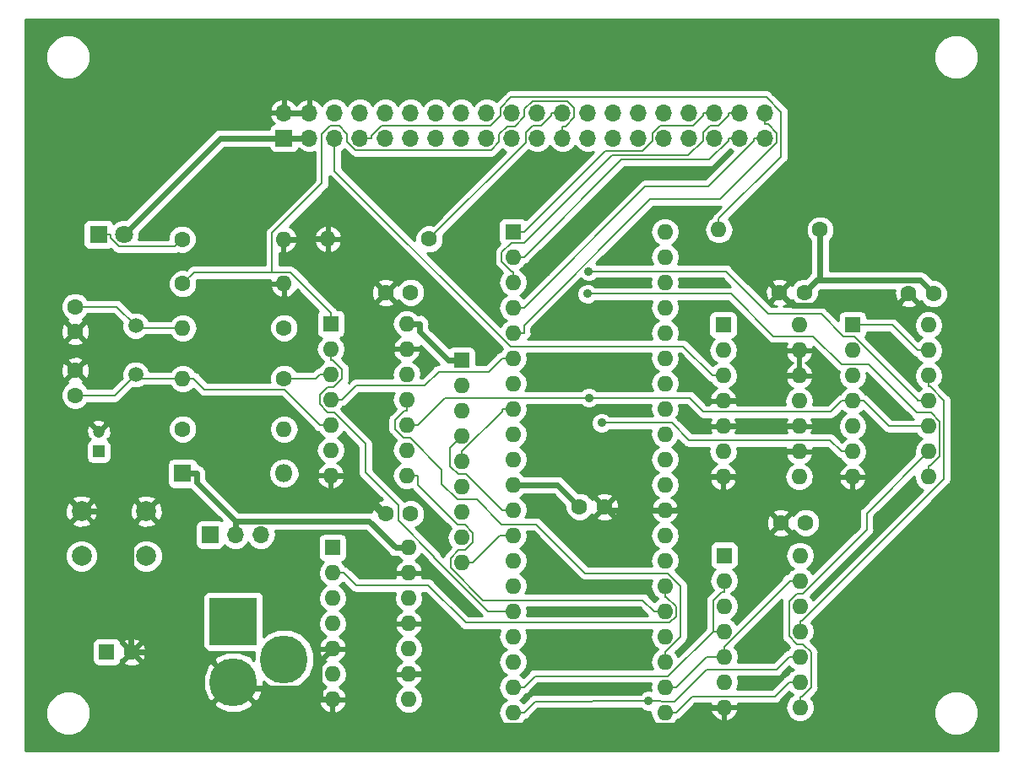
<source format=gtl>
G04 #@! TF.GenerationSoftware,KiCad,Pcbnew,(5.0.0-3-g5ebb6b6)*
G04 #@! TF.CreationDate,2019-03-17T21:37:14+09:00*
G04 #@! TF.ProjectId,Z80-CPUB,5A38302D435055422E6B696361645F70,rev?*
G04 #@! TF.SameCoordinates,Original*
G04 #@! TF.FileFunction,Copper,L1,Top,Signal*
G04 #@! TF.FilePolarity,Positive*
%FSLAX46Y46*%
G04 Gerber Fmt 4.6, Leading zero omitted, Abs format (unit mm)*
G04 Created by KiCad (PCBNEW (5.0.0-3-g5ebb6b6)) date *
%MOMM*%
%LPD*%
G01*
G04 APERTURE LIST*
G04 #@! TA.AperFunction,ComponentPad*
%ADD10R,1.700000X1.700000*%
G04 #@! TD*
G04 #@! TA.AperFunction,ComponentPad*
%ADD11O,1.700000X1.700000*%
G04 #@! TD*
G04 #@! TA.AperFunction,ComponentPad*
%ADD12R,1.800000X1.800000*%
G04 #@! TD*
G04 #@! TA.AperFunction,ComponentPad*
%ADD13O,1.800000X1.800000*%
G04 #@! TD*
G04 #@! TA.AperFunction,ComponentPad*
%ADD14C,2.000000*%
G04 #@! TD*
G04 #@! TA.AperFunction,ComponentPad*
%ADD15C,1.600000*%
G04 #@! TD*
G04 #@! TA.AperFunction,ComponentPad*
%ADD16C,1.500000*%
G04 #@! TD*
G04 #@! TA.AperFunction,ComponentPad*
%ADD17C,1.800000*%
G04 #@! TD*
G04 #@! TA.AperFunction,ComponentPad*
%ADD18R,1.600000X1.600000*%
G04 #@! TD*
G04 #@! TA.AperFunction,ComponentPad*
%ADD19O,1.600000X1.600000*%
G04 #@! TD*
G04 #@! TA.AperFunction,ComponentPad*
%ADD20C,4.800600*%
G04 #@! TD*
G04 #@! TA.AperFunction,ComponentPad*
%ADD21R,4.800600X4.800600*%
G04 #@! TD*
G04 #@! TA.AperFunction,ComponentPad*
%ADD22R,1.200000X1.200000*%
G04 #@! TD*
G04 #@! TA.AperFunction,ComponentPad*
%ADD23C,1.200000*%
G04 #@! TD*
G04 #@! TA.AperFunction,ViaPad*
%ADD24C,0.889000*%
G04 #@! TD*
G04 #@! TA.AperFunction,Conductor*
%ADD25C,0.609600*%
G04 #@! TD*
G04 #@! TA.AperFunction,Conductor*
%ADD26C,0.203200*%
G04 #@! TD*
G04 #@! TA.AperFunction,Conductor*
%ADD27C,0.254000*%
G04 #@! TD*
G04 APERTURE END LIST*
D10*
G04 #@! TO.P,S1,1*
G04 #@! TO.N,Net-(S1-Pad1)*
X84023200Y-109664000D03*
D11*
G04 #@! TO.P,S1,2*
G04 #@! TO.N,VCC*
X86563200Y-109664000D03*
G04 #@! TO.P,S1,3*
G04 #@! TO.N,Net-(J2-Pad1)*
X89103200Y-109664000D03*
G04 #@! TD*
D12*
G04 #@! TO.P,D1,1*
G04 #@! TO.N,VCC*
X81280000Y-103505000D03*
D13*
G04 #@! TO.P,D1,2*
G04 #@! TO.N,~RESIN*
X91440000Y-103505000D03*
G04 #@! TD*
D14*
G04 #@! TO.P,SW1,2*
G04 #@! TO.N,~RESIN*
X71132700Y-111802000D03*
G04 #@! TO.P,SW1,1*
G04 #@! TO.N,GND*
X71132700Y-107302000D03*
G04 #@! TO.P,SW1,2*
G04 #@! TO.N,~RESIN*
X77632700Y-111802000D03*
G04 #@! TO.P,SW1,1*
G04 #@! TO.N,GND*
X77632700Y-107302000D03*
G04 #@! TD*
D15*
G04 #@! TO.P,C1,2*
G04 #@! TO.N,GND*
X123569000Y-106858000D03*
G04 #@! TO.P,C1,1*
G04 #@! TO.N,VCC*
X121069000Y-106858000D03*
G04 #@! TD*
G04 #@! TO.P,C3,1*
G04 #@! TO.N,VCC*
X104140000Y-85344000D03*
G04 #@! TO.P,C3,2*
G04 #@! TO.N,GND*
X101640000Y-85344000D03*
G04 #@! TD*
G04 #@! TO.P,C4,2*
G04 #@! TO.N,GND*
X141264000Y-108458000D03*
G04 #@! TO.P,C4,1*
G04 #@! TO.N,VCC*
X143764000Y-108458000D03*
G04 #@! TD*
G04 #@! TO.P,C5,1*
G04 #@! TO.N,VCC*
X104140000Y-107569000D03*
G04 #@! TO.P,C5,2*
G04 #@! TO.N,GND*
X101640000Y-107569000D03*
G04 #@! TD*
G04 #@! TO.P,C6,2*
G04 #@! TO.N,GND*
X70497700Y-89279100D03*
G04 #@! TO.P,C6,1*
G04 #@! TO.N,Net-(C6-Pad1)*
X70497700Y-86779100D03*
G04 #@! TD*
G04 #@! TO.P,C7,1*
G04 #@! TO.N,Net-(C7-Pad1)*
X70497700Y-95681800D03*
G04 #@! TO.P,C7,2*
G04 #@! TO.N,GND*
X70497700Y-93181800D03*
G04 #@! TD*
G04 #@! TO.P,C9,2*
G04 #@! TO.N,GND*
X141137000Y-85344000D03*
G04 #@! TO.P,C9,1*
G04 #@! TO.N,VCC*
X143637000Y-85344000D03*
G04 #@! TD*
G04 #@! TO.P,C10,1*
G04 #@! TO.N,VCC*
X156591000Y-85471000D03*
G04 #@! TO.P,C10,2*
G04 #@! TO.N,GND*
X154091000Y-85471000D03*
G04 #@! TD*
D10*
G04 #@! TO.P,J1,1*
G04 #@! TO.N,VCC*
X91440000Y-69850000D03*
D11*
G04 #@! TO.P,J1,2*
G04 #@! TO.N,GND*
X91440000Y-67310000D03*
G04 #@! TO.P,J1,3*
G04 #@! TO.N,VCC*
X93980000Y-69850000D03*
G04 #@! TO.P,J1,4*
G04 #@! TO.N,GND*
X93980000Y-67310000D03*
G04 #@! TO.P,J1,5*
G04 #@! TO.N,~INTA*
X96520000Y-69850000D03*
G04 #@! TO.P,J1,6*
G04 #@! TO.N,~RESIN*
X96520000Y-67310000D03*
G04 #@! TO.P,J1,7*
G04 #@! TO.N,RDYIN*
X99060000Y-69850000D03*
G04 #@! TO.P,J1,8*
G04 #@! TO.N,CLK*
X99060000Y-67310000D03*
G04 #@! TO.P,J1,9*
G04 #@! TO.N,D0*
X101600000Y-69850000D03*
G04 #@! TO.P,J1,10*
G04 #@! TO.N,D1*
X101600000Y-67310000D03*
G04 #@! TO.P,J1,11*
G04 #@! TO.N,D2*
X104140000Y-69850000D03*
G04 #@! TO.P,J1,12*
G04 #@! TO.N,D3*
X104140000Y-67310000D03*
G04 #@! TO.P,J1,13*
G04 #@! TO.N,D4*
X106680000Y-69850000D03*
G04 #@! TO.P,J1,14*
G04 #@! TO.N,D5*
X106680000Y-67310000D03*
G04 #@! TO.P,J1,15*
G04 #@! TO.N,D6*
X109220000Y-69850000D03*
G04 #@! TO.P,J1,16*
G04 #@! TO.N,D7*
X109220000Y-67310000D03*
G04 #@! TO.P,J1,17*
G04 #@! TO.N,~IORD*
X111760000Y-69850000D03*
G04 #@! TO.P,J1,18*
G04 #@! TO.N,~MEMRD*
X111760000Y-67310000D03*
G04 #@! TO.P,J1,19*
G04 #@! TO.N,~IOWR*
X114300000Y-69850000D03*
G04 #@! TO.P,J1,20*
G04 #@! TO.N,~MEMWR*
X114300000Y-67310000D03*
G04 #@! TO.P,J1,21*
G04 #@! TO.N,RES*
X116840000Y-69850000D03*
G04 #@! TO.P,J1,22*
G04 #@! TO.N,HLDA*
X116840000Y-67310000D03*
G04 #@! TO.P,J1,23*
G04 #@! TO.N,INT*
X119380000Y-69850000D03*
G04 #@! TO.P,J1,24*
G04 #@! TO.N,HOLD*
X119380000Y-67310000D03*
G04 #@! TO.P,J1,25*
G04 #@! TO.N,A0*
X121920000Y-69850000D03*
G04 #@! TO.P,J1,26*
G04 #@! TO.N,A1*
X121920000Y-67310000D03*
G04 #@! TO.P,J1,27*
G04 #@! TO.N,A2*
X124460000Y-69850000D03*
G04 #@! TO.P,J1,28*
G04 #@! TO.N,A3*
X124460000Y-67310000D03*
G04 #@! TO.P,J1,29*
G04 #@! TO.N,A4*
X127000000Y-69850000D03*
G04 #@! TO.P,J1,30*
G04 #@! TO.N,A5*
X127000000Y-67310000D03*
G04 #@! TO.P,J1,31*
G04 #@! TO.N,A6*
X129540000Y-69850000D03*
G04 #@! TO.P,J1,32*
G04 #@! TO.N,A7*
X129540000Y-67310000D03*
G04 #@! TO.P,J1,33*
G04 #@! TO.N,A8*
X132080000Y-69850000D03*
G04 #@! TO.P,J1,34*
G04 #@! TO.N,A9*
X132080000Y-67310000D03*
G04 #@! TO.P,J1,35*
G04 #@! TO.N,A10*
X134620000Y-69850000D03*
G04 #@! TO.P,J1,36*
G04 #@! TO.N,A11*
X134620000Y-67310000D03*
G04 #@! TO.P,J1,37*
G04 #@! TO.N,A12*
X137160000Y-69850000D03*
G04 #@! TO.P,J1,38*
G04 #@! TO.N,A13*
X137160000Y-67310000D03*
G04 #@! TO.P,J1,39*
G04 #@! TO.N,A14*
X139700000Y-69850000D03*
G04 #@! TO.P,J1,40*
G04 #@! TO.N,A15*
X139700000Y-67310000D03*
G04 #@! TD*
D16*
G04 #@! TO.P,Y1,1*
G04 #@! TO.N,Net-(C6-Pad1)*
X76568300Y-88696800D03*
G04 #@! TO.P,Y1,2*
G04 #@! TO.N,Net-(C7-Pad1)*
X76568300Y-93576800D03*
G04 #@! TD*
D12*
G04 #@! TO.P,D2,1*
G04 #@! TO.N,Net-(D2-Pad1)*
X72834500Y-79527400D03*
D17*
G04 #@! TO.P,D2,2*
G04 #@! TO.N,VCC*
X75374500Y-79527400D03*
G04 #@! TD*
D18*
G04 #@! TO.P,U2,1*
G04 #@! TO.N,RES*
X96316800Y-110947000D03*
D19*
G04 #@! TO.P,U2,8*
G04 #@! TO.N,Net-(U2-Pad8)*
X103936800Y-126187000D03*
G04 #@! TO.P,U2,2*
G04 #@! TO.N,Net-(U1-Pad26)*
X96316800Y-113487000D03*
G04 #@! TO.P,U2,9*
G04 #@! TO.N,GND*
X103936800Y-123647000D03*
G04 #@! TO.P,U2,3*
G04 #@! TO.N,~RESIN*
X96316800Y-116027000D03*
G04 #@! TO.P,U2,10*
G04 #@! TO.N,Net-(U2-Pad10)*
X103936800Y-121107000D03*
G04 #@! TO.P,U2,4*
G04 #@! TO.N,RES*
X96316800Y-118567000D03*
G04 #@! TO.P,U2,11*
G04 #@! TO.N,GND*
X103936800Y-118567000D03*
G04 #@! TO.P,U2,5*
X96316800Y-121107000D03*
G04 #@! TO.P,U2,12*
G04 #@! TO.N,Net-(U2-Pad12)*
X103936800Y-116027000D03*
G04 #@! TO.P,U2,6*
G04 #@! TO.N,Net-(U2-Pad6)*
X96316800Y-123647000D03*
G04 #@! TO.P,U2,13*
G04 #@! TO.N,GND*
X103936800Y-113487000D03*
G04 #@! TO.P,U2,7*
X96316800Y-126187000D03*
G04 #@! TO.P,U2,14*
G04 #@! TO.N,VCC*
X103936800Y-110947000D03*
G04 #@! TD*
G04 #@! TO.P,U3,14*
G04 #@! TO.N,VCC*
X103746300Y-88480900D03*
G04 #@! TO.P,U3,7*
G04 #@! TO.N,GND*
X96126300Y-103720900D03*
G04 #@! TO.P,U3,13*
X103746300Y-91020900D03*
G04 #@! TO.P,U3,6*
G04 #@! TO.N,Net-(R3-Pad1)*
X96126300Y-101180900D03*
G04 #@! TO.P,U3,12*
G04 #@! TO.N,Net-(U3-Pad12)*
X103746300Y-93560900D03*
G04 #@! TO.P,U3,5*
G04 #@! TO.N,Net-(C7-Pad1)*
X96126300Y-98640900D03*
G04 #@! TO.P,U3,11*
G04 #@! TO.N,Net-(U1-Pad23)*
X103746300Y-96100900D03*
G04 #@! TO.P,U3,4*
G04 #@! TO.N,CLK*
X96126300Y-96100900D03*
G04 #@! TO.P,U3,10*
G04 #@! TO.N,HLDA*
X103746300Y-98640900D03*
G04 #@! TO.P,U3,3*
G04 #@! TO.N,Net-(R3-Pad1)*
X96126300Y-93560900D03*
G04 #@! TO.P,U3,9*
G04 #@! TO.N,HOLD*
X103746300Y-101180900D03*
G04 #@! TO.P,U3,2*
G04 #@! TO.N,/~INT*
X96126300Y-91020900D03*
G04 #@! TO.P,U3,8*
G04 #@! TO.N,Net-(U1-Pad25)*
X103746300Y-103720900D03*
D18*
G04 #@! TO.P,U3,1*
G04 #@! TO.N,INT*
X96126300Y-88480900D03*
G04 #@! TD*
G04 #@! TO.P,U4,1*
G04 #@! TO.N,/~RD*
X135572000Y-111747000D03*
D19*
G04 #@! TO.P,U4,8*
G04 #@! TO.N,Net-(U4-Pad8)*
X143192000Y-126987000D03*
G04 #@! TO.P,U4,2*
G04 #@! TO.N,/~MREQ*
X135572000Y-114287000D03*
G04 #@! TO.P,U4,9*
G04 #@! TO.N,/~RD*
X143192000Y-124447000D03*
G04 #@! TO.P,U4,3*
G04 #@! TO.N,Net-(U4-Pad3)*
X135572000Y-116827000D03*
G04 #@! TO.P,U4,10*
G04 #@! TO.N,/~IOREQ*
X143192000Y-121907000D03*
G04 #@! TO.P,U4,4*
G04 #@! TO.N,/~MREQ*
X135572000Y-119367000D03*
G04 #@! TO.P,U4,11*
G04 #@! TO.N,Net-(U4-Pad11)*
X143192000Y-119367000D03*
G04 #@! TO.P,U4,5*
G04 #@! TO.N,/~WR*
X135572000Y-121907000D03*
G04 #@! TO.P,U4,12*
G04 #@! TO.N,/~IOREQ*
X143192000Y-116827000D03*
G04 #@! TO.P,U4,6*
G04 #@! TO.N,Net-(U4-Pad6)*
X135572000Y-124447000D03*
G04 #@! TO.P,U4,13*
G04 #@! TO.N,/~WR*
X143192000Y-114287000D03*
G04 #@! TO.P,U4,7*
G04 #@! TO.N,GND*
X135572000Y-126987000D03*
G04 #@! TO.P,U4,14*
G04 #@! TO.N,VCC*
X143192000Y-111747000D03*
G04 #@! TD*
G04 #@! TO.P,U5,14*
G04 #@! TO.N,VCC*
X143104000Y-88595200D03*
G04 #@! TO.P,U5,7*
G04 #@! TO.N,GND*
X135484000Y-103835200D03*
G04 #@! TO.P,U5,13*
X143104000Y-91135200D03*
G04 #@! TO.P,U5,6*
G04 #@! TO.N,Net-(U5-Pad6)*
X135484000Y-101295200D03*
G04 #@! TO.P,U5,12*
G04 #@! TO.N,GND*
X143104000Y-93675200D03*
G04 #@! TO.P,U5,5*
X135484000Y-98755200D03*
G04 #@! TO.P,U5,11*
G04 #@! TO.N,Net-(U5-Pad11)*
X143104000Y-96215200D03*
G04 #@! TO.P,U5,4*
G04 #@! TO.N,GND*
X135484000Y-96215200D03*
G04 #@! TO.P,U5,10*
X143104000Y-98755200D03*
G04 #@! TO.P,U5,3*
G04 #@! TO.N,~INTA*
X135484000Y-93675200D03*
G04 #@! TO.P,U5,9*
G04 #@! TO.N,GND*
X143104000Y-101295200D03*
G04 #@! TO.P,U5,2*
G04 #@! TO.N,/~IOREQ*
X135484000Y-91135200D03*
G04 #@! TO.P,U5,8*
G04 #@! TO.N,Net-(U5-Pad8)*
X143104000Y-103835200D03*
D18*
G04 #@! TO.P,U5,1*
G04 #@! TO.N,Net-(U1-Pad27)*
X135484000Y-88595200D03*
G04 #@! TD*
G04 #@! TO.P,U6,1*
G04 #@! TO.N,HLDA*
X148463000Y-88607900D03*
D19*
G04 #@! TO.P,U6,8*
G04 #@! TO.N,~IORD*
X156083000Y-103847900D03*
G04 #@! TO.P,U6,2*
G04 #@! TO.N,Net-(U4-Pad3)*
X148463000Y-91147900D03*
G04 #@! TO.P,U6,9*
G04 #@! TO.N,Net-(U4-Pad8)*
X156083000Y-101307900D03*
G04 #@! TO.P,U6,3*
G04 #@! TO.N,~MEMRD*
X148463000Y-93687900D03*
G04 #@! TO.P,U6,10*
G04 #@! TO.N,HLDA*
X156083000Y-98767900D03*
G04 #@! TO.P,U6,4*
X148463000Y-96227900D03*
G04 #@! TO.P,U6,11*
G04 #@! TO.N,~IOWR*
X156083000Y-96227900D03*
G04 #@! TO.P,U6,5*
G04 #@! TO.N,Net-(U4-Pad6)*
X148463000Y-98767900D03*
G04 #@! TO.P,U6,12*
G04 #@! TO.N,Net-(U4-Pad11)*
X156083000Y-93687900D03*
G04 #@! TO.P,U6,6*
G04 #@! TO.N,~MEMWR*
X148463000Y-101307900D03*
G04 #@! TO.P,U6,13*
G04 #@! TO.N,HLDA*
X156083000Y-91147900D03*
G04 #@! TO.P,U6,7*
G04 #@! TO.N,GND*
X148463000Y-103847900D03*
G04 #@! TO.P,U6,14*
G04 #@! TO.N,VCC*
X156083000Y-88607900D03*
G04 #@! TD*
D18*
G04 #@! TO.P,U1,1*
G04 #@! TO.N,A11*
X114402000Y-79248000D03*
D19*
G04 #@! TO.P,U1,21*
G04 #@! TO.N,/~RD*
X129642000Y-127508000D03*
G04 #@! TO.P,U1,2*
G04 #@! TO.N,A12*
X114402000Y-81788000D03*
G04 #@! TO.P,U1,22*
G04 #@! TO.N,/~WR*
X129642000Y-124968000D03*
G04 #@! TO.P,U1,3*
G04 #@! TO.N,A13*
X114402000Y-84328000D03*
G04 #@! TO.P,U1,23*
G04 #@! TO.N,Net-(U1-Pad23)*
X129642000Y-122428000D03*
G04 #@! TO.P,U1,4*
G04 #@! TO.N,A14*
X114402000Y-86868000D03*
G04 #@! TO.P,U1,24*
G04 #@! TO.N,RDYIN*
X129642000Y-119888000D03*
G04 #@! TO.P,U1,5*
G04 #@! TO.N,A15*
X114402000Y-89408000D03*
G04 #@! TO.P,U1,25*
G04 #@! TO.N,Net-(U1-Pad25)*
X129642000Y-117348000D03*
G04 #@! TO.P,U1,6*
G04 #@! TO.N,CLK*
X114402000Y-91948000D03*
G04 #@! TO.P,U1,26*
G04 #@! TO.N,Net-(U1-Pad26)*
X129642000Y-114808000D03*
G04 #@! TO.P,U1,7*
G04 #@! TO.N,D4*
X114402000Y-94488000D03*
G04 #@! TO.P,U1,27*
G04 #@! TO.N,Net-(U1-Pad27)*
X129642000Y-112268000D03*
G04 #@! TO.P,U1,8*
G04 #@! TO.N,D3*
X114402000Y-97028000D03*
G04 #@! TO.P,U1,28*
G04 #@! TO.N,Net-(U1-Pad28)*
X129642000Y-109728000D03*
G04 #@! TO.P,U1,9*
G04 #@! TO.N,D5*
X114402000Y-99568000D03*
G04 #@! TO.P,U1,29*
G04 #@! TO.N,GND*
X129642000Y-107188000D03*
G04 #@! TO.P,U1,10*
G04 #@! TO.N,D6*
X114402000Y-102108000D03*
G04 #@! TO.P,U1,30*
G04 #@! TO.N,A0*
X129642000Y-104648000D03*
G04 #@! TO.P,U1,11*
G04 #@! TO.N,VCC*
X114402000Y-104648000D03*
G04 #@! TO.P,U1,31*
G04 #@! TO.N,A1*
X129642000Y-102108000D03*
G04 #@! TO.P,U1,12*
G04 #@! TO.N,D2*
X114402000Y-107188000D03*
G04 #@! TO.P,U1,32*
G04 #@! TO.N,A2*
X129642000Y-99568000D03*
G04 #@! TO.P,U1,13*
G04 #@! TO.N,D7*
X114402000Y-109728000D03*
G04 #@! TO.P,U1,33*
G04 #@! TO.N,A3*
X129642000Y-97028000D03*
G04 #@! TO.P,U1,14*
G04 #@! TO.N,D0*
X114402000Y-112268000D03*
G04 #@! TO.P,U1,34*
G04 #@! TO.N,A4*
X129642000Y-94488000D03*
G04 #@! TO.P,U1,15*
G04 #@! TO.N,D1*
X114402000Y-114808000D03*
G04 #@! TO.P,U1,35*
G04 #@! TO.N,A5*
X129642000Y-91948000D03*
G04 #@! TO.P,U1,16*
G04 #@! TO.N,/~INT*
X114402000Y-117348000D03*
G04 #@! TO.P,U1,36*
G04 #@! TO.N,A6*
X129642000Y-89408000D03*
G04 #@! TO.P,U1,17*
G04 #@! TO.N,VCC*
X114402000Y-119888000D03*
G04 #@! TO.P,U1,37*
G04 #@! TO.N,A7*
X129642000Y-86868000D03*
G04 #@! TO.P,U1,18*
G04 #@! TO.N,Net-(U1-Pad18)*
X114402000Y-122428000D03*
G04 #@! TO.P,U1,38*
G04 #@! TO.N,A8*
X129642000Y-84328000D03*
G04 #@! TO.P,U1,19*
G04 #@! TO.N,/~MREQ*
X114402000Y-124968000D03*
G04 #@! TO.P,U1,39*
G04 #@! TO.N,A9*
X129642000Y-81788000D03*
G04 #@! TO.P,U1,20*
G04 #@! TO.N,/~IOREQ*
X114402000Y-127508000D03*
G04 #@! TO.P,U1,40*
G04 #@! TO.N,A10*
X129642000Y-79248000D03*
G04 #@! TD*
D15*
G04 #@! TO.P,R2,1*
G04 #@! TO.N,VCC*
X81280000Y-99060000D03*
D19*
G04 #@! TO.P,R2,2*
G04 #@! TO.N,~RESIN*
X91440000Y-99060000D03*
G04 #@! TD*
G04 #@! TO.P,R1,2*
G04 #@! TO.N,GND*
X91440000Y-84455000D03*
D15*
G04 #@! TO.P,R1,1*
G04 #@! TO.N,INT*
X81280000Y-84455000D03*
G04 #@! TD*
G04 #@! TO.P,R3,1*
G04 #@! TO.N,Net-(R3-Pad1)*
X91440000Y-88900000D03*
D19*
G04 #@! TO.P,R3,2*
G04 #@! TO.N,Net-(C6-Pad1)*
X81280000Y-88900000D03*
G04 #@! TD*
G04 #@! TO.P,R4,2*
G04 #@! TO.N,Net-(C7-Pad1)*
X81280000Y-93980000D03*
D15*
G04 #@! TO.P,R4,1*
G04 #@! TO.N,Net-(R3-Pad1)*
X91440000Y-93980000D03*
G04 #@! TD*
G04 #@! TO.P,R5,1*
G04 #@! TO.N,Net-(D2-Pad1)*
X81229200Y-80010000D03*
D19*
G04 #@! TO.P,R5,2*
G04 #@! TO.N,GND*
X91389200Y-80010000D03*
G04 #@! TD*
G04 #@! TO.P,R6,2*
G04 #@! TO.N,RDYIN*
X135052000Y-79057500D03*
D15*
G04 #@! TO.P,R6,1*
G04 #@! TO.N,VCC*
X145212000Y-79057500D03*
G04 #@! TD*
G04 #@! TO.P,R7,1*
G04 #@! TO.N,HOLD*
X106007000Y-79959200D03*
D19*
G04 #@! TO.P,R7,2*
G04 #@! TO.N,GND*
X95847000Y-79959200D03*
G04 #@! TD*
D20*
G04 #@! TO.P,J2,2*
G04 #@! TO.N,GND*
X86360000Y-124460000D03*
D21*
G04 #@! TO.P,J2,1*
G04 #@! TO.N,Net-(J2-Pad1)*
X86360000Y-118364000D03*
D20*
G04 #@! TO.P,J2,3*
G04 #@! TO.N,Net-(J2-Pad3)*
X91440000Y-122174000D03*
G04 #@! TD*
D22*
G04 #@! TO.P,C2,1*
G04 #@! TO.N,~RESIN*
X72859900Y-101308000D03*
D23*
G04 #@! TO.P,C2,2*
G04 #@! TO.N,GND*
X72859900Y-99308000D03*
G04 #@! TD*
D18*
G04 #@! TO.P,C8,1*
G04 #@! TO.N,VCC*
X73660000Y-121412000D03*
D15*
G04 #@! TO.P,C8,2*
G04 #@! TO.N,GND*
X76160000Y-121412000D03*
G04 #@! TD*
D18*
G04 #@! TO.P,RN1,1*
G04 #@! TO.N,VCC*
X109245000Y-92176600D03*
D19*
G04 #@! TO.P,RN1,2*
G04 #@! TO.N,D0*
X109245000Y-94716600D03*
G04 #@! TO.P,RN1,3*
G04 #@! TO.N,D1*
X109245000Y-97256600D03*
G04 #@! TO.P,RN1,4*
G04 #@! TO.N,D2*
X109245000Y-99796600D03*
G04 #@! TO.P,RN1,5*
G04 #@! TO.N,D3*
X109245000Y-102336600D03*
G04 #@! TO.P,RN1,6*
G04 #@! TO.N,D4*
X109245000Y-104876600D03*
G04 #@! TO.P,RN1,7*
G04 #@! TO.N,D5*
X109245000Y-107416600D03*
G04 #@! TO.P,RN1,8*
G04 #@! TO.N,D6*
X109245000Y-109956600D03*
G04 #@! TO.P,RN1,9*
G04 #@! TO.N,D7*
X109245000Y-112496600D03*
G04 #@! TD*
D24*
G04 #@! TO.N,GND*
X102235000Y-76200000D03*
X120015000Y-87630000D03*
X100965000Y-98425000D03*
X125730000Y-121285000D03*
X117475000Y-113030000D03*
X139700000Y-120015000D03*
X152400000Y-107315000D03*
X120015000Y-93980000D03*
X107950000Y-88265000D03*
X106680000Y-109220000D03*
X95885000Y-84455000D03*
X107950000Y-82550000D03*
X117729000Y-83312000D03*
X119888000Y-125095000D03*
X117792500Y-117411500D03*
X138289500Y-124269500D03*
X134175500Y-84391500D03*
X150558500Y-94742000D03*
X151638000Y-90106500D03*
X145859500Y-94996000D03*
G04 #@! TO.N,~IORD*
X121898000Y-85481600D03*
G04 #@! TO.N,~IOWR*
X122003600Y-83207000D03*
G04 #@! TO.N,~MEMWR*
X123311200Y-98441900D03*
G04 #@! TO.N,/~IOREQ*
X128016000Y-126365000D03*
G04 #@! TO.N,HLDA*
X122022000Y-95922800D03*
G04 #@! TD*
D25*
G04 #@! TO.N,VCC*
X121069000Y-106858000D02*
X118859000Y-104648000D01*
X118859000Y-104648000D02*
X114402000Y-104648000D01*
X103746300Y-88480900D02*
X105054600Y-88480900D01*
X109245000Y-92176600D02*
X107936700Y-92176600D01*
X107936700Y-92176600D02*
X105054600Y-89294500D01*
X105054600Y-89294500D02*
X105054600Y-88480900D01*
X81280000Y-103505000D02*
X82688300Y-103505000D01*
X86563200Y-108305700D02*
X82688300Y-104430800D01*
X82688300Y-104430800D02*
X82688300Y-103505000D01*
X102628500Y-110947000D02*
X99987200Y-108305700D01*
X99987200Y-108305700D02*
X86563200Y-108305700D01*
X86563200Y-109664000D02*
X86563200Y-108305700D01*
X103936800Y-110947000D02*
X102628500Y-110947000D01*
X145212000Y-84137300D02*
X144843700Y-84137300D01*
X144843700Y-84137300D02*
X143637000Y-85344000D01*
X156591000Y-85471000D02*
X155257300Y-84137300D01*
X155257300Y-84137300D02*
X145212000Y-84137300D01*
X145212000Y-84137300D02*
X145212000Y-79057500D01*
X91440000Y-69850000D02*
X93980000Y-69850000D01*
X75374500Y-79527400D02*
X85051900Y-69850000D01*
X85051900Y-69850000D02*
X91440000Y-69850000D01*
G04 #@! TO.N,GND*
X91389200Y-80010000D02*
X92697500Y-80010000D01*
X95847000Y-79959200D02*
X92748300Y-79959200D01*
X92748300Y-79959200D02*
X92697500Y-80010000D01*
X141137000Y-85344000D02*
X142451500Y-86658500D01*
X142451500Y-86658500D02*
X152903500Y-86658500D01*
X152903500Y-86658500D02*
X154091000Y-85471000D01*
X76101700Y-108833000D02*
X77632700Y-107302000D01*
X76160000Y-121412000D02*
X76101700Y-121353700D01*
X76101700Y-121353700D02*
X76101700Y-108833000D01*
X71132700Y-107302000D02*
X74570700Y-107302000D01*
X74570700Y-107302000D02*
X76101700Y-108833000D01*
X76160000Y-121412000D02*
X83312000Y-121412000D01*
X83312000Y-121412000D02*
X86360000Y-124460000D01*
X143104000Y-98755200D02*
X135484000Y-98755200D01*
X143104000Y-101295200D02*
X139332300Y-101295200D01*
X139332300Y-101295200D02*
X136792300Y-103835200D01*
X141264000Y-108458000D02*
X136792300Y-103986300D01*
X136792300Y-103986300D02*
X136792300Y-103835200D01*
X135484000Y-103835200D02*
X136792300Y-103835200D01*
X96316800Y-126187000D02*
X95008500Y-126187000D01*
X94963700Y-125107600D02*
X94963700Y-122460100D01*
X94963700Y-122460100D02*
X96316800Y-121107000D01*
X95008500Y-126187000D02*
X95008500Y-125152400D01*
X95008500Y-125152400D02*
X94963700Y-125107600D01*
X86360000Y-124460000D02*
X87007600Y-125107600D01*
X87007600Y-125107600D02*
X94963700Y-125107600D01*
X129642000Y-107188000D02*
X130950300Y-107188000D01*
X135484000Y-103835200D02*
X134175700Y-103835200D01*
X130950300Y-107188000D02*
X130950300Y-107060600D01*
X130950300Y-107060600D02*
X134175700Y-103835200D01*
X123569000Y-106858000D02*
X123899000Y-107188000D01*
X123899000Y-107188000D02*
X129642000Y-107188000D01*
X103936800Y-123647000D02*
X105245100Y-123647000D01*
X135572000Y-126987000D02*
X134263700Y-126987000D01*
X134263700Y-126987000D02*
X132427500Y-128823200D01*
X132427500Y-128823200D02*
X110421300Y-128823200D01*
X110421300Y-128823200D02*
X105245100Y-123647000D01*
X143104000Y-93675200D02*
X141795700Y-93675200D01*
X141795700Y-93675200D02*
X139255700Y-96215200D01*
X139255700Y-96215200D02*
X135484000Y-96215200D01*
X93980000Y-67310000D02*
X91440000Y-67310000D01*
X96126300Y-103720900D02*
X97434600Y-103720900D01*
X97434600Y-103720900D02*
X101282700Y-107569000D01*
X101282700Y-107569000D02*
X101640000Y-107569000D01*
D26*
G04 #@! TO.N,Net-(C6-Pad1)*
X76568300Y-88696800D02*
X74650600Y-86779100D01*
X74650600Y-86779100D02*
X70497700Y-86779100D01*
X81280000Y-88900000D02*
X76771500Y-88900000D01*
X76771500Y-88900000D02*
X76568300Y-88696800D01*
G04 #@! TO.N,Net-(C7-Pad1)*
X96126300Y-98640900D02*
X95021200Y-98640900D01*
X81280000Y-93980000D02*
X82385100Y-93980000D01*
X82385100Y-93980000D02*
X83490200Y-95085100D01*
X83490200Y-95085100D02*
X91465400Y-95085100D01*
X91465400Y-95085100D02*
X95021200Y-98640900D01*
X76568300Y-93576800D02*
X76971500Y-93980000D01*
X76971500Y-93980000D02*
X81280000Y-93980000D01*
X76568300Y-93576800D02*
X74463300Y-95681800D01*
X74463300Y-95681800D02*
X70497700Y-95681800D01*
G04 #@! TO.N,CLK*
X96126300Y-96100900D02*
X97231400Y-96100900D01*
X114402000Y-91948000D02*
X113296900Y-91948000D01*
X113296900Y-91948000D02*
X111942200Y-93302700D01*
X111942200Y-93302700D02*
X106958900Y-93302700D01*
X106958900Y-93302700D02*
X105581800Y-94679800D01*
X105581800Y-94679800D02*
X98652500Y-94679800D01*
X98652500Y-94679800D02*
X97231400Y-96100900D01*
G04 #@! TO.N,D2*
X114402000Y-107188000D02*
X113296900Y-107188000D01*
X109245000Y-99796600D02*
X108105000Y-100936600D01*
X108105000Y-100936600D02*
X108105000Y-102789200D01*
X108105000Y-102789200D02*
X108922400Y-103606600D01*
X108922400Y-103606600D02*
X109715500Y-103606600D01*
X109715500Y-103606600D02*
X113296900Y-107188000D01*
G04 #@! TO.N,D3*
X114402000Y-97028000D02*
X113296900Y-97028000D01*
X109245000Y-102336600D02*
X109245000Y-101231500D01*
X109245000Y-101231500D02*
X109398200Y-101231500D01*
X109398200Y-101231500D02*
X113296900Y-97332800D01*
X113296900Y-97332800D02*
X113296900Y-97028000D01*
G04 #@! TO.N,D7*
X109245000Y-112496600D02*
X110350100Y-112496600D01*
X110350100Y-112496600D02*
X113118700Y-109728000D01*
X113118700Y-109728000D02*
X114402000Y-109728000D01*
G04 #@! TO.N,~IORD*
X121898000Y-85481600D02*
X136248000Y-85481600D01*
X136248000Y-85481600D02*
X140500400Y-89734000D01*
X140500400Y-89734000D02*
X144499400Y-89734000D01*
X144499400Y-89734000D02*
X147335400Y-92570000D01*
X147335400Y-92570000D02*
X150099000Y-92570000D01*
X150099000Y-92570000D02*
X154941800Y-97412800D01*
X154941800Y-97412800D02*
X156334400Y-97412800D01*
X156334400Y-97412800D02*
X157202200Y-98280600D01*
X157202200Y-98280600D02*
X157202200Y-101761700D01*
X157202200Y-101761700D02*
X156221100Y-102742800D01*
X156221100Y-102742800D02*
X156083000Y-102742800D01*
X156083000Y-103847900D02*
X156083000Y-102742800D01*
G04 #@! TO.N,~IOWR*
X156083000Y-96227900D02*
X154977900Y-96227900D01*
X154977900Y-96227900D02*
X154977900Y-96089800D01*
X154977900Y-96089800D02*
X148632600Y-89744500D01*
X148632600Y-89744500D02*
X147564200Y-89744500D01*
X147564200Y-89744500D02*
X145308900Y-87489200D01*
X145308900Y-87489200D02*
X140031800Y-87489200D01*
X140031800Y-87489200D02*
X135749600Y-83207000D01*
X135749600Y-83207000D02*
X122003600Y-83207000D01*
G04 #@! TO.N,~MEMWR*
X147357900Y-101307900D02*
X146219100Y-100169100D01*
X146219100Y-100169100D02*
X132046500Y-100169100D01*
X132046500Y-100169100D02*
X130319300Y-98441900D01*
X130319300Y-98441900D02*
X123311200Y-98441900D01*
X148463000Y-101307900D02*
X147357900Y-101307900D01*
G04 #@! TO.N,INT*
X90260000Y-83331000D02*
X92081500Y-83331000D01*
X92081500Y-83331000D02*
X96126300Y-87375800D01*
X81280000Y-84455000D02*
X82404000Y-83331000D01*
X82404000Y-83331000D02*
X90260000Y-83331000D01*
X90260000Y-83331000D02*
X90260000Y-79380200D01*
X90260000Y-79380200D02*
X95250000Y-74390200D01*
X95250000Y-74390200D02*
X95250000Y-69451900D01*
X95250000Y-69451900D02*
X96064300Y-68637600D01*
X96064300Y-68637600D02*
X96997800Y-68637600D01*
X96997800Y-68637600D02*
X97790000Y-69429800D01*
X97790000Y-69429800D02*
X97790000Y-70217600D01*
X97790000Y-70217600D02*
X98618900Y-71046500D01*
X98618900Y-71046500D02*
X112229900Y-71046500D01*
X112229900Y-71046500D02*
X113030000Y-70246400D01*
X113030000Y-70246400D02*
X113030000Y-69470500D01*
X113030000Y-69470500D02*
X113805700Y-68694800D01*
X113805700Y-68694800D02*
X114581600Y-68694800D01*
X114581600Y-68694800D02*
X115570000Y-67706400D01*
X115570000Y-67706400D02*
X115570000Y-66939200D01*
X115570000Y-66939200D02*
X116375300Y-66133900D01*
X116375300Y-66133900D02*
X119886100Y-66133900D01*
X119886100Y-66133900D02*
X120554500Y-66802300D01*
X120554500Y-66802300D02*
X120554500Y-67789600D01*
X120554500Y-67789600D02*
X119649200Y-68694900D01*
X119649200Y-68694900D02*
X119380000Y-68694900D01*
X119380000Y-69850000D02*
X119380000Y-68694900D01*
X96126300Y-88480900D02*
X96126300Y-87375800D01*
G04 #@! TO.N,A11*
X134620000Y-67310000D02*
X133464900Y-67310000D01*
X114402000Y-79248000D02*
X115507100Y-79248000D01*
X115507100Y-79248000D02*
X123641400Y-71113700D01*
X123641400Y-71113700D02*
X127423400Y-71113700D01*
X127423400Y-71113700D02*
X128384800Y-70152300D01*
X128384800Y-70152300D02*
X128384800Y-69366100D01*
X128384800Y-69366100D02*
X129170900Y-68580000D01*
X129170900Y-68580000D02*
X132464100Y-68580000D01*
X132464100Y-68580000D02*
X133464900Y-67579200D01*
X133464900Y-67579200D02*
X133464900Y-67310000D01*
G04 #@! TO.N,A12*
X115507100Y-81788000D02*
X125266000Y-72029100D01*
X125266000Y-72029100D02*
X134095100Y-72029100D01*
X134095100Y-72029100D02*
X136004900Y-70119300D01*
X136004900Y-70119300D02*
X136004900Y-69850000D01*
X137160000Y-69850000D02*
X136004900Y-69850000D01*
X114402000Y-81788000D02*
X115507100Y-81788000D01*
G04 #@! TO.N,A13*
X137160000Y-67310000D02*
X136004900Y-67310000D01*
X114402000Y-84328000D02*
X114402000Y-83222900D01*
X114402000Y-83222900D02*
X114263900Y-83222900D01*
X114263900Y-83222900D02*
X113292900Y-82251900D01*
X113292900Y-82251900D02*
X113292900Y-81316200D01*
X113292900Y-81316200D02*
X114235000Y-80374100D01*
X114235000Y-80374100D02*
X115507200Y-80374100D01*
X115507200Y-80374100D02*
X124308200Y-71573100D01*
X124308200Y-71573100D02*
X131994800Y-71573100D01*
X131994800Y-71573100D02*
X133464800Y-70103100D01*
X133464800Y-70103100D02*
X133464800Y-69314800D01*
X133464800Y-69314800D02*
X134199600Y-68580000D01*
X134199600Y-68580000D02*
X135004100Y-68580000D01*
X135004100Y-68580000D02*
X136004900Y-67579200D01*
X136004900Y-67579200D02*
X136004900Y-67310000D01*
G04 #@! TO.N,A14*
X139700000Y-69850000D02*
X138544900Y-69850000D01*
X114402000Y-86868000D02*
X115507100Y-86868000D01*
X115507100Y-86868000D02*
X127679400Y-74695700D01*
X127679400Y-74695700D02*
X133968400Y-74695700D01*
X133968400Y-74695700D02*
X138544900Y-70119200D01*
X138544900Y-70119200D02*
X138544900Y-69850000D01*
G04 #@! TO.N,A15*
X139700000Y-68465100D02*
X139969200Y-68465100D01*
X139969200Y-68465100D02*
X140881500Y-69377400D01*
X140881500Y-69377400D02*
X140881500Y-70318300D01*
X140881500Y-70318300D02*
X135213000Y-75986800D01*
X135213000Y-75986800D02*
X128163700Y-75986800D01*
X128163700Y-75986800D02*
X115507100Y-88643400D01*
X115507100Y-88643400D02*
X115507100Y-89408000D01*
X139700000Y-67310000D02*
X139700000Y-68465100D01*
X114402000Y-89408000D02*
X115507100Y-89408000D01*
G04 #@! TO.N,Net-(R3-Pad1)*
X96126300Y-93560900D02*
X95021200Y-93560900D01*
X91440000Y-93980000D02*
X94602100Y-93980000D01*
X94602100Y-93980000D02*
X95021200Y-93560900D01*
G04 #@! TO.N,/~INT*
X96126300Y-91020900D02*
X96126300Y-92126000D01*
X114402000Y-117348000D02*
X111896400Y-117348000D01*
X111896400Y-117348000D02*
X106489700Y-111941300D01*
X106489700Y-111941300D02*
X106489700Y-111837500D01*
X106489700Y-111837500D02*
X102890000Y-108237800D01*
X102890000Y-108237800D02*
X102890000Y-106712700D01*
X102890000Y-106712700D02*
X99613000Y-103435700D01*
X99613000Y-103435700D02*
X99613000Y-100530800D01*
X99613000Y-100530800D02*
X96458300Y-97376100D01*
X96458300Y-97376100D02*
X95830000Y-97376100D01*
X95830000Y-97376100D02*
X95020000Y-96566100D01*
X95020000Y-96566100D02*
X95020000Y-95642300D01*
X95020000Y-95642300D02*
X95831400Y-94830900D01*
X95831400Y-94830900D02*
X96436300Y-94830900D01*
X96436300Y-94830900D02*
X97279900Y-93987300D01*
X97279900Y-93987300D02*
X97279900Y-93050600D01*
X97279900Y-93050600D02*
X96355300Y-92126000D01*
X96355300Y-92126000D02*
X96126300Y-92126000D01*
G04 #@! TO.N,/~MREQ*
X114402000Y-124968000D02*
X115507100Y-124968000D01*
X115507100Y-124968000D02*
X116612200Y-123862900D01*
X116612200Y-123862900D02*
X129971000Y-123862900D01*
X129971000Y-123862900D02*
X134466900Y-119367000D01*
X135572000Y-114287000D02*
X135572000Y-115392100D01*
X134466900Y-119367000D02*
X134466900Y-116268200D01*
X134466900Y-116268200D02*
X135343000Y-115392100D01*
X135343000Y-115392100D02*
X135572000Y-115392100D01*
X134568600Y-119367000D02*
X134466900Y-119367000D01*
X135572000Y-119367000D02*
X134568600Y-119367000D01*
G04 #@! TO.N,/~IOREQ*
X115507100Y-127508000D02*
X114402000Y-127508000D01*
X116612200Y-126402900D02*
X115507100Y-127508000D01*
X128016000Y-126365000D02*
X116612200Y-126402900D01*
X142086900Y-121907000D02*
X143192000Y-121907000D01*
X140816900Y-123177000D02*
X142086900Y-121907000D01*
X133861000Y-123177000D02*
X140816900Y-123177000D01*
X130635100Y-126402900D02*
X133861000Y-123177000D01*
X128016000Y-126365000D02*
X130635100Y-126402900D01*
G04 #@! TO.N,/~RD*
X143192000Y-124447000D02*
X142086900Y-124447000D01*
X129642000Y-127508000D02*
X130747100Y-127508000D01*
X130747100Y-127508000D02*
X132373300Y-125881800D01*
X132373300Y-125881800D02*
X140652100Y-125881800D01*
X140652100Y-125881800D02*
X142086900Y-124447000D01*
G04 #@! TO.N,/~WR*
X135572000Y-121907000D02*
X135572000Y-120801900D01*
X135572000Y-120801900D02*
X135710100Y-120801900D01*
X135710100Y-120801900D02*
X142086900Y-114425100D01*
X142086900Y-114425100D02*
X142086900Y-114287000D01*
X130747100Y-124968000D02*
X133808100Y-121907000D01*
X133808100Y-121907000D02*
X135572000Y-121907000D01*
X143192000Y-114287000D02*
X142086900Y-114287000D01*
X129642000Y-124968000D02*
X130747100Y-124968000D01*
G04 #@! TO.N,Net-(U1-Pad23)*
X103746300Y-96100900D02*
X103746300Y-97206000D01*
X129642000Y-122428000D02*
X129642000Y-121322900D01*
X129642000Y-121322900D02*
X129780100Y-121322900D01*
X129780100Y-121322900D02*
X131200300Y-119902700D01*
X131200300Y-119902700D02*
X131200300Y-114800100D01*
X131200300Y-114800100D02*
X129938200Y-113538000D01*
X129938200Y-113538000D02*
X121655000Y-113538000D01*
X121655000Y-113538000D02*
X116739800Y-108622800D01*
X116739800Y-108622800D02*
X113288800Y-108622800D01*
X113288800Y-108622800D02*
X110812600Y-106146600D01*
X110812600Y-106146600D02*
X108878000Y-106146600D01*
X108878000Y-106146600D02*
X107275900Y-104544500D01*
X107275900Y-104544500D02*
X107275900Y-103110800D01*
X107275900Y-103110800D02*
X104076000Y-99910900D01*
X104076000Y-99910900D02*
X103448200Y-99910900D01*
X103448200Y-99910900D02*
X102595700Y-99058400D01*
X102595700Y-99058400D02*
X102595700Y-98127600D01*
X102595700Y-98127600D02*
X103517300Y-97206000D01*
X103517300Y-97206000D02*
X103746300Y-97206000D01*
G04 #@! TO.N,Net-(U1-Pad26)*
X96316800Y-113487000D02*
X97421900Y-113487000D01*
X129642000Y-114808000D02*
X129642000Y-115913100D01*
X129642000Y-115913100D02*
X129795600Y-115913100D01*
X129795600Y-115913100D02*
X130770800Y-116888300D01*
X130770800Y-116888300D02*
X130770800Y-117844000D01*
X130770800Y-117844000D02*
X130103300Y-118511500D01*
X130103300Y-118511500D02*
X109661300Y-118511500D01*
X109661300Y-118511500D02*
X105906800Y-114757000D01*
X105906800Y-114757000D02*
X98691900Y-114757000D01*
X98691900Y-114757000D02*
X97421900Y-113487000D01*
G04 #@! TO.N,Net-(D2-Pad1)*
X72834500Y-79527400D02*
X74039600Y-79527400D01*
X81229200Y-80010000D02*
X80506700Y-80732500D01*
X80506700Y-80732500D02*
X74868000Y-80732500D01*
X74868000Y-80732500D02*
X74039600Y-79904100D01*
X74039600Y-79904100D02*
X74039600Y-79527400D01*
G04 #@! TO.N,HOLD*
X119380000Y-67310000D02*
X118224900Y-67310000D01*
X106007000Y-79959200D02*
X115684800Y-70281400D01*
X115684800Y-70281400D02*
X115684800Y-69314800D01*
X115684800Y-69314800D02*
X116419600Y-68580000D01*
X116419600Y-68580000D02*
X117224100Y-68580000D01*
X117224100Y-68580000D02*
X118224900Y-67579200D01*
X118224900Y-67579200D02*
X118224900Y-67310000D01*
G04 #@! TO.N,RDYIN*
X135052000Y-77952400D02*
X141305600Y-71698800D01*
X141305600Y-71698800D02*
X141305600Y-67233200D01*
X141305600Y-67233200D02*
X139799600Y-65727200D01*
X139799600Y-65727200D02*
X114216700Y-65727200D01*
X114216700Y-65727200D02*
X113144800Y-66799100D01*
X113144800Y-66799100D02*
X113144800Y-67571200D01*
X113144800Y-67571200D02*
X112136000Y-68580000D01*
X112136000Y-68580000D02*
X101215800Y-68580000D01*
X101215800Y-68580000D02*
X100215100Y-69580700D01*
X100215100Y-69580700D02*
X100215100Y-69850000D01*
X99060000Y-69850000D02*
X100215100Y-69850000D01*
X135052000Y-79057500D02*
X135052000Y-77952400D01*
G04 #@! TO.N,Net-(U1-Pad25)*
X103746300Y-103720900D02*
X104851400Y-103720900D01*
X129642000Y-117348000D02*
X128536900Y-117348000D01*
X128536900Y-117348000D02*
X127431800Y-116242900D01*
X127431800Y-116242900D02*
X111371200Y-116242900D01*
X111371200Y-116242900D02*
X108133100Y-113004800D01*
X108133100Y-113004800D02*
X108133100Y-112045400D01*
X108133100Y-112045400D02*
X108951900Y-111226600D01*
X108951900Y-111226600D02*
X109594600Y-111226600D01*
X109594600Y-111226600D02*
X110396100Y-110425100D01*
X110396100Y-110425100D02*
X110396100Y-109492300D01*
X110396100Y-109492300D02*
X109590400Y-108686600D01*
X109590400Y-108686600D02*
X108873800Y-108686600D01*
X108873800Y-108686600D02*
X104851400Y-104664200D01*
X104851400Y-104664200D02*
X104851400Y-103720900D01*
G04 #@! TO.N,HLDA*
X122022000Y-95922800D02*
X132122800Y-95922800D01*
X132122800Y-95922800D02*
X133523000Y-97323000D01*
X133523000Y-97323000D02*
X146262800Y-97323000D01*
X146262800Y-97323000D02*
X147357900Y-96227900D01*
X104851400Y-98640900D02*
X107569500Y-95922800D01*
X107569500Y-95922800D02*
X122022000Y-95922800D01*
X148463000Y-96227900D02*
X147357900Y-96227900D01*
X103746300Y-98640900D02*
X104851400Y-98640900D01*
X156083000Y-91147900D02*
X154977900Y-91147900D01*
X154977900Y-91147900D02*
X152437900Y-88607900D01*
X152437900Y-88607900D02*
X148463000Y-88607900D01*
X148463000Y-96227900D02*
X149568100Y-96227900D01*
X149568100Y-96227900D02*
X152108100Y-98767900D01*
X152108100Y-98767900D02*
X156083000Y-98767900D01*
G04 #@! TO.N,Net-(U4-Pad8)*
X143192000Y-126987000D02*
X143192000Y-125881900D01*
X156083000Y-101307900D02*
X149883500Y-107507400D01*
X149883500Y-107507400D02*
X149883500Y-109167800D01*
X149883500Y-109167800D02*
X143494300Y-115557000D01*
X143494300Y-115557000D02*
X142878400Y-115557000D01*
X142878400Y-115557000D02*
X142086800Y-116348600D01*
X142086800Y-116348600D02*
X142086800Y-119861300D01*
X142086800Y-119861300D02*
X142862500Y-120637000D01*
X142862500Y-120637000D02*
X143490300Y-120637000D01*
X143490300Y-120637000D02*
X144297200Y-121443900D01*
X144297200Y-121443900D02*
X144297200Y-125005700D01*
X144297200Y-125005700D02*
X143421000Y-125881900D01*
X143421000Y-125881900D02*
X143192000Y-125881900D01*
G04 #@! TO.N,Net-(U4-Pad11)*
X143192000Y-119367000D02*
X143192000Y-118261900D01*
X156083000Y-93687900D02*
X156083000Y-94793000D01*
X156083000Y-94793000D02*
X156221100Y-94793000D01*
X156221100Y-94793000D02*
X157609000Y-96180900D01*
X157609000Y-96180900D02*
X157609000Y-104073900D01*
X157609000Y-104073900D02*
X143421000Y-118261900D01*
X143421000Y-118261900D02*
X143192000Y-118261900D01*
G04 #@! TO.N,~INTA*
X135484000Y-93675200D02*
X134378900Y-93675200D01*
X134378900Y-93675200D02*
X131466800Y-90763100D01*
X131466800Y-90763100D02*
X114148000Y-90763100D01*
X114148000Y-90763100D02*
X96520000Y-73135100D01*
X96520000Y-73135100D02*
X96520000Y-69850000D01*
G04 #@! TD*
D27*
G04 #@! TO.N,GND*
G36*
X163068000Y-131318000D02*
X65532000Y-131318000D01*
X65532000Y-127130431D01*
X67565000Y-127130431D01*
X67565000Y-128019569D01*
X67905259Y-128841026D01*
X68533974Y-129469741D01*
X69355431Y-129810000D01*
X70244569Y-129810000D01*
X71066026Y-129469741D01*
X71694741Y-128841026D01*
X72035000Y-128019569D01*
X72035000Y-127130431D01*
X71825203Y-126623936D01*
X84375670Y-126623936D01*
X84645221Y-127036257D01*
X85761642Y-127496369D01*
X86969157Y-127494221D01*
X88074779Y-127036257D01*
X88344330Y-126623936D01*
X88256434Y-126536039D01*
X94924896Y-126536039D01*
X95085759Y-126924423D01*
X95461666Y-127339389D01*
X95967759Y-127578914D01*
X96189800Y-127457629D01*
X96189800Y-126314000D01*
X96443800Y-126314000D01*
X96443800Y-127457629D01*
X96665841Y-127578914D01*
X97171934Y-127339389D01*
X97547841Y-126924423D01*
X97708704Y-126536039D01*
X97586715Y-126314000D01*
X96443800Y-126314000D01*
X96189800Y-126314000D01*
X95046885Y-126314000D01*
X94924896Y-126536039D01*
X88256434Y-126536039D01*
X86360000Y-124639605D01*
X84375670Y-126623936D01*
X71825203Y-126623936D01*
X71694741Y-126308974D01*
X71066026Y-125680259D01*
X70244569Y-125340000D01*
X69355431Y-125340000D01*
X68533974Y-125680259D01*
X67905259Y-126308974D01*
X67565000Y-127130431D01*
X65532000Y-127130431D01*
X65532000Y-123861642D01*
X83323631Y-123861642D01*
X83325779Y-125069157D01*
X83783743Y-126174779D01*
X84196064Y-126444330D01*
X86180395Y-124460000D01*
X84196064Y-122475670D01*
X83783743Y-122745221D01*
X83323631Y-123861642D01*
X65532000Y-123861642D01*
X65532000Y-120612000D01*
X72212560Y-120612000D01*
X72212560Y-122212000D01*
X72261843Y-122459765D01*
X72402191Y-122669809D01*
X72612235Y-122810157D01*
X72860000Y-122859440D01*
X74460000Y-122859440D01*
X74707765Y-122810157D01*
X74917809Y-122669809D01*
X75058157Y-122459765D01*
X75066117Y-122419745D01*
X75331861Y-122419745D01*
X75405995Y-122665864D01*
X75943223Y-122858965D01*
X76513454Y-122831778D01*
X76914005Y-122665864D01*
X76988139Y-122419745D01*
X76160000Y-121591605D01*
X75331861Y-122419745D01*
X75066117Y-122419745D01*
X75104693Y-122225813D01*
X75152255Y-122240139D01*
X75980395Y-121412000D01*
X76339605Y-121412000D01*
X77167745Y-122240139D01*
X77413864Y-122166005D01*
X77606965Y-121628777D01*
X77579778Y-121058546D01*
X77413864Y-120657995D01*
X77167745Y-120583861D01*
X76339605Y-121412000D01*
X75980395Y-121412000D01*
X75152255Y-120583861D01*
X75104693Y-120598187D01*
X75066118Y-120404255D01*
X75331861Y-120404255D01*
X76160000Y-121232395D01*
X76988139Y-120404255D01*
X76914005Y-120158136D01*
X76376777Y-119965035D01*
X75806546Y-119992222D01*
X75405995Y-120158136D01*
X75331861Y-120404255D01*
X75066118Y-120404255D01*
X75058157Y-120364235D01*
X74917809Y-120154191D01*
X74707765Y-120013843D01*
X74460000Y-119964560D01*
X72860000Y-119964560D01*
X72612235Y-120013843D01*
X72402191Y-120154191D01*
X72261843Y-120364235D01*
X72212560Y-120612000D01*
X65532000Y-120612000D01*
X65532000Y-115963700D01*
X83312260Y-115963700D01*
X83312260Y-120764300D01*
X83361543Y-121012065D01*
X83501891Y-121222109D01*
X83711935Y-121362457D01*
X83959700Y-121411740D01*
X88470353Y-121411740D01*
X88404700Y-121570241D01*
X88404700Y-122235692D01*
X88344329Y-122296063D01*
X88074779Y-121883743D01*
X86958358Y-121423631D01*
X85750843Y-121425779D01*
X84645221Y-121883743D01*
X84375670Y-122296064D01*
X86360000Y-124280395D01*
X86374142Y-124266252D01*
X86553748Y-124445858D01*
X86539605Y-124460000D01*
X88523936Y-126444330D01*
X88917563Y-126187000D01*
X102473687Y-126187000D01*
X102585060Y-126746909D01*
X102902223Y-127221577D01*
X103376891Y-127538740D01*
X103795467Y-127622000D01*
X104078133Y-127622000D01*
X104496709Y-127538740D01*
X104971377Y-127221577D01*
X105288540Y-126746909D01*
X105399913Y-126187000D01*
X105288540Y-125627091D01*
X104971377Y-125152423D01*
X104587692Y-124896053D01*
X104791934Y-124799389D01*
X105167841Y-124384423D01*
X105328704Y-123996039D01*
X105206715Y-123774000D01*
X104063800Y-123774000D01*
X104063800Y-123794000D01*
X103809800Y-123794000D01*
X103809800Y-123774000D01*
X102666885Y-123774000D01*
X102544896Y-123996039D01*
X102705759Y-124384423D01*
X103081666Y-124799389D01*
X103285908Y-124896053D01*
X102902223Y-125152423D01*
X102585060Y-125627091D01*
X102473687Y-126187000D01*
X88917563Y-126187000D01*
X88936257Y-126174779D01*
X89396369Y-125058358D01*
X89395237Y-124421799D01*
X89720641Y-124747203D01*
X90836241Y-125209300D01*
X92043759Y-125209300D01*
X93159359Y-124747203D01*
X94013203Y-123893359D01*
X94115248Y-123647000D01*
X94853687Y-123647000D01*
X94965060Y-124206909D01*
X95282223Y-124681577D01*
X95665908Y-124937947D01*
X95461666Y-125034611D01*
X95085759Y-125449577D01*
X94924896Y-125837961D01*
X95046885Y-126060000D01*
X96189800Y-126060000D01*
X96189800Y-126040000D01*
X96443800Y-126040000D01*
X96443800Y-126060000D01*
X97586715Y-126060000D01*
X97708704Y-125837961D01*
X97547841Y-125449577D01*
X97171934Y-125034611D01*
X96967692Y-124937947D01*
X97351377Y-124681577D01*
X97668540Y-124206909D01*
X97779913Y-123647000D01*
X97668540Y-123087091D01*
X97351377Y-122612423D01*
X96967692Y-122356053D01*
X97171934Y-122259389D01*
X97547841Y-121844423D01*
X97708704Y-121456039D01*
X97586715Y-121234000D01*
X96443800Y-121234000D01*
X96443800Y-121254000D01*
X96189800Y-121254000D01*
X96189800Y-121234000D01*
X95046885Y-121234000D01*
X94924896Y-121456039D01*
X95085759Y-121844423D01*
X95461666Y-122259389D01*
X95665908Y-122356053D01*
X95282223Y-122612423D01*
X94965060Y-123087091D01*
X94853687Y-123647000D01*
X94115248Y-123647000D01*
X94475300Y-122777759D01*
X94475300Y-121570241D01*
X94283420Y-121107000D01*
X102473687Y-121107000D01*
X102585060Y-121666909D01*
X102902223Y-122141577D01*
X103285908Y-122397947D01*
X103081666Y-122494611D01*
X102705759Y-122909577D01*
X102544896Y-123297961D01*
X102666885Y-123520000D01*
X103809800Y-123520000D01*
X103809800Y-123500000D01*
X104063800Y-123500000D01*
X104063800Y-123520000D01*
X105206715Y-123520000D01*
X105328704Y-123297961D01*
X105167841Y-122909577D01*
X104791934Y-122494611D01*
X104587692Y-122397947D01*
X104971377Y-122141577D01*
X105288540Y-121666909D01*
X105399913Y-121107000D01*
X105288540Y-120547091D01*
X104971377Y-120072423D01*
X104587692Y-119816053D01*
X104791934Y-119719389D01*
X105167841Y-119304423D01*
X105328704Y-118916039D01*
X105206715Y-118694000D01*
X104063800Y-118694000D01*
X104063800Y-118714000D01*
X103809800Y-118714000D01*
X103809800Y-118694000D01*
X102666885Y-118694000D01*
X102544896Y-118916039D01*
X102705759Y-119304423D01*
X103081666Y-119719389D01*
X103285908Y-119816053D01*
X102902223Y-120072423D01*
X102585060Y-120547091D01*
X102473687Y-121107000D01*
X94283420Y-121107000D01*
X94013203Y-120454641D01*
X93159359Y-119600797D01*
X92043759Y-119138700D01*
X90836241Y-119138700D01*
X89720641Y-119600797D01*
X89407740Y-119913698D01*
X89407740Y-115963700D01*
X89358457Y-115715935D01*
X89218109Y-115505891D01*
X89008065Y-115365543D01*
X88760300Y-115316260D01*
X83959700Y-115316260D01*
X83711935Y-115365543D01*
X83501891Y-115505891D01*
X83361543Y-115715935D01*
X83312260Y-115963700D01*
X65532000Y-115963700D01*
X65532000Y-111476778D01*
X69497700Y-111476778D01*
X69497700Y-112127222D01*
X69746614Y-112728153D01*
X70206547Y-113188086D01*
X70807478Y-113437000D01*
X71457922Y-113437000D01*
X72058853Y-113188086D01*
X72518786Y-112728153D01*
X72767700Y-112127222D01*
X72767700Y-111476778D01*
X75997700Y-111476778D01*
X75997700Y-112127222D01*
X76246614Y-112728153D01*
X76706547Y-113188086D01*
X77307478Y-113437000D01*
X77957922Y-113437000D01*
X78558853Y-113188086D01*
X79018786Y-112728153D01*
X79267700Y-112127222D01*
X79267700Y-111476778D01*
X79018786Y-110875847D01*
X78558853Y-110415914D01*
X77957922Y-110167000D01*
X77307478Y-110167000D01*
X76706547Y-110415914D01*
X76246614Y-110875847D01*
X75997700Y-111476778D01*
X72767700Y-111476778D01*
X72518786Y-110875847D01*
X72058853Y-110415914D01*
X71457922Y-110167000D01*
X70807478Y-110167000D01*
X70206547Y-110415914D01*
X69746614Y-110875847D01*
X69497700Y-111476778D01*
X65532000Y-111476778D01*
X65532000Y-108454532D01*
X70159773Y-108454532D01*
X70258436Y-108721387D01*
X70868161Y-108947908D01*
X71518160Y-108923856D01*
X72006964Y-108721387D01*
X72105627Y-108454532D01*
X76659773Y-108454532D01*
X76758436Y-108721387D01*
X77368161Y-108947908D01*
X78018160Y-108923856D01*
X78506964Y-108721387D01*
X78605627Y-108454532D01*
X77632700Y-107481605D01*
X76659773Y-108454532D01*
X72105627Y-108454532D01*
X71132700Y-107481605D01*
X70159773Y-108454532D01*
X65532000Y-108454532D01*
X65532000Y-107037461D01*
X69486792Y-107037461D01*
X69510844Y-107687460D01*
X69713313Y-108176264D01*
X69980168Y-108274927D01*
X70953095Y-107302000D01*
X71312305Y-107302000D01*
X72285232Y-108274927D01*
X72552087Y-108176264D01*
X72778608Y-107566539D01*
X72759031Y-107037461D01*
X75986792Y-107037461D01*
X76010844Y-107687460D01*
X76213313Y-108176264D01*
X76480168Y-108274927D01*
X77453095Y-107302000D01*
X77812305Y-107302000D01*
X78785232Y-108274927D01*
X79052087Y-108176264D01*
X79278608Y-107566539D01*
X79254556Y-106916540D01*
X79052087Y-106427736D01*
X78785232Y-106329073D01*
X77812305Y-107302000D01*
X77453095Y-107302000D01*
X76480168Y-106329073D01*
X76213313Y-106427736D01*
X75986792Y-107037461D01*
X72759031Y-107037461D01*
X72754556Y-106916540D01*
X72552087Y-106427736D01*
X72285232Y-106329073D01*
X71312305Y-107302000D01*
X70953095Y-107302000D01*
X69980168Y-106329073D01*
X69713313Y-106427736D01*
X69486792Y-107037461D01*
X65532000Y-107037461D01*
X65532000Y-106149468D01*
X70159773Y-106149468D01*
X71132700Y-107122395D01*
X72105627Y-106149468D01*
X76659773Y-106149468D01*
X77632700Y-107122395D01*
X78605627Y-106149468D01*
X78506964Y-105882613D01*
X77897239Y-105656092D01*
X77247240Y-105680144D01*
X76758436Y-105882613D01*
X76659773Y-106149468D01*
X72105627Y-106149468D01*
X72006964Y-105882613D01*
X71397239Y-105656092D01*
X70747240Y-105680144D01*
X70258436Y-105882613D01*
X70159773Y-106149468D01*
X65532000Y-106149468D01*
X65532000Y-99139036D01*
X71612093Y-99139036D01*
X71642418Y-99629413D01*
X71771736Y-99941617D01*
X71997163Y-99991129D01*
X71881470Y-100106822D01*
X71935618Y-100160970D01*
X71802091Y-100250191D01*
X71661743Y-100460235D01*
X71612460Y-100708000D01*
X71612460Y-101908000D01*
X71661743Y-102155765D01*
X71802091Y-102365809D01*
X72012135Y-102506157D01*
X72259900Y-102555440D01*
X73459900Y-102555440D01*
X73707665Y-102506157D01*
X73917709Y-102365809D01*
X74058057Y-102155765D01*
X74107340Y-101908000D01*
X74107340Y-100708000D01*
X74058057Y-100460235D01*
X73917709Y-100250191D01*
X73784182Y-100160970D01*
X73838330Y-100106822D01*
X73722637Y-99991129D01*
X73948064Y-99941617D01*
X74107707Y-99476964D01*
X74077382Y-98986587D01*
X73989559Y-98774561D01*
X79845000Y-98774561D01*
X79845000Y-99345439D01*
X80063466Y-99872862D01*
X80467138Y-100276534D01*
X80994561Y-100495000D01*
X81565439Y-100495000D01*
X82092862Y-100276534D01*
X82496534Y-99872862D01*
X82715000Y-99345439D01*
X82715000Y-99060000D01*
X89976887Y-99060000D01*
X90088260Y-99619909D01*
X90405423Y-100094577D01*
X90880091Y-100411740D01*
X91298667Y-100495000D01*
X91581333Y-100495000D01*
X91999909Y-100411740D01*
X92474577Y-100094577D01*
X92791740Y-99619909D01*
X92903113Y-99060000D01*
X92791740Y-98500091D01*
X92474577Y-98025423D01*
X91999909Y-97708260D01*
X91581333Y-97625000D01*
X91298667Y-97625000D01*
X90880091Y-97708260D01*
X90405423Y-98025423D01*
X90088260Y-98500091D01*
X89976887Y-99060000D01*
X82715000Y-99060000D01*
X82715000Y-98774561D01*
X82496534Y-98247138D01*
X82092862Y-97843466D01*
X81565439Y-97625000D01*
X80994561Y-97625000D01*
X80467138Y-97843466D01*
X80063466Y-98247138D01*
X79845000Y-98774561D01*
X73989559Y-98774561D01*
X73948064Y-98674383D01*
X73722635Y-98624870D01*
X73039505Y-99308000D01*
X73053648Y-99322143D01*
X72874043Y-99501748D01*
X72859900Y-99487605D01*
X72845758Y-99501748D01*
X72666153Y-99322143D01*
X72680295Y-99308000D01*
X71997165Y-98624870D01*
X71771736Y-98674383D01*
X71612093Y-99139036D01*
X65532000Y-99139036D01*
X65532000Y-98445265D01*
X72176770Y-98445265D01*
X72859900Y-99128395D01*
X73543030Y-98445265D01*
X73493517Y-98219836D01*
X73028864Y-98060193D01*
X72538487Y-98090518D01*
X72226283Y-98219836D01*
X72176770Y-98445265D01*
X65532000Y-98445265D01*
X65532000Y-95396361D01*
X69062700Y-95396361D01*
X69062700Y-95967239D01*
X69281166Y-96494662D01*
X69684838Y-96898334D01*
X70212261Y-97116800D01*
X70783139Y-97116800D01*
X71310562Y-96898334D01*
X71714234Y-96494662D01*
X71745823Y-96418400D01*
X74390760Y-96418400D01*
X74463300Y-96432829D01*
X74535840Y-96418400D01*
X74535844Y-96418400D01*
X74750707Y-96375661D01*
X74994358Y-96212858D01*
X75035451Y-96151358D01*
X76244867Y-94941943D01*
X76292806Y-94961800D01*
X76843794Y-94961800D01*
X77352840Y-94750947D01*
X77387187Y-94716600D01*
X80046321Y-94716600D01*
X80245423Y-95014577D01*
X80720091Y-95331740D01*
X81138667Y-95415000D01*
X81421333Y-95415000D01*
X81839909Y-95331740D01*
X82314577Y-95014577D01*
X82339968Y-94976577D01*
X82918049Y-95554658D01*
X82959142Y-95616158D01*
X83202793Y-95778961D01*
X83417656Y-95821700D01*
X83417660Y-95821700D01*
X83490199Y-95836129D01*
X83562738Y-95821700D01*
X91160291Y-95821700D01*
X94449051Y-99110461D01*
X94490142Y-99171958D01*
X94551639Y-99213049D01*
X94551641Y-99213051D01*
X94680210Y-99298958D01*
X94733793Y-99334761D01*
X94884032Y-99364645D01*
X95091723Y-99675477D01*
X95444058Y-99910900D01*
X95091723Y-100146323D01*
X94774560Y-100620991D01*
X94663187Y-101180900D01*
X94774560Y-101740809D01*
X95091723Y-102215477D01*
X95475408Y-102471847D01*
X95271166Y-102568511D01*
X94895259Y-102983477D01*
X94734396Y-103371861D01*
X94856385Y-103593900D01*
X95999300Y-103593900D01*
X95999300Y-103573900D01*
X96253300Y-103573900D01*
X96253300Y-103593900D01*
X97396215Y-103593900D01*
X97518204Y-103371861D01*
X97357341Y-102983477D01*
X96981434Y-102568511D01*
X96777192Y-102471847D01*
X97160877Y-102215477D01*
X97478040Y-101740809D01*
X97589413Y-101180900D01*
X97478040Y-100620991D01*
X97160877Y-100146323D01*
X96808542Y-99910900D01*
X97160877Y-99675477D01*
X97383215Y-99342725D01*
X98876401Y-100835911D01*
X98876400Y-103363160D01*
X98861971Y-103435700D01*
X98876400Y-103508240D01*
X98876400Y-103508243D01*
X98919139Y-103723106D01*
X99081942Y-103966758D01*
X99143442Y-104007851D01*
X101285320Y-106149730D01*
X100885995Y-106315136D01*
X100811861Y-106561255D01*
X101640000Y-107389395D01*
X101654142Y-107375252D01*
X101833748Y-107554858D01*
X101819605Y-107569000D01*
X101833748Y-107583143D01*
X101654143Y-107762748D01*
X101640000Y-107748605D01*
X101625858Y-107762748D01*
X101446253Y-107583143D01*
X101460395Y-107569000D01*
X100632255Y-106740861D01*
X100386136Y-106814995D01*
X100193035Y-107352223D01*
X100194778Y-107388779D01*
X100079759Y-107365900D01*
X100079754Y-107365900D01*
X99987200Y-107347490D01*
X99894646Y-107365900D01*
X86952477Y-107365900D01*
X83628100Y-104041523D01*
X83628100Y-103597559D01*
X83646511Y-103505000D01*
X89874928Y-103505000D01*
X89994062Y-104103927D01*
X90333327Y-104611673D01*
X90841073Y-104950938D01*
X91288818Y-105040000D01*
X91591182Y-105040000D01*
X92038927Y-104950938D01*
X92546673Y-104611673D01*
X92885938Y-104103927D01*
X92892698Y-104069939D01*
X94734396Y-104069939D01*
X94895259Y-104458323D01*
X95271166Y-104873289D01*
X95777259Y-105112814D01*
X95999300Y-104991529D01*
X95999300Y-103847900D01*
X96253300Y-103847900D01*
X96253300Y-104991529D01*
X96475341Y-105112814D01*
X96981434Y-104873289D01*
X97357341Y-104458323D01*
X97518204Y-104069939D01*
X97396215Y-103847900D01*
X96253300Y-103847900D01*
X95999300Y-103847900D01*
X94856385Y-103847900D01*
X94734396Y-104069939D01*
X92892698Y-104069939D01*
X93005072Y-103505000D01*
X92885938Y-102906073D01*
X92546673Y-102398327D01*
X92038927Y-102059062D01*
X91591182Y-101970000D01*
X91288818Y-101970000D01*
X90841073Y-102059062D01*
X90333327Y-102398327D01*
X89994062Y-102906073D01*
X89874928Y-103505000D01*
X83646511Y-103505000D01*
X83583823Y-103189842D01*
X83573572Y-103138309D01*
X83365857Y-102827443D01*
X83054991Y-102619728D01*
X82841544Y-102577271D01*
X82821116Y-102573208D01*
X82778157Y-102357235D01*
X82637809Y-102147191D01*
X82427765Y-102006843D01*
X82180000Y-101957560D01*
X80380000Y-101957560D01*
X80132235Y-102006843D01*
X79922191Y-102147191D01*
X79781843Y-102357235D01*
X79732560Y-102605000D01*
X79732560Y-104405000D01*
X79781843Y-104652765D01*
X79922191Y-104862809D01*
X80132235Y-105003157D01*
X80380000Y-105052440D01*
X81973380Y-105052440D01*
X82010743Y-105108357D01*
X82089211Y-105160788D01*
X85191188Y-108262765D01*
X85120965Y-108215843D01*
X84873200Y-108166560D01*
X83173200Y-108166560D01*
X82925435Y-108215843D01*
X82715391Y-108356191D01*
X82575043Y-108566235D01*
X82525760Y-108814000D01*
X82525760Y-110514000D01*
X82575043Y-110761765D01*
X82715391Y-110971809D01*
X82925435Y-111112157D01*
X83173200Y-111161440D01*
X84873200Y-111161440D01*
X85120965Y-111112157D01*
X85331009Y-110971809D01*
X85471357Y-110761765D01*
X85480384Y-110716381D01*
X85492575Y-110734625D01*
X85983782Y-111062839D01*
X86416944Y-111149000D01*
X86709456Y-111149000D01*
X87142618Y-111062839D01*
X87633825Y-110734625D01*
X87833200Y-110436239D01*
X88032575Y-110734625D01*
X88523782Y-111062839D01*
X88956944Y-111149000D01*
X89249456Y-111149000D01*
X89682618Y-111062839D01*
X90173825Y-110734625D01*
X90502039Y-110243418D01*
X90617292Y-109664000D01*
X90534047Y-109245500D01*
X99597923Y-109245500D01*
X101898514Y-111546092D01*
X101950943Y-111624557D01*
X102029408Y-111676986D01*
X102029409Y-111676987D01*
X102261807Y-111832271D01*
X102261808Y-111832271D01*
X102261809Y-111832272D01*
X102535941Y-111886800D01*
X102535945Y-111886800D01*
X102628499Y-111905210D01*
X102721053Y-111886800D01*
X102838895Y-111886800D01*
X102902223Y-111981577D01*
X103285908Y-112237947D01*
X103081666Y-112334611D01*
X102705759Y-112749577D01*
X102544896Y-113137961D01*
X102666885Y-113360000D01*
X103809800Y-113360000D01*
X103809800Y-113340000D01*
X104063800Y-113340000D01*
X104063800Y-113360000D01*
X105206715Y-113360000D01*
X105328704Y-113137961D01*
X105167841Y-112749577D01*
X104791934Y-112334611D01*
X104587692Y-112237947D01*
X104971377Y-111981577D01*
X105219991Y-111609500D01*
X105785073Y-112174583D01*
X105795839Y-112228706D01*
X105958642Y-112472358D01*
X106020142Y-112513451D01*
X111281591Y-117774900D01*
X109966410Y-117774900D01*
X106478950Y-114287441D01*
X106437858Y-114225942D01*
X106194207Y-114063139D01*
X105979344Y-114020400D01*
X105979340Y-114020400D01*
X105906800Y-114005971D01*
X105834260Y-114020400D01*
X105252344Y-114020400D01*
X105328704Y-113836039D01*
X105206715Y-113614000D01*
X104063800Y-113614000D01*
X104063800Y-113634000D01*
X103809800Y-113634000D01*
X103809800Y-113614000D01*
X102666885Y-113614000D01*
X102544896Y-113836039D01*
X102621256Y-114020400D01*
X98997010Y-114020400D01*
X97994051Y-113017442D01*
X97952958Y-112955942D01*
X97709307Y-112793139D01*
X97559068Y-112763255D01*
X97351377Y-112452423D01*
X97230694Y-112371785D01*
X97364565Y-112345157D01*
X97574609Y-112204809D01*
X97714957Y-111994765D01*
X97764240Y-111747000D01*
X97764240Y-110147000D01*
X97714957Y-109899235D01*
X97574609Y-109689191D01*
X97364565Y-109548843D01*
X97116800Y-109499560D01*
X95516800Y-109499560D01*
X95269035Y-109548843D01*
X95058991Y-109689191D01*
X94918643Y-109899235D01*
X94869360Y-110147000D01*
X94869360Y-111747000D01*
X94918643Y-111994765D01*
X95058991Y-112204809D01*
X95269035Y-112345157D01*
X95402906Y-112371785D01*
X95282223Y-112452423D01*
X94965060Y-112927091D01*
X94853687Y-113487000D01*
X94965060Y-114046909D01*
X95282223Y-114521577D01*
X95634558Y-114757000D01*
X95282223Y-114992423D01*
X94965060Y-115467091D01*
X94853687Y-116027000D01*
X94965060Y-116586909D01*
X95282223Y-117061577D01*
X95634558Y-117297000D01*
X95282223Y-117532423D01*
X94965060Y-118007091D01*
X94853687Y-118567000D01*
X94965060Y-119126909D01*
X95282223Y-119601577D01*
X95665908Y-119857947D01*
X95461666Y-119954611D01*
X95085759Y-120369577D01*
X94924896Y-120757961D01*
X95046885Y-120980000D01*
X96189800Y-120980000D01*
X96189800Y-120960000D01*
X96443800Y-120960000D01*
X96443800Y-120980000D01*
X97586715Y-120980000D01*
X97708704Y-120757961D01*
X97547841Y-120369577D01*
X97171934Y-119954611D01*
X96967692Y-119857947D01*
X97351377Y-119601577D01*
X97668540Y-119126909D01*
X97779913Y-118567000D01*
X97668540Y-118007091D01*
X97351377Y-117532423D01*
X96999042Y-117297000D01*
X97351377Y-117061577D01*
X97668540Y-116586909D01*
X97779913Y-116027000D01*
X97668540Y-115467091D01*
X97351377Y-114992423D01*
X96999042Y-114757000D01*
X97351377Y-114521577D01*
X97376768Y-114483577D01*
X98119750Y-115226560D01*
X98160842Y-115288058D01*
X98222339Y-115329149D01*
X98222341Y-115329151D01*
X98316551Y-115392100D01*
X98404493Y-115450861D01*
X98619356Y-115493600D01*
X98619359Y-115493600D01*
X98691899Y-115508029D01*
X98764440Y-115493600D01*
X102579787Y-115493600D01*
X102473687Y-116027000D01*
X102585060Y-116586909D01*
X102902223Y-117061577D01*
X103285908Y-117317947D01*
X103081666Y-117414611D01*
X102705759Y-117829577D01*
X102544896Y-118217961D01*
X102666885Y-118440000D01*
X103809800Y-118440000D01*
X103809800Y-118420000D01*
X104063800Y-118420000D01*
X104063800Y-118440000D01*
X105206715Y-118440000D01*
X105328704Y-118217961D01*
X105167841Y-117829577D01*
X104791934Y-117414611D01*
X104587692Y-117317947D01*
X104971377Y-117061577D01*
X105288540Y-116586909D01*
X105399913Y-116027000D01*
X105293813Y-115493600D01*
X105601691Y-115493600D01*
X109089151Y-118981061D01*
X109130242Y-119042558D01*
X109191739Y-119083649D01*
X109191741Y-119083651D01*
X109317139Y-119167439D01*
X109373893Y-119205361D01*
X109588756Y-119248100D01*
X109588759Y-119248100D01*
X109661300Y-119262529D01*
X109733840Y-119248100D01*
X113103708Y-119248100D01*
X113050260Y-119328091D01*
X112938887Y-119888000D01*
X113050260Y-120447909D01*
X113367423Y-120922577D01*
X113719758Y-121158000D01*
X113367423Y-121393423D01*
X113050260Y-121868091D01*
X112938887Y-122428000D01*
X113050260Y-122987909D01*
X113367423Y-123462577D01*
X113719758Y-123698000D01*
X113367423Y-123933423D01*
X113050260Y-124408091D01*
X112938887Y-124968000D01*
X113050260Y-125527909D01*
X113367423Y-126002577D01*
X113719758Y-126238000D01*
X113367423Y-126473423D01*
X113050260Y-126948091D01*
X112938887Y-127508000D01*
X113050260Y-128067909D01*
X113367423Y-128542577D01*
X113842091Y-128859740D01*
X114260667Y-128943000D01*
X114543333Y-128943000D01*
X114961909Y-128859740D01*
X115436577Y-128542577D01*
X115644268Y-128231745D01*
X115794507Y-128201861D01*
X116038158Y-128039058D01*
X116079251Y-127977558D01*
X116918322Y-127138487D01*
X127228576Y-127104220D01*
X127404512Y-127280156D01*
X127801274Y-127444500D01*
X128191518Y-127444500D01*
X128178887Y-127508000D01*
X128290260Y-128067909D01*
X128607423Y-128542577D01*
X129082091Y-128859740D01*
X129500667Y-128943000D01*
X129783333Y-128943000D01*
X130201909Y-128859740D01*
X130676577Y-128542577D01*
X130884268Y-128231745D01*
X131034507Y-128201861D01*
X131278158Y-128039058D01*
X131319251Y-127977558D01*
X131960770Y-127336039D01*
X134180096Y-127336039D01*
X134340959Y-127724423D01*
X134716866Y-128139389D01*
X135222959Y-128378914D01*
X135445000Y-128257629D01*
X135445000Y-127114000D01*
X135699000Y-127114000D01*
X135699000Y-128257629D01*
X135921041Y-128378914D01*
X136427134Y-128139389D01*
X136803041Y-127724423D01*
X136963904Y-127336039D01*
X136841915Y-127114000D01*
X135699000Y-127114000D01*
X135445000Y-127114000D01*
X134302085Y-127114000D01*
X134180096Y-127336039D01*
X131960770Y-127336039D01*
X132678410Y-126618400D01*
X134188198Y-126618400D01*
X134180096Y-126637961D01*
X134302085Y-126860000D01*
X135445000Y-126860000D01*
X135445000Y-126840000D01*
X135699000Y-126840000D01*
X135699000Y-126860000D01*
X136841915Y-126860000D01*
X136963904Y-126637961D01*
X136955802Y-126618400D01*
X140579560Y-126618400D01*
X140652100Y-126632829D01*
X140724640Y-126618400D01*
X140724644Y-126618400D01*
X140939507Y-126575661D01*
X141183158Y-126412858D01*
X141224251Y-126351358D01*
X142132032Y-125443577D01*
X142157423Y-125481577D01*
X142477993Y-125695775D01*
X142468254Y-125744732D01*
X142157423Y-125952423D01*
X141840260Y-126427091D01*
X141728887Y-126987000D01*
X141840260Y-127546909D01*
X142157423Y-128021577D01*
X142632091Y-128338740D01*
X143050667Y-128422000D01*
X143333333Y-128422000D01*
X143751909Y-128338740D01*
X144226577Y-128021577D01*
X144543740Y-127546909D01*
X144631555Y-127105431D01*
X156615000Y-127105431D01*
X156615000Y-127994569D01*
X156955259Y-128816026D01*
X157583974Y-129444741D01*
X158405431Y-129785000D01*
X159294569Y-129785000D01*
X160116026Y-129444741D01*
X160744741Y-128816026D01*
X161085000Y-127994569D01*
X161085000Y-127105431D01*
X160744741Y-126283974D01*
X160116026Y-125655259D01*
X159294569Y-125315000D01*
X158405431Y-125315000D01*
X157583974Y-125655259D01*
X156955259Y-126283974D01*
X156615000Y-127105431D01*
X144631555Y-127105431D01*
X144655113Y-126987000D01*
X144543740Y-126427091D01*
X144292911Y-126051699D01*
X144766760Y-125577850D01*
X144828258Y-125536758D01*
X144869349Y-125475261D01*
X144869351Y-125475259D01*
X144991061Y-125293107D01*
X145012843Y-125183600D01*
X145033800Y-125078244D01*
X145033800Y-125078241D01*
X145048229Y-125005700D01*
X145033800Y-124933160D01*
X145033800Y-121516440D01*
X145048229Y-121443900D01*
X145033800Y-121371357D01*
X145033800Y-121371356D01*
X144991061Y-121156493D01*
X144957991Y-121107000D01*
X144869351Y-120974341D01*
X144869349Y-120974339D01*
X144828258Y-120912842D01*
X144766761Y-120871751D01*
X144254619Y-120359609D01*
X144543740Y-119926909D01*
X144655113Y-119367000D01*
X144543740Y-118807091D01*
X144292911Y-118431698D01*
X158078561Y-104646049D01*
X158140058Y-104604958D01*
X158181149Y-104543461D01*
X158181151Y-104543459D01*
X158302861Y-104361307D01*
X158314964Y-104300461D01*
X158345600Y-104146444D01*
X158345600Y-104146441D01*
X158360029Y-104073901D01*
X158345600Y-104001360D01*
X158345600Y-96253440D01*
X158360029Y-96180899D01*
X158345600Y-96108357D01*
X158345600Y-96108356D01*
X158302861Y-95893493D01*
X158181151Y-95711341D01*
X158181149Y-95711339D01*
X158140058Y-95649842D01*
X158078561Y-95608751D01*
X157147501Y-94677692D01*
X157434740Y-94247809D01*
X157546113Y-93687900D01*
X157434740Y-93127991D01*
X157117577Y-92653323D01*
X156765242Y-92417900D01*
X157117577Y-92182477D01*
X157434740Y-91707809D01*
X157546113Y-91147900D01*
X157434740Y-90587991D01*
X157117577Y-90113323D01*
X156765242Y-89877900D01*
X157117577Y-89642477D01*
X157434740Y-89167809D01*
X157546113Y-88607900D01*
X157434740Y-88047991D01*
X157117577Y-87573323D01*
X156642909Y-87256160D01*
X156224333Y-87172900D01*
X155941667Y-87172900D01*
X155523091Y-87256160D01*
X155048423Y-87573323D01*
X154731260Y-88047991D01*
X154619887Y-88607900D01*
X154731260Y-89167809D01*
X155048423Y-89642477D01*
X155400758Y-89877900D01*
X155048423Y-90113323D01*
X155023032Y-90151323D01*
X153010051Y-88138342D01*
X152968958Y-88076842D01*
X152725307Y-87914039D01*
X152510444Y-87871300D01*
X152510440Y-87871300D01*
X152437900Y-87856871D01*
X152365360Y-87871300D01*
X149910440Y-87871300D01*
X149910440Y-87807900D01*
X149861157Y-87560135D01*
X149720809Y-87350091D01*
X149510765Y-87209743D01*
X149263000Y-87160460D01*
X147663000Y-87160460D01*
X147415235Y-87209743D01*
X147205191Y-87350091D01*
X147064843Y-87560135D01*
X147015560Y-87807900D01*
X147015560Y-88154150D01*
X145881050Y-87019641D01*
X145839958Y-86958142D01*
X145596307Y-86795339D01*
X145381444Y-86752600D01*
X145381440Y-86752600D01*
X145308900Y-86738171D01*
X145236360Y-86752600D01*
X143986174Y-86752600D01*
X144449862Y-86560534D01*
X144531651Y-86478745D01*
X153262861Y-86478745D01*
X153336995Y-86724864D01*
X153874223Y-86917965D01*
X154444454Y-86890778D01*
X154845005Y-86724864D01*
X154919139Y-86478745D01*
X154091000Y-85650605D01*
X153262861Y-86478745D01*
X144531651Y-86478745D01*
X144853534Y-86156862D01*
X145072000Y-85629439D01*
X145072000Y-85238078D01*
X145215204Y-85094874D01*
X145304559Y-85077100D01*
X152707700Y-85077100D01*
X152644035Y-85254223D01*
X152671222Y-85824454D01*
X152837136Y-86225005D01*
X153083255Y-86299139D01*
X153911395Y-85471000D01*
X153897253Y-85456858D01*
X154076858Y-85277253D01*
X154091000Y-85291395D01*
X154105143Y-85277253D01*
X154284748Y-85456858D01*
X154270605Y-85471000D01*
X155098745Y-86299139D01*
X155344864Y-86225005D01*
X155347290Y-86218254D01*
X155374466Y-86283862D01*
X155778138Y-86687534D01*
X156305561Y-86906000D01*
X156876439Y-86906000D01*
X157403862Y-86687534D01*
X157807534Y-86283862D01*
X158026000Y-85756439D01*
X158026000Y-85185561D01*
X157807534Y-84658138D01*
X157403862Y-84254466D01*
X156876439Y-84036000D01*
X156485077Y-84036000D01*
X155987287Y-83538210D01*
X155934857Y-83459743D01*
X155623991Y-83252028D01*
X155349859Y-83197500D01*
X155349854Y-83197500D01*
X155257300Y-83179090D01*
X155164746Y-83197500D01*
X146151800Y-83197500D01*
X146151800Y-80147096D01*
X146428534Y-79870362D01*
X146647000Y-79342939D01*
X146647000Y-78772061D01*
X146428534Y-78244638D01*
X146024862Y-77840966D01*
X145497439Y-77622500D01*
X144926561Y-77622500D01*
X144399138Y-77840966D01*
X143995466Y-78244638D01*
X143777000Y-78772061D01*
X143777000Y-79342939D01*
X143995466Y-79870362D01*
X144272201Y-80147097D01*
X144272200Y-83388877D01*
X144244610Y-83407312D01*
X144244608Y-83407314D01*
X144166143Y-83459743D01*
X144113714Y-83538208D01*
X143742922Y-83909000D01*
X143351561Y-83909000D01*
X142824138Y-84127466D01*
X142420466Y-84531138D01*
X142393475Y-84596299D01*
X142390864Y-84589995D01*
X142144745Y-84515861D01*
X141316605Y-85344000D01*
X142144745Y-86172139D01*
X142390864Y-86098005D01*
X142393290Y-86091254D01*
X142420466Y-86156862D01*
X142824138Y-86560534D01*
X143287826Y-86752600D01*
X141517440Y-86752600D01*
X141891005Y-86597864D01*
X141965139Y-86351745D01*
X141137000Y-85523605D01*
X140308861Y-86351745D01*
X140382995Y-86597864D01*
X140813487Y-86752600D01*
X140336909Y-86752600D01*
X138711532Y-85127223D01*
X139690035Y-85127223D01*
X139717222Y-85697454D01*
X139883136Y-86098005D01*
X140129255Y-86172139D01*
X140957395Y-85344000D01*
X140129255Y-84515861D01*
X139883136Y-84589995D01*
X139690035Y-85127223D01*
X138711532Y-85127223D01*
X137920564Y-84336255D01*
X140308861Y-84336255D01*
X141137000Y-85164395D01*
X141965139Y-84336255D01*
X141891005Y-84090136D01*
X141353777Y-83897035D01*
X140783546Y-83924222D01*
X140382995Y-84090136D01*
X140308861Y-84336255D01*
X137920564Y-84336255D01*
X136321751Y-82737442D01*
X136280658Y-82675942D01*
X136037007Y-82513139D01*
X135822144Y-82470400D01*
X135822140Y-82470400D01*
X135749600Y-82455971D01*
X135677060Y-82470400D01*
X130911894Y-82470400D01*
X130993740Y-82347909D01*
X131105113Y-81788000D01*
X130993740Y-81228091D01*
X130676577Y-80753423D01*
X130324242Y-80518000D01*
X130676577Y-80282577D01*
X130993740Y-79807909D01*
X131105113Y-79248000D01*
X130993740Y-78688091D01*
X130676577Y-78213423D01*
X130201909Y-77896260D01*
X129783333Y-77813000D01*
X129500667Y-77813000D01*
X129082091Y-77896260D01*
X128607423Y-78213423D01*
X128290260Y-78688091D01*
X128178887Y-79248000D01*
X128290260Y-79807909D01*
X128607423Y-80282577D01*
X128959758Y-80518000D01*
X128607423Y-80753423D01*
X128290260Y-81228091D01*
X128178887Y-81788000D01*
X128290260Y-82347909D01*
X128372106Y-82470400D01*
X122793644Y-82470400D01*
X122757727Y-82434483D01*
X128468809Y-76723400D01*
X135140460Y-76723400D01*
X135213000Y-76737829D01*
X135227807Y-76734884D01*
X134582440Y-77380251D01*
X134520943Y-77421342D01*
X134479852Y-77482839D01*
X134479849Y-77482842D01*
X134358139Y-77664994D01*
X134328255Y-77815232D01*
X134017423Y-78022923D01*
X133700260Y-78497591D01*
X133588887Y-79057500D01*
X133700260Y-79617409D01*
X134017423Y-80092077D01*
X134492091Y-80409240D01*
X134910667Y-80492500D01*
X135193333Y-80492500D01*
X135611909Y-80409240D01*
X136086577Y-80092077D01*
X136403740Y-79617409D01*
X136515113Y-79057500D01*
X136403740Y-78497591D01*
X136086577Y-78022923D01*
X136048577Y-77997532D01*
X141775161Y-72270949D01*
X141836658Y-72229858D01*
X141877749Y-72168361D01*
X141877751Y-72168359D01*
X141999461Y-71986207D01*
X141999461Y-71986206D01*
X142042200Y-71771344D01*
X142042200Y-71771341D01*
X142056629Y-71698800D01*
X142042200Y-71626260D01*
X142042200Y-67305740D01*
X142056629Y-67233200D01*
X142042200Y-67160659D01*
X142042200Y-67160656D01*
X141999461Y-66945793D01*
X141959067Y-66885339D01*
X141877751Y-66763641D01*
X141877749Y-66763639D01*
X141836658Y-66702142D01*
X141775160Y-66661050D01*
X140371751Y-65257642D01*
X140330658Y-65196142D01*
X140087007Y-65033339D01*
X139872144Y-64990600D01*
X139872140Y-64990600D01*
X139799600Y-64976171D01*
X139727060Y-64990600D01*
X114289240Y-64990600D01*
X114216700Y-64976171D01*
X114144159Y-64990600D01*
X114144156Y-64990600D01*
X113929293Y-65033339D01*
X113747141Y-65155049D01*
X113747139Y-65155051D01*
X113685642Y-65196142D01*
X113644550Y-65257640D01*
X112730031Y-66172160D01*
X112339418Y-65911161D01*
X111906256Y-65825000D01*
X111613744Y-65825000D01*
X111180582Y-65911161D01*
X110689375Y-66239375D01*
X110490000Y-66537761D01*
X110290625Y-66239375D01*
X109799418Y-65911161D01*
X109366256Y-65825000D01*
X109073744Y-65825000D01*
X108640582Y-65911161D01*
X108149375Y-66239375D01*
X107950000Y-66537761D01*
X107750625Y-66239375D01*
X107259418Y-65911161D01*
X106826256Y-65825000D01*
X106533744Y-65825000D01*
X106100582Y-65911161D01*
X105609375Y-66239375D01*
X105410000Y-66537761D01*
X105210625Y-66239375D01*
X104719418Y-65911161D01*
X104286256Y-65825000D01*
X103993744Y-65825000D01*
X103560582Y-65911161D01*
X103069375Y-66239375D01*
X102870000Y-66537761D01*
X102670625Y-66239375D01*
X102179418Y-65911161D01*
X101746256Y-65825000D01*
X101453744Y-65825000D01*
X101020582Y-65911161D01*
X100529375Y-66239375D01*
X100330000Y-66537761D01*
X100130625Y-66239375D01*
X99639418Y-65911161D01*
X99206256Y-65825000D01*
X98913744Y-65825000D01*
X98480582Y-65911161D01*
X97989375Y-66239375D01*
X97790000Y-66537761D01*
X97590625Y-66239375D01*
X97099418Y-65911161D01*
X96666256Y-65825000D01*
X96373744Y-65825000D01*
X95940582Y-65911161D01*
X95449375Y-66239375D01*
X95236157Y-66558478D01*
X95175183Y-66428642D01*
X94746924Y-66038355D01*
X94336890Y-65868524D01*
X94107000Y-65989845D01*
X94107000Y-67183000D01*
X94127000Y-67183000D01*
X94127000Y-67437000D01*
X94107000Y-67437000D01*
X94107000Y-67457000D01*
X93853000Y-67457000D01*
X93853000Y-67437000D01*
X91567000Y-67437000D01*
X91567000Y-67457000D01*
X91313000Y-67457000D01*
X91313000Y-67437000D01*
X90119181Y-67437000D01*
X89998514Y-67666892D01*
X90244817Y-68191358D01*
X90451855Y-68380039D01*
X90342235Y-68401843D01*
X90132191Y-68542191D01*
X89991843Y-68752235D01*
X89960422Y-68910200D01*
X85144453Y-68910200D01*
X85051899Y-68891790D01*
X84959345Y-68910200D01*
X84959341Y-68910200D01*
X84685209Y-68964728D01*
X84685208Y-68964729D01*
X84685207Y-68964729D01*
X84452809Y-69120013D01*
X84452808Y-69120014D01*
X84374343Y-69172443D01*
X84321914Y-69250908D01*
X75580423Y-77992400D01*
X75069170Y-77992400D01*
X74504993Y-78226090D01*
X74335775Y-78395308D01*
X74332657Y-78379635D01*
X74192309Y-78169591D01*
X73982265Y-78029243D01*
X73734500Y-77979960D01*
X71934500Y-77979960D01*
X71686735Y-78029243D01*
X71476691Y-78169591D01*
X71336343Y-78379635D01*
X71287060Y-78627400D01*
X71287060Y-80427400D01*
X71336343Y-80675165D01*
X71476691Y-80885209D01*
X71686735Y-81025557D01*
X71934500Y-81074840D01*
X73734500Y-81074840D01*
X73982265Y-81025557D01*
X74064440Y-80970649D01*
X74295850Y-81202060D01*
X74336942Y-81263558D01*
X74398439Y-81304649D01*
X74398441Y-81304651D01*
X74580593Y-81426361D01*
X74795456Y-81469100D01*
X74795459Y-81469100D01*
X74868000Y-81483529D01*
X74940540Y-81469100D01*
X80434160Y-81469100D01*
X80506700Y-81483529D01*
X80579240Y-81469100D01*
X80579244Y-81469100D01*
X80794107Y-81426361D01*
X80834157Y-81399600D01*
X80943761Y-81445000D01*
X81514639Y-81445000D01*
X82042062Y-81226534D01*
X82445734Y-80822862D01*
X82664200Y-80295439D01*
X82664200Y-79724561D01*
X82445734Y-79197138D01*
X82042062Y-78793466D01*
X81514639Y-78575000D01*
X80943761Y-78575000D01*
X80416338Y-78793466D01*
X80012666Y-79197138D01*
X79794200Y-79724561D01*
X79794200Y-79995900D01*
X76841913Y-79995900D01*
X76909500Y-79832730D01*
X76909500Y-79321477D01*
X85441178Y-70789800D01*
X89960422Y-70789800D01*
X89991843Y-70947765D01*
X90132191Y-71157809D01*
X90342235Y-71298157D01*
X90590000Y-71347440D01*
X92290000Y-71347440D01*
X92537765Y-71298157D01*
X92747809Y-71157809D01*
X92888157Y-70947765D01*
X92897184Y-70902381D01*
X92909375Y-70920625D01*
X93400582Y-71248839D01*
X93833744Y-71335000D01*
X94126256Y-71335000D01*
X94513401Y-71257992D01*
X94513400Y-74085090D01*
X89790440Y-78808051D01*
X89728943Y-78849142D01*
X89687852Y-78910639D01*
X89687849Y-78910642D01*
X89566139Y-79092794D01*
X89508971Y-79380200D01*
X89523401Y-79452745D01*
X89523400Y-82594400D01*
X82476540Y-82594400D01*
X82403999Y-82579971D01*
X82331459Y-82594400D01*
X82331456Y-82594400D01*
X82128106Y-82634849D01*
X82116593Y-82637139D01*
X81934441Y-82758849D01*
X81934439Y-82758851D01*
X81872942Y-82799942D01*
X81831850Y-82861440D01*
X81641701Y-83051589D01*
X81565439Y-83020000D01*
X80994561Y-83020000D01*
X80467138Y-83238466D01*
X80063466Y-83642138D01*
X79845000Y-84169561D01*
X79845000Y-84740439D01*
X80063466Y-85267862D01*
X80467138Y-85671534D01*
X80994561Y-85890000D01*
X81565439Y-85890000D01*
X82092862Y-85671534D01*
X82496534Y-85267862D01*
X82688655Y-84804039D01*
X90048096Y-84804039D01*
X90208959Y-85192423D01*
X90584866Y-85607389D01*
X91090959Y-85846914D01*
X91313000Y-85725629D01*
X91313000Y-84582000D01*
X90170085Y-84582000D01*
X90048096Y-84804039D01*
X82688655Y-84804039D01*
X82715000Y-84740439D01*
X82715000Y-84169561D01*
X82683411Y-84093299D01*
X82709110Y-84067600D01*
X90063985Y-84067600D01*
X90048096Y-84105961D01*
X90170085Y-84328000D01*
X91313000Y-84328000D01*
X91313000Y-84308000D01*
X91567000Y-84308000D01*
X91567000Y-84328000D01*
X91587000Y-84328000D01*
X91587000Y-84582000D01*
X91567000Y-84582000D01*
X91567000Y-85725629D01*
X91789041Y-85846914D01*
X92295134Y-85607389D01*
X92671041Y-85192423D01*
X92738454Y-85029663D01*
X94906491Y-87197700D01*
X94868491Y-87223091D01*
X94728143Y-87433135D01*
X94678860Y-87680900D01*
X94678860Y-89280900D01*
X94728143Y-89528665D01*
X94868491Y-89738709D01*
X95078535Y-89879057D01*
X95212406Y-89905685D01*
X95091723Y-89986323D01*
X94774560Y-90460991D01*
X94663187Y-91020900D01*
X94774560Y-91580809D01*
X95091723Y-92055477D01*
X95402554Y-92263168D01*
X95412293Y-92312125D01*
X95091723Y-92526323D01*
X94884032Y-92837155D01*
X94733793Y-92867039D01*
X94490142Y-93029842D01*
X94449049Y-93091342D01*
X94296991Y-93243400D01*
X92688123Y-93243400D01*
X92656534Y-93167138D01*
X92252862Y-92763466D01*
X91725439Y-92545000D01*
X91154561Y-92545000D01*
X90627138Y-92763466D01*
X90223466Y-93167138D01*
X90005000Y-93694561D01*
X90005000Y-94265439D01*
X90039405Y-94348500D01*
X83795309Y-94348500D01*
X82957251Y-93510442D01*
X82916158Y-93448942D01*
X82672507Y-93286139D01*
X82522268Y-93256255D01*
X82314577Y-92945423D01*
X81839909Y-92628260D01*
X81421333Y-92545000D01*
X81138667Y-92545000D01*
X80720091Y-92628260D01*
X80245423Y-92945423D01*
X80046321Y-93243400D01*
X77929315Y-93243400D01*
X77742447Y-92792260D01*
X77352840Y-92402653D01*
X76843794Y-92191800D01*
X76292806Y-92191800D01*
X75783760Y-92402653D01*
X75394153Y-92792260D01*
X75183300Y-93301306D01*
X75183300Y-93852294D01*
X75203157Y-93900233D01*
X74158191Y-94945200D01*
X71745823Y-94945200D01*
X71714234Y-94868938D01*
X71310562Y-94465266D01*
X71245401Y-94438275D01*
X71251705Y-94435664D01*
X71325839Y-94189545D01*
X70497700Y-93361405D01*
X69669561Y-94189545D01*
X69743695Y-94435664D01*
X69750446Y-94438090D01*
X69684838Y-94465266D01*
X69281166Y-94868938D01*
X69062700Y-95396361D01*
X65532000Y-95396361D01*
X65532000Y-92965023D01*
X69050735Y-92965023D01*
X69077922Y-93535254D01*
X69243836Y-93935805D01*
X69489955Y-94009939D01*
X70318095Y-93181800D01*
X70677305Y-93181800D01*
X71505445Y-94009939D01*
X71751564Y-93935805D01*
X71944665Y-93398577D01*
X71917478Y-92828346D01*
X71751564Y-92427795D01*
X71505445Y-92353661D01*
X70677305Y-93181800D01*
X70318095Y-93181800D01*
X69489955Y-92353661D01*
X69243836Y-92427795D01*
X69050735Y-92965023D01*
X65532000Y-92965023D01*
X65532000Y-92174055D01*
X69669561Y-92174055D01*
X70497700Y-93002195D01*
X71325839Y-92174055D01*
X71251705Y-91927936D01*
X70714477Y-91734835D01*
X70144246Y-91762022D01*
X69743695Y-91927936D01*
X69669561Y-92174055D01*
X65532000Y-92174055D01*
X65532000Y-90286845D01*
X69669561Y-90286845D01*
X69743695Y-90532964D01*
X70280923Y-90726065D01*
X70851154Y-90698878D01*
X71251705Y-90532964D01*
X71325839Y-90286845D01*
X70497700Y-89458705D01*
X69669561Y-90286845D01*
X65532000Y-90286845D01*
X65532000Y-89062323D01*
X69050735Y-89062323D01*
X69077922Y-89632554D01*
X69243836Y-90033105D01*
X69489955Y-90107239D01*
X70318095Y-89279100D01*
X70677305Y-89279100D01*
X71505445Y-90107239D01*
X71751564Y-90033105D01*
X71944665Y-89495877D01*
X71917478Y-88925646D01*
X71751564Y-88525095D01*
X71505445Y-88450961D01*
X70677305Y-89279100D01*
X70318095Y-89279100D01*
X69489955Y-88450961D01*
X69243836Y-88525095D01*
X69050735Y-89062323D01*
X65532000Y-89062323D01*
X65532000Y-86493661D01*
X69062700Y-86493661D01*
X69062700Y-87064539D01*
X69281166Y-87591962D01*
X69684838Y-87995634D01*
X69749999Y-88022625D01*
X69743695Y-88025236D01*
X69669561Y-88271355D01*
X70497700Y-89099495D01*
X71325839Y-88271355D01*
X71251705Y-88025236D01*
X71244954Y-88022810D01*
X71310562Y-87995634D01*
X71714234Y-87591962D01*
X71745823Y-87515700D01*
X74345491Y-87515700D01*
X75203157Y-88373366D01*
X75183300Y-88421306D01*
X75183300Y-88972294D01*
X75394153Y-89481340D01*
X75783760Y-89870947D01*
X76292806Y-90081800D01*
X76843794Y-90081800D01*
X77352840Y-89870947D01*
X77587187Y-89636600D01*
X80046321Y-89636600D01*
X80245423Y-89934577D01*
X80720091Y-90251740D01*
X81138667Y-90335000D01*
X81421333Y-90335000D01*
X81839909Y-90251740D01*
X82314577Y-89934577D01*
X82631740Y-89459909D01*
X82743113Y-88900000D01*
X82686336Y-88614561D01*
X90005000Y-88614561D01*
X90005000Y-89185439D01*
X90223466Y-89712862D01*
X90627138Y-90116534D01*
X91154561Y-90335000D01*
X91725439Y-90335000D01*
X92252862Y-90116534D01*
X92656534Y-89712862D01*
X92875000Y-89185439D01*
X92875000Y-88614561D01*
X92656534Y-88087138D01*
X92252862Y-87683466D01*
X91725439Y-87465000D01*
X91154561Y-87465000D01*
X90627138Y-87683466D01*
X90223466Y-88087138D01*
X90005000Y-88614561D01*
X82686336Y-88614561D01*
X82631740Y-88340091D01*
X82314577Y-87865423D01*
X81839909Y-87548260D01*
X81421333Y-87465000D01*
X81138667Y-87465000D01*
X80720091Y-87548260D01*
X80245423Y-87865423D01*
X80046321Y-88163400D01*
X77846472Y-88163400D01*
X77742447Y-87912260D01*
X77352840Y-87522653D01*
X76843794Y-87311800D01*
X76292806Y-87311800D01*
X76244866Y-87331657D01*
X75222751Y-86309542D01*
X75181658Y-86248042D01*
X74938007Y-86085239D01*
X74723144Y-86042500D01*
X74723140Y-86042500D01*
X74650600Y-86028071D01*
X74578060Y-86042500D01*
X71745823Y-86042500D01*
X71714234Y-85966238D01*
X71310562Y-85562566D01*
X70783139Y-85344100D01*
X70212261Y-85344100D01*
X69684838Y-85562566D01*
X69281166Y-85966238D01*
X69062700Y-86493661D01*
X65532000Y-86493661D01*
X65532000Y-66953108D01*
X89998514Y-66953108D01*
X90119181Y-67183000D01*
X91313000Y-67183000D01*
X91313000Y-65989845D01*
X91567000Y-65989845D01*
X91567000Y-67183000D01*
X93853000Y-67183000D01*
X93853000Y-65989845D01*
X93623110Y-65868524D01*
X93213076Y-66038355D01*
X92784817Y-66428642D01*
X92710000Y-66587954D01*
X92635183Y-66428642D01*
X92206924Y-66038355D01*
X91796890Y-65868524D01*
X91567000Y-65989845D01*
X91313000Y-65989845D01*
X91083110Y-65868524D01*
X90673076Y-66038355D01*
X90244817Y-66428642D01*
X89998514Y-66953108D01*
X65532000Y-66953108D01*
X65532000Y-61255431D01*
X67540000Y-61255431D01*
X67540000Y-62144569D01*
X67880259Y-62966026D01*
X68508974Y-63594741D01*
X69330431Y-63935000D01*
X70219569Y-63935000D01*
X71041026Y-63594741D01*
X71669741Y-62966026D01*
X72010000Y-62144569D01*
X72010000Y-61255431D01*
X156590000Y-61255431D01*
X156590000Y-62144569D01*
X156930259Y-62966026D01*
X157558974Y-63594741D01*
X158380431Y-63935000D01*
X159269569Y-63935000D01*
X160091026Y-63594741D01*
X160719741Y-62966026D01*
X161060000Y-62144569D01*
X161060000Y-61255431D01*
X160719741Y-60433974D01*
X160091026Y-59805259D01*
X159269569Y-59465000D01*
X158380431Y-59465000D01*
X157558974Y-59805259D01*
X156930259Y-60433974D01*
X156590000Y-61255431D01*
X72010000Y-61255431D01*
X71669741Y-60433974D01*
X71041026Y-59805259D01*
X70219569Y-59465000D01*
X69330431Y-59465000D01*
X68508974Y-59805259D01*
X67880259Y-60433974D01*
X67540000Y-61255431D01*
X65532000Y-61255431D01*
X65532000Y-57912000D01*
X163068000Y-57912000D01*
X163068000Y-131318000D01*
X163068000Y-131318000D01*
G37*
X163068000Y-131318000D02*
X65532000Y-131318000D01*
X65532000Y-127130431D01*
X67565000Y-127130431D01*
X67565000Y-128019569D01*
X67905259Y-128841026D01*
X68533974Y-129469741D01*
X69355431Y-129810000D01*
X70244569Y-129810000D01*
X71066026Y-129469741D01*
X71694741Y-128841026D01*
X72035000Y-128019569D01*
X72035000Y-127130431D01*
X71825203Y-126623936D01*
X84375670Y-126623936D01*
X84645221Y-127036257D01*
X85761642Y-127496369D01*
X86969157Y-127494221D01*
X88074779Y-127036257D01*
X88344330Y-126623936D01*
X88256434Y-126536039D01*
X94924896Y-126536039D01*
X95085759Y-126924423D01*
X95461666Y-127339389D01*
X95967759Y-127578914D01*
X96189800Y-127457629D01*
X96189800Y-126314000D01*
X96443800Y-126314000D01*
X96443800Y-127457629D01*
X96665841Y-127578914D01*
X97171934Y-127339389D01*
X97547841Y-126924423D01*
X97708704Y-126536039D01*
X97586715Y-126314000D01*
X96443800Y-126314000D01*
X96189800Y-126314000D01*
X95046885Y-126314000D01*
X94924896Y-126536039D01*
X88256434Y-126536039D01*
X86360000Y-124639605D01*
X84375670Y-126623936D01*
X71825203Y-126623936D01*
X71694741Y-126308974D01*
X71066026Y-125680259D01*
X70244569Y-125340000D01*
X69355431Y-125340000D01*
X68533974Y-125680259D01*
X67905259Y-126308974D01*
X67565000Y-127130431D01*
X65532000Y-127130431D01*
X65532000Y-123861642D01*
X83323631Y-123861642D01*
X83325779Y-125069157D01*
X83783743Y-126174779D01*
X84196064Y-126444330D01*
X86180395Y-124460000D01*
X84196064Y-122475670D01*
X83783743Y-122745221D01*
X83323631Y-123861642D01*
X65532000Y-123861642D01*
X65532000Y-120612000D01*
X72212560Y-120612000D01*
X72212560Y-122212000D01*
X72261843Y-122459765D01*
X72402191Y-122669809D01*
X72612235Y-122810157D01*
X72860000Y-122859440D01*
X74460000Y-122859440D01*
X74707765Y-122810157D01*
X74917809Y-122669809D01*
X75058157Y-122459765D01*
X75066117Y-122419745D01*
X75331861Y-122419745D01*
X75405995Y-122665864D01*
X75943223Y-122858965D01*
X76513454Y-122831778D01*
X76914005Y-122665864D01*
X76988139Y-122419745D01*
X76160000Y-121591605D01*
X75331861Y-122419745D01*
X75066117Y-122419745D01*
X75104693Y-122225813D01*
X75152255Y-122240139D01*
X75980395Y-121412000D01*
X76339605Y-121412000D01*
X77167745Y-122240139D01*
X77413864Y-122166005D01*
X77606965Y-121628777D01*
X77579778Y-121058546D01*
X77413864Y-120657995D01*
X77167745Y-120583861D01*
X76339605Y-121412000D01*
X75980395Y-121412000D01*
X75152255Y-120583861D01*
X75104693Y-120598187D01*
X75066118Y-120404255D01*
X75331861Y-120404255D01*
X76160000Y-121232395D01*
X76988139Y-120404255D01*
X76914005Y-120158136D01*
X76376777Y-119965035D01*
X75806546Y-119992222D01*
X75405995Y-120158136D01*
X75331861Y-120404255D01*
X75066118Y-120404255D01*
X75058157Y-120364235D01*
X74917809Y-120154191D01*
X74707765Y-120013843D01*
X74460000Y-119964560D01*
X72860000Y-119964560D01*
X72612235Y-120013843D01*
X72402191Y-120154191D01*
X72261843Y-120364235D01*
X72212560Y-120612000D01*
X65532000Y-120612000D01*
X65532000Y-115963700D01*
X83312260Y-115963700D01*
X83312260Y-120764300D01*
X83361543Y-121012065D01*
X83501891Y-121222109D01*
X83711935Y-121362457D01*
X83959700Y-121411740D01*
X88470353Y-121411740D01*
X88404700Y-121570241D01*
X88404700Y-122235692D01*
X88344329Y-122296063D01*
X88074779Y-121883743D01*
X86958358Y-121423631D01*
X85750843Y-121425779D01*
X84645221Y-121883743D01*
X84375670Y-122296064D01*
X86360000Y-124280395D01*
X86374142Y-124266252D01*
X86553748Y-124445858D01*
X86539605Y-124460000D01*
X88523936Y-126444330D01*
X88917563Y-126187000D01*
X102473687Y-126187000D01*
X102585060Y-126746909D01*
X102902223Y-127221577D01*
X103376891Y-127538740D01*
X103795467Y-127622000D01*
X104078133Y-127622000D01*
X104496709Y-127538740D01*
X104971377Y-127221577D01*
X105288540Y-126746909D01*
X105399913Y-126187000D01*
X105288540Y-125627091D01*
X104971377Y-125152423D01*
X104587692Y-124896053D01*
X104791934Y-124799389D01*
X105167841Y-124384423D01*
X105328704Y-123996039D01*
X105206715Y-123774000D01*
X104063800Y-123774000D01*
X104063800Y-123794000D01*
X103809800Y-123794000D01*
X103809800Y-123774000D01*
X102666885Y-123774000D01*
X102544896Y-123996039D01*
X102705759Y-124384423D01*
X103081666Y-124799389D01*
X103285908Y-124896053D01*
X102902223Y-125152423D01*
X102585060Y-125627091D01*
X102473687Y-126187000D01*
X88917563Y-126187000D01*
X88936257Y-126174779D01*
X89396369Y-125058358D01*
X89395237Y-124421799D01*
X89720641Y-124747203D01*
X90836241Y-125209300D01*
X92043759Y-125209300D01*
X93159359Y-124747203D01*
X94013203Y-123893359D01*
X94115248Y-123647000D01*
X94853687Y-123647000D01*
X94965060Y-124206909D01*
X95282223Y-124681577D01*
X95665908Y-124937947D01*
X95461666Y-125034611D01*
X95085759Y-125449577D01*
X94924896Y-125837961D01*
X95046885Y-126060000D01*
X96189800Y-126060000D01*
X96189800Y-126040000D01*
X96443800Y-126040000D01*
X96443800Y-126060000D01*
X97586715Y-126060000D01*
X97708704Y-125837961D01*
X97547841Y-125449577D01*
X97171934Y-125034611D01*
X96967692Y-124937947D01*
X97351377Y-124681577D01*
X97668540Y-124206909D01*
X97779913Y-123647000D01*
X97668540Y-123087091D01*
X97351377Y-122612423D01*
X96967692Y-122356053D01*
X97171934Y-122259389D01*
X97547841Y-121844423D01*
X97708704Y-121456039D01*
X97586715Y-121234000D01*
X96443800Y-121234000D01*
X96443800Y-121254000D01*
X96189800Y-121254000D01*
X96189800Y-121234000D01*
X95046885Y-121234000D01*
X94924896Y-121456039D01*
X95085759Y-121844423D01*
X95461666Y-122259389D01*
X95665908Y-122356053D01*
X95282223Y-122612423D01*
X94965060Y-123087091D01*
X94853687Y-123647000D01*
X94115248Y-123647000D01*
X94475300Y-122777759D01*
X94475300Y-121570241D01*
X94283420Y-121107000D01*
X102473687Y-121107000D01*
X102585060Y-121666909D01*
X102902223Y-122141577D01*
X103285908Y-122397947D01*
X103081666Y-122494611D01*
X102705759Y-122909577D01*
X102544896Y-123297961D01*
X102666885Y-123520000D01*
X103809800Y-123520000D01*
X103809800Y-123500000D01*
X104063800Y-123500000D01*
X104063800Y-123520000D01*
X105206715Y-123520000D01*
X105328704Y-123297961D01*
X105167841Y-122909577D01*
X104791934Y-122494611D01*
X104587692Y-122397947D01*
X104971377Y-122141577D01*
X105288540Y-121666909D01*
X105399913Y-121107000D01*
X105288540Y-120547091D01*
X104971377Y-120072423D01*
X104587692Y-119816053D01*
X104791934Y-119719389D01*
X105167841Y-119304423D01*
X105328704Y-118916039D01*
X105206715Y-118694000D01*
X104063800Y-118694000D01*
X104063800Y-118714000D01*
X103809800Y-118714000D01*
X103809800Y-118694000D01*
X102666885Y-118694000D01*
X102544896Y-118916039D01*
X102705759Y-119304423D01*
X103081666Y-119719389D01*
X103285908Y-119816053D01*
X102902223Y-120072423D01*
X102585060Y-120547091D01*
X102473687Y-121107000D01*
X94283420Y-121107000D01*
X94013203Y-120454641D01*
X93159359Y-119600797D01*
X92043759Y-119138700D01*
X90836241Y-119138700D01*
X89720641Y-119600797D01*
X89407740Y-119913698D01*
X89407740Y-115963700D01*
X89358457Y-115715935D01*
X89218109Y-115505891D01*
X89008065Y-115365543D01*
X88760300Y-115316260D01*
X83959700Y-115316260D01*
X83711935Y-115365543D01*
X83501891Y-115505891D01*
X83361543Y-115715935D01*
X83312260Y-115963700D01*
X65532000Y-115963700D01*
X65532000Y-111476778D01*
X69497700Y-111476778D01*
X69497700Y-112127222D01*
X69746614Y-112728153D01*
X70206547Y-113188086D01*
X70807478Y-113437000D01*
X71457922Y-113437000D01*
X72058853Y-113188086D01*
X72518786Y-112728153D01*
X72767700Y-112127222D01*
X72767700Y-111476778D01*
X75997700Y-111476778D01*
X75997700Y-112127222D01*
X76246614Y-112728153D01*
X76706547Y-113188086D01*
X77307478Y-113437000D01*
X77957922Y-113437000D01*
X78558853Y-113188086D01*
X79018786Y-112728153D01*
X79267700Y-112127222D01*
X79267700Y-111476778D01*
X79018786Y-110875847D01*
X78558853Y-110415914D01*
X77957922Y-110167000D01*
X77307478Y-110167000D01*
X76706547Y-110415914D01*
X76246614Y-110875847D01*
X75997700Y-111476778D01*
X72767700Y-111476778D01*
X72518786Y-110875847D01*
X72058853Y-110415914D01*
X71457922Y-110167000D01*
X70807478Y-110167000D01*
X70206547Y-110415914D01*
X69746614Y-110875847D01*
X69497700Y-111476778D01*
X65532000Y-111476778D01*
X65532000Y-108454532D01*
X70159773Y-108454532D01*
X70258436Y-108721387D01*
X70868161Y-108947908D01*
X71518160Y-108923856D01*
X72006964Y-108721387D01*
X72105627Y-108454532D01*
X76659773Y-108454532D01*
X76758436Y-108721387D01*
X77368161Y-108947908D01*
X78018160Y-108923856D01*
X78506964Y-108721387D01*
X78605627Y-108454532D01*
X77632700Y-107481605D01*
X76659773Y-108454532D01*
X72105627Y-108454532D01*
X71132700Y-107481605D01*
X70159773Y-108454532D01*
X65532000Y-108454532D01*
X65532000Y-107037461D01*
X69486792Y-107037461D01*
X69510844Y-107687460D01*
X69713313Y-108176264D01*
X69980168Y-108274927D01*
X70953095Y-107302000D01*
X71312305Y-107302000D01*
X72285232Y-108274927D01*
X72552087Y-108176264D01*
X72778608Y-107566539D01*
X72759031Y-107037461D01*
X75986792Y-107037461D01*
X76010844Y-107687460D01*
X76213313Y-108176264D01*
X76480168Y-108274927D01*
X77453095Y-107302000D01*
X77812305Y-107302000D01*
X78785232Y-108274927D01*
X79052087Y-108176264D01*
X79278608Y-107566539D01*
X79254556Y-106916540D01*
X79052087Y-106427736D01*
X78785232Y-106329073D01*
X77812305Y-107302000D01*
X77453095Y-107302000D01*
X76480168Y-106329073D01*
X76213313Y-106427736D01*
X75986792Y-107037461D01*
X72759031Y-107037461D01*
X72754556Y-106916540D01*
X72552087Y-106427736D01*
X72285232Y-106329073D01*
X71312305Y-107302000D01*
X70953095Y-107302000D01*
X69980168Y-106329073D01*
X69713313Y-106427736D01*
X69486792Y-107037461D01*
X65532000Y-107037461D01*
X65532000Y-106149468D01*
X70159773Y-106149468D01*
X71132700Y-107122395D01*
X72105627Y-106149468D01*
X76659773Y-106149468D01*
X77632700Y-107122395D01*
X78605627Y-106149468D01*
X78506964Y-105882613D01*
X77897239Y-105656092D01*
X77247240Y-105680144D01*
X76758436Y-105882613D01*
X76659773Y-106149468D01*
X72105627Y-106149468D01*
X72006964Y-105882613D01*
X71397239Y-105656092D01*
X70747240Y-105680144D01*
X70258436Y-105882613D01*
X70159773Y-106149468D01*
X65532000Y-106149468D01*
X65532000Y-99139036D01*
X71612093Y-99139036D01*
X71642418Y-99629413D01*
X71771736Y-99941617D01*
X71997163Y-99991129D01*
X71881470Y-100106822D01*
X71935618Y-100160970D01*
X71802091Y-100250191D01*
X71661743Y-100460235D01*
X71612460Y-100708000D01*
X71612460Y-101908000D01*
X71661743Y-102155765D01*
X71802091Y-102365809D01*
X72012135Y-102506157D01*
X72259900Y-102555440D01*
X73459900Y-102555440D01*
X73707665Y-102506157D01*
X73917709Y-102365809D01*
X74058057Y-102155765D01*
X74107340Y-101908000D01*
X74107340Y-100708000D01*
X74058057Y-100460235D01*
X73917709Y-100250191D01*
X73784182Y-100160970D01*
X73838330Y-100106822D01*
X73722637Y-99991129D01*
X73948064Y-99941617D01*
X74107707Y-99476964D01*
X74077382Y-98986587D01*
X73989559Y-98774561D01*
X79845000Y-98774561D01*
X79845000Y-99345439D01*
X80063466Y-99872862D01*
X80467138Y-100276534D01*
X80994561Y-100495000D01*
X81565439Y-100495000D01*
X82092862Y-100276534D01*
X82496534Y-99872862D01*
X82715000Y-99345439D01*
X82715000Y-99060000D01*
X89976887Y-99060000D01*
X90088260Y-99619909D01*
X90405423Y-100094577D01*
X90880091Y-100411740D01*
X91298667Y-100495000D01*
X91581333Y-100495000D01*
X91999909Y-100411740D01*
X92474577Y-100094577D01*
X92791740Y-99619909D01*
X92903113Y-99060000D01*
X92791740Y-98500091D01*
X92474577Y-98025423D01*
X91999909Y-97708260D01*
X91581333Y-97625000D01*
X91298667Y-97625000D01*
X90880091Y-97708260D01*
X90405423Y-98025423D01*
X90088260Y-98500091D01*
X89976887Y-99060000D01*
X82715000Y-99060000D01*
X82715000Y-98774561D01*
X82496534Y-98247138D01*
X82092862Y-97843466D01*
X81565439Y-97625000D01*
X80994561Y-97625000D01*
X80467138Y-97843466D01*
X80063466Y-98247138D01*
X79845000Y-98774561D01*
X73989559Y-98774561D01*
X73948064Y-98674383D01*
X73722635Y-98624870D01*
X73039505Y-99308000D01*
X73053648Y-99322143D01*
X72874043Y-99501748D01*
X72859900Y-99487605D01*
X72845758Y-99501748D01*
X72666153Y-99322143D01*
X72680295Y-99308000D01*
X71997165Y-98624870D01*
X71771736Y-98674383D01*
X71612093Y-99139036D01*
X65532000Y-99139036D01*
X65532000Y-98445265D01*
X72176770Y-98445265D01*
X72859900Y-99128395D01*
X73543030Y-98445265D01*
X73493517Y-98219836D01*
X73028864Y-98060193D01*
X72538487Y-98090518D01*
X72226283Y-98219836D01*
X72176770Y-98445265D01*
X65532000Y-98445265D01*
X65532000Y-95396361D01*
X69062700Y-95396361D01*
X69062700Y-95967239D01*
X69281166Y-96494662D01*
X69684838Y-96898334D01*
X70212261Y-97116800D01*
X70783139Y-97116800D01*
X71310562Y-96898334D01*
X71714234Y-96494662D01*
X71745823Y-96418400D01*
X74390760Y-96418400D01*
X74463300Y-96432829D01*
X74535840Y-96418400D01*
X74535844Y-96418400D01*
X74750707Y-96375661D01*
X74994358Y-96212858D01*
X75035451Y-96151358D01*
X76244867Y-94941943D01*
X76292806Y-94961800D01*
X76843794Y-94961800D01*
X77352840Y-94750947D01*
X77387187Y-94716600D01*
X80046321Y-94716600D01*
X80245423Y-95014577D01*
X80720091Y-95331740D01*
X81138667Y-95415000D01*
X81421333Y-95415000D01*
X81839909Y-95331740D01*
X82314577Y-95014577D01*
X82339968Y-94976577D01*
X82918049Y-95554658D01*
X82959142Y-95616158D01*
X83202793Y-95778961D01*
X83417656Y-95821700D01*
X83417660Y-95821700D01*
X83490199Y-95836129D01*
X83562738Y-95821700D01*
X91160291Y-95821700D01*
X94449051Y-99110461D01*
X94490142Y-99171958D01*
X94551639Y-99213049D01*
X94551641Y-99213051D01*
X94680210Y-99298958D01*
X94733793Y-99334761D01*
X94884032Y-99364645D01*
X95091723Y-99675477D01*
X95444058Y-99910900D01*
X95091723Y-100146323D01*
X94774560Y-100620991D01*
X94663187Y-101180900D01*
X94774560Y-101740809D01*
X95091723Y-102215477D01*
X95475408Y-102471847D01*
X95271166Y-102568511D01*
X94895259Y-102983477D01*
X94734396Y-103371861D01*
X94856385Y-103593900D01*
X95999300Y-103593900D01*
X95999300Y-103573900D01*
X96253300Y-103573900D01*
X96253300Y-103593900D01*
X97396215Y-103593900D01*
X97518204Y-103371861D01*
X97357341Y-102983477D01*
X96981434Y-102568511D01*
X96777192Y-102471847D01*
X97160877Y-102215477D01*
X97478040Y-101740809D01*
X97589413Y-101180900D01*
X97478040Y-100620991D01*
X97160877Y-100146323D01*
X96808542Y-99910900D01*
X97160877Y-99675477D01*
X97383215Y-99342725D01*
X98876401Y-100835911D01*
X98876400Y-103363160D01*
X98861971Y-103435700D01*
X98876400Y-103508240D01*
X98876400Y-103508243D01*
X98919139Y-103723106D01*
X99081942Y-103966758D01*
X99143442Y-104007851D01*
X101285320Y-106149730D01*
X100885995Y-106315136D01*
X100811861Y-106561255D01*
X101640000Y-107389395D01*
X101654142Y-107375252D01*
X101833748Y-107554858D01*
X101819605Y-107569000D01*
X101833748Y-107583143D01*
X101654143Y-107762748D01*
X101640000Y-107748605D01*
X101625858Y-107762748D01*
X101446253Y-107583143D01*
X101460395Y-107569000D01*
X100632255Y-106740861D01*
X100386136Y-106814995D01*
X100193035Y-107352223D01*
X100194778Y-107388779D01*
X100079759Y-107365900D01*
X100079754Y-107365900D01*
X99987200Y-107347490D01*
X99894646Y-107365900D01*
X86952477Y-107365900D01*
X83628100Y-104041523D01*
X83628100Y-103597559D01*
X83646511Y-103505000D01*
X89874928Y-103505000D01*
X89994062Y-104103927D01*
X90333327Y-104611673D01*
X90841073Y-104950938D01*
X91288818Y-105040000D01*
X91591182Y-105040000D01*
X92038927Y-104950938D01*
X92546673Y-104611673D01*
X92885938Y-104103927D01*
X92892698Y-104069939D01*
X94734396Y-104069939D01*
X94895259Y-104458323D01*
X95271166Y-104873289D01*
X95777259Y-105112814D01*
X95999300Y-104991529D01*
X95999300Y-103847900D01*
X96253300Y-103847900D01*
X96253300Y-104991529D01*
X96475341Y-105112814D01*
X96981434Y-104873289D01*
X97357341Y-104458323D01*
X97518204Y-104069939D01*
X97396215Y-103847900D01*
X96253300Y-103847900D01*
X95999300Y-103847900D01*
X94856385Y-103847900D01*
X94734396Y-104069939D01*
X92892698Y-104069939D01*
X93005072Y-103505000D01*
X92885938Y-102906073D01*
X92546673Y-102398327D01*
X92038927Y-102059062D01*
X91591182Y-101970000D01*
X91288818Y-101970000D01*
X90841073Y-102059062D01*
X90333327Y-102398327D01*
X89994062Y-102906073D01*
X89874928Y-103505000D01*
X83646511Y-103505000D01*
X83583823Y-103189842D01*
X83573572Y-103138309D01*
X83365857Y-102827443D01*
X83054991Y-102619728D01*
X82841544Y-102577271D01*
X82821116Y-102573208D01*
X82778157Y-102357235D01*
X82637809Y-102147191D01*
X82427765Y-102006843D01*
X82180000Y-101957560D01*
X80380000Y-101957560D01*
X80132235Y-102006843D01*
X79922191Y-102147191D01*
X79781843Y-102357235D01*
X79732560Y-102605000D01*
X79732560Y-104405000D01*
X79781843Y-104652765D01*
X79922191Y-104862809D01*
X80132235Y-105003157D01*
X80380000Y-105052440D01*
X81973380Y-105052440D01*
X82010743Y-105108357D01*
X82089211Y-105160788D01*
X85191188Y-108262765D01*
X85120965Y-108215843D01*
X84873200Y-108166560D01*
X83173200Y-108166560D01*
X82925435Y-108215843D01*
X82715391Y-108356191D01*
X82575043Y-108566235D01*
X82525760Y-108814000D01*
X82525760Y-110514000D01*
X82575043Y-110761765D01*
X82715391Y-110971809D01*
X82925435Y-111112157D01*
X83173200Y-111161440D01*
X84873200Y-111161440D01*
X85120965Y-111112157D01*
X85331009Y-110971809D01*
X85471357Y-110761765D01*
X85480384Y-110716381D01*
X85492575Y-110734625D01*
X85983782Y-111062839D01*
X86416944Y-111149000D01*
X86709456Y-111149000D01*
X87142618Y-111062839D01*
X87633825Y-110734625D01*
X87833200Y-110436239D01*
X88032575Y-110734625D01*
X88523782Y-111062839D01*
X88956944Y-111149000D01*
X89249456Y-111149000D01*
X89682618Y-111062839D01*
X90173825Y-110734625D01*
X90502039Y-110243418D01*
X90617292Y-109664000D01*
X90534047Y-109245500D01*
X99597923Y-109245500D01*
X101898514Y-111546092D01*
X101950943Y-111624557D01*
X102029408Y-111676986D01*
X102029409Y-111676987D01*
X102261807Y-111832271D01*
X102261808Y-111832271D01*
X102261809Y-111832272D01*
X102535941Y-111886800D01*
X102535945Y-111886800D01*
X102628499Y-111905210D01*
X102721053Y-111886800D01*
X102838895Y-111886800D01*
X102902223Y-111981577D01*
X103285908Y-112237947D01*
X103081666Y-112334611D01*
X102705759Y-112749577D01*
X102544896Y-113137961D01*
X102666885Y-113360000D01*
X103809800Y-113360000D01*
X103809800Y-113340000D01*
X104063800Y-113340000D01*
X104063800Y-113360000D01*
X105206715Y-113360000D01*
X105328704Y-113137961D01*
X105167841Y-112749577D01*
X104791934Y-112334611D01*
X104587692Y-112237947D01*
X104971377Y-111981577D01*
X105219991Y-111609500D01*
X105785073Y-112174583D01*
X105795839Y-112228706D01*
X105958642Y-112472358D01*
X106020142Y-112513451D01*
X111281591Y-117774900D01*
X109966410Y-117774900D01*
X106478950Y-114287441D01*
X106437858Y-114225942D01*
X106194207Y-114063139D01*
X105979344Y-114020400D01*
X105979340Y-114020400D01*
X105906800Y-114005971D01*
X105834260Y-114020400D01*
X105252344Y-114020400D01*
X105328704Y-113836039D01*
X105206715Y-113614000D01*
X104063800Y-113614000D01*
X104063800Y-113634000D01*
X103809800Y-113634000D01*
X103809800Y-113614000D01*
X102666885Y-113614000D01*
X102544896Y-113836039D01*
X102621256Y-114020400D01*
X98997010Y-114020400D01*
X97994051Y-113017442D01*
X97952958Y-112955942D01*
X97709307Y-112793139D01*
X97559068Y-112763255D01*
X97351377Y-112452423D01*
X97230694Y-112371785D01*
X97364565Y-112345157D01*
X97574609Y-112204809D01*
X97714957Y-111994765D01*
X97764240Y-111747000D01*
X97764240Y-110147000D01*
X97714957Y-109899235D01*
X97574609Y-109689191D01*
X97364565Y-109548843D01*
X97116800Y-109499560D01*
X95516800Y-109499560D01*
X95269035Y-109548843D01*
X95058991Y-109689191D01*
X94918643Y-109899235D01*
X94869360Y-110147000D01*
X94869360Y-111747000D01*
X94918643Y-111994765D01*
X95058991Y-112204809D01*
X95269035Y-112345157D01*
X95402906Y-112371785D01*
X95282223Y-112452423D01*
X94965060Y-112927091D01*
X94853687Y-113487000D01*
X94965060Y-114046909D01*
X95282223Y-114521577D01*
X95634558Y-114757000D01*
X95282223Y-114992423D01*
X94965060Y-115467091D01*
X94853687Y-116027000D01*
X94965060Y-116586909D01*
X95282223Y-117061577D01*
X95634558Y-117297000D01*
X95282223Y-117532423D01*
X94965060Y-118007091D01*
X94853687Y-118567000D01*
X94965060Y-119126909D01*
X95282223Y-119601577D01*
X95665908Y-119857947D01*
X95461666Y-119954611D01*
X95085759Y-120369577D01*
X94924896Y-120757961D01*
X95046885Y-120980000D01*
X96189800Y-120980000D01*
X96189800Y-120960000D01*
X96443800Y-120960000D01*
X96443800Y-120980000D01*
X97586715Y-120980000D01*
X97708704Y-120757961D01*
X97547841Y-120369577D01*
X97171934Y-119954611D01*
X96967692Y-119857947D01*
X97351377Y-119601577D01*
X97668540Y-119126909D01*
X97779913Y-118567000D01*
X97668540Y-118007091D01*
X97351377Y-117532423D01*
X96999042Y-117297000D01*
X97351377Y-117061577D01*
X97668540Y-116586909D01*
X97779913Y-116027000D01*
X97668540Y-115467091D01*
X97351377Y-114992423D01*
X96999042Y-114757000D01*
X97351377Y-114521577D01*
X97376768Y-114483577D01*
X98119750Y-115226560D01*
X98160842Y-115288058D01*
X98222339Y-115329149D01*
X98222341Y-115329151D01*
X98316551Y-115392100D01*
X98404493Y-115450861D01*
X98619356Y-115493600D01*
X98619359Y-115493600D01*
X98691899Y-115508029D01*
X98764440Y-115493600D01*
X102579787Y-115493600D01*
X102473687Y-116027000D01*
X102585060Y-116586909D01*
X102902223Y-117061577D01*
X103285908Y-117317947D01*
X103081666Y-117414611D01*
X102705759Y-117829577D01*
X102544896Y-118217961D01*
X102666885Y-118440000D01*
X103809800Y-118440000D01*
X103809800Y-118420000D01*
X104063800Y-118420000D01*
X104063800Y-118440000D01*
X105206715Y-118440000D01*
X105328704Y-118217961D01*
X105167841Y-117829577D01*
X104791934Y-117414611D01*
X104587692Y-117317947D01*
X104971377Y-117061577D01*
X105288540Y-116586909D01*
X105399913Y-116027000D01*
X105293813Y-115493600D01*
X105601691Y-115493600D01*
X109089151Y-118981061D01*
X109130242Y-119042558D01*
X109191739Y-119083649D01*
X109191741Y-119083651D01*
X109317139Y-119167439D01*
X109373893Y-119205361D01*
X109588756Y-119248100D01*
X109588759Y-119248100D01*
X109661300Y-119262529D01*
X109733840Y-119248100D01*
X113103708Y-119248100D01*
X113050260Y-119328091D01*
X112938887Y-119888000D01*
X113050260Y-120447909D01*
X113367423Y-120922577D01*
X113719758Y-121158000D01*
X113367423Y-121393423D01*
X113050260Y-121868091D01*
X112938887Y-122428000D01*
X113050260Y-122987909D01*
X113367423Y-123462577D01*
X113719758Y-123698000D01*
X113367423Y-123933423D01*
X113050260Y-124408091D01*
X112938887Y-124968000D01*
X113050260Y-125527909D01*
X113367423Y-126002577D01*
X113719758Y-126238000D01*
X113367423Y-126473423D01*
X113050260Y-126948091D01*
X112938887Y-127508000D01*
X113050260Y-128067909D01*
X113367423Y-128542577D01*
X113842091Y-128859740D01*
X114260667Y-128943000D01*
X114543333Y-128943000D01*
X114961909Y-128859740D01*
X115436577Y-128542577D01*
X115644268Y-128231745D01*
X115794507Y-128201861D01*
X116038158Y-128039058D01*
X116079251Y-127977558D01*
X116918322Y-127138487D01*
X127228576Y-127104220D01*
X127404512Y-127280156D01*
X127801274Y-127444500D01*
X128191518Y-127444500D01*
X128178887Y-127508000D01*
X128290260Y-128067909D01*
X128607423Y-128542577D01*
X129082091Y-128859740D01*
X129500667Y-128943000D01*
X129783333Y-128943000D01*
X130201909Y-128859740D01*
X130676577Y-128542577D01*
X130884268Y-128231745D01*
X131034507Y-128201861D01*
X131278158Y-128039058D01*
X131319251Y-127977558D01*
X131960770Y-127336039D01*
X134180096Y-127336039D01*
X134340959Y-127724423D01*
X134716866Y-128139389D01*
X135222959Y-128378914D01*
X135445000Y-128257629D01*
X135445000Y-127114000D01*
X135699000Y-127114000D01*
X135699000Y-128257629D01*
X135921041Y-128378914D01*
X136427134Y-128139389D01*
X136803041Y-127724423D01*
X136963904Y-127336039D01*
X136841915Y-127114000D01*
X135699000Y-127114000D01*
X135445000Y-127114000D01*
X134302085Y-127114000D01*
X134180096Y-127336039D01*
X131960770Y-127336039D01*
X132678410Y-126618400D01*
X134188198Y-126618400D01*
X134180096Y-126637961D01*
X134302085Y-126860000D01*
X135445000Y-126860000D01*
X135445000Y-126840000D01*
X135699000Y-126840000D01*
X135699000Y-126860000D01*
X136841915Y-126860000D01*
X136963904Y-126637961D01*
X136955802Y-126618400D01*
X140579560Y-126618400D01*
X140652100Y-126632829D01*
X140724640Y-126618400D01*
X140724644Y-126618400D01*
X140939507Y-126575661D01*
X141183158Y-126412858D01*
X141224251Y-126351358D01*
X142132032Y-125443577D01*
X142157423Y-125481577D01*
X142477993Y-125695775D01*
X142468254Y-125744732D01*
X142157423Y-125952423D01*
X141840260Y-126427091D01*
X141728887Y-126987000D01*
X141840260Y-127546909D01*
X142157423Y-128021577D01*
X142632091Y-128338740D01*
X143050667Y-128422000D01*
X143333333Y-128422000D01*
X143751909Y-128338740D01*
X144226577Y-128021577D01*
X144543740Y-127546909D01*
X144631555Y-127105431D01*
X156615000Y-127105431D01*
X156615000Y-127994569D01*
X156955259Y-128816026D01*
X157583974Y-129444741D01*
X158405431Y-129785000D01*
X159294569Y-129785000D01*
X160116026Y-129444741D01*
X160744741Y-128816026D01*
X161085000Y-127994569D01*
X161085000Y-127105431D01*
X160744741Y-126283974D01*
X160116026Y-125655259D01*
X159294569Y-125315000D01*
X158405431Y-125315000D01*
X157583974Y-125655259D01*
X156955259Y-126283974D01*
X156615000Y-127105431D01*
X144631555Y-127105431D01*
X144655113Y-126987000D01*
X144543740Y-126427091D01*
X144292911Y-126051699D01*
X144766760Y-125577850D01*
X144828258Y-125536758D01*
X144869349Y-125475261D01*
X144869351Y-125475259D01*
X144991061Y-125293107D01*
X145012843Y-125183600D01*
X145033800Y-125078244D01*
X145033800Y-125078241D01*
X145048229Y-125005700D01*
X145033800Y-124933160D01*
X145033800Y-121516440D01*
X145048229Y-121443900D01*
X145033800Y-121371357D01*
X145033800Y-121371356D01*
X144991061Y-121156493D01*
X144957991Y-121107000D01*
X144869351Y-120974341D01*
X144869349Y-120974339D01*
X144828258Y-120912842D01*
X144766761Y-120871751D01*
X144254619Y-120359609D01*
X144543740Y-119926909D01*
X144655113Y-119367000D01*
X144543740Y-118807091D01*
X144292911Y-118431698D01*
X158078561Y-104646049D01*
X158140058Y-104604958D01*
X158181149Y-104543461D01*
X158181151Y-104543459D01*
X158302861Y-104361307D01*
X158314964Y-104300461D01*
X158345600Y-104146444D01*
X158345600Y-104146441D01*
X158360029Y-104073901D01*
X158345600Y-104001360D01*
X158345600Y-96253440D01*
X158360029Y-96180899D01*
X158345600Y-96108357D01*
X158345600Y-96108356D01*
X158302861Y-95893493D01*
X158181151Y-95711341D01*
X158181149Y-95711339D01*
X158140058Y-95649842D01*
X158078561Y-95608751D01*
X157147501Y-94677692D01*
X157434740Y-94247809D01*
X157546113Y-93687900D01*
X157434740Y-93127991D01*
X157117577Y-92653323D01*
X156765242Y-92417900D01*
X157117577Y-92182477D01*
X157434740Y-91707809D01*
X157546113Y-91147900D01*
X157434740Y-90587991D01*
X157117577Y-90113323D01*
X156765242Y-89877900D01*
X157117577Y-89642477D01*
X157434740Y-89167809D01*
X157546113Y-88607900D01*
X157434740Y-88047991D01*
X157117577Y-87573323D01*
X156642909Y-87256160D01*
X156224333Y-87172900D01*
X155941667Y-87172900D01*
X155523091Y-87256160D01*
X155048423Y-87573323D01*
X154731260Y-88047991D01*
X154619887Y-88607900D01*
X154731260Y-89167809D01*
X155048423Y-89642477D01*
X155400758Y-89877900D01*
X155048423Y-90113323D01*
X155023032Y-90151323D01*
X153010051Y-88138342D01*
X152968958Y-88076842D01*
X152725307Y-87914039D01*
X152510444Y-87871300D01*
X152510440Y-87871300D01*
X152437900Y-87856871D01*
X152365360Y-87871300D01*
X149910440Y-87871300D01*
X149910440Y-87807900D01*
X149861157Y-87560135D01*
X149720809Y-87350091D01*
X149510765Y-87209743D01*
X149263000Y-87160460D01*
X147663000Y-87160460D01*
X147415235Y-87209743D01*
X147205191Y-87350091D01*
X147064843Y-87560135D01*
X147015560Y-87807900D01*
X147015560Y-88154150D01*
X145881050Y-87019641D01*
X145839958Y-86958142D01*
X145596307Y-86795339D01*
X145381444Y-86752600D01*
X145381440Y-86752600D01*
X145308900Y-86738171D01*
X145236360Y-86752600D01*
X143986174Y-86752600D01*
X144449862Y-86560534D01*
X144531651Y-86478745D01*
X153262861Y-86478745D01*
X153336995Y-86724864D01*
X153874223Y-86917965D01*
X154444454Y-86890778D01*
X154845005Y-86724864D01*
X154919139Y-86478745D01*
X154091000Y-85650605D01*
X153262861Y-86478745D01*
X144531651Y-86478745D01*
X144853534Y-86156862D01*
X145072000Y-85629439D01*
X145072000Y-85238078D01*
X145215204Y-85094874D01*
X145304559Y-85077100D01*
X152707700Y-85077100D01*
X152644035Y-85254223D01*
X152671222Y-85824454D01*
X152837136Y-86225005D01*
X153083255Y-86299139D01*
X153911395Y-85471000D01*
X153897253Y-85456858D01*
X154076858Y-85277253D01*
X154091000Y-85291395D01*
X154105143Y-85277253D01*
X154284748Y-85456858D01*
X154270605Y-85471000D01*
X155098745Y-86299139D01*
X155344864Y-86225005D01*
X155347290Y-86218254D01*
X155374466Y-86283862D01*
X155778138Y-86687534D01*
X156305561Y-86906000D01*
X156876439Y-86906000D01*
X157403862Y-86687534D01*
X157807534Y-86283862D01*
X158026000Y-85756439D01*
X158026000Y-85185561D01*
X157807534Y-84658138D01*
X157403862Y-84254466D01*
X156876439Y-84036000D01*
X156485077Y-84036000D01*
X155987287Y-83538210D01*
X155934857Y-83459743D01*
X155623991Y-83252028D01*
X155349859Y-83197500D01*
X155349854Y-83197500D01*
X155257300Y-83179090D01*
X155164746Y-83197500D01*
X146151800Y-83197500D01*
X146151800Y-80147096D01*
X146428534Y-79870362D01*
X146647000Y-79342939D01*
X146647000Y-78772061D01*
X146428534Y-78244638D01*
X146024862Y-77840966D01*
X145497439Y-77622500D01*
X144926561Y-77622500D01*
X144399138Y-77840966D01*
X143995466Y-78244638D01*
X143777000Y-78772061D01*
X143777000Y-79342939D01*
X143995466Y-79870362D01*
X144272201Y-80147097D01*
X144272200Y-83388877D01*
X144244610Y-83407312D01*
X144244608Y-83407314D01*
X144166143Y-83459743D01*
X144113714Y-83538208D01*
X143742922Y-83909000D01*
X143351561Y-83909000D01*
X142824138Y-84127466D01*
X142420466Y-84531138D01*
X142393475Y-84596299D01*
X142390864Y-84589995D01*
X142144745Y-84515861D01*
X141316605Y-85344000D01*
X142144745Y-86172139D01*
X142390864Y-86098005D01*
X142393290Y-86091254D01*
X142420466Y-86156862D01*
X142824138Y-86560534D01*
X143287826Y-86752600D01*
X141517440Y-86752600D01*
X141891005Y-86597864D01*
X141965139Y-86351745D01*
X141137000Y-85523605D01*
X140308861Y-86351745D01*
X140382995Y-86597864D01*
X140813487Y-86752600D01*
X140336909Y-86752600D01*
X138711532Y-85127223D01*
X139690035Y-85127223D01*
X139717222Y-85697454D01*
X139883136Y-86098005D01*
X140129255Y-86172139D01*
X140957395Y-85344000D01*
X140129255Y-84515861D01*
X139883136Y-84589995D01*
X139690035Y-85127223D01*
X138711532Y-85127223D01*
X137920564Y-84336255D01*
X140308861Y-84336255D01*
X141137000Y-85164395D01*
X141965139Y-84336255D01*
X141891005Y-84090136D01*
X141353777Y-83897035D01*
X140783546Y-83924222D01*
X140382995Y-84090136D01*
X140308861Y-84336255D01*
X137920564Y-84336255D01*
X136321751Y-82737442D01*
X136280658Y-82675942D01*
X136037007Y-82513139D01*
X135822144Y-82470400D01*
X135822140Y-82470400D01*
X135749600Y-82455971D01*
X135677060Y-82470400D01*
X130911894Y-82470400D01*
X130993740Y-82347909D01*
X131105113Y-81788000D01*
X130993740Y-81228091D01*
X130676577Y-80753423D01*
X130324242Y-80518000D01*
X130676577Y-80282577D01*
X130993740Y-79807909D01*
X131105113Y-79248000D01*
X130993740Y-78688091D01*
X130676577Y-78213423D01*
X130201909Y-77896260D01*
X129783333Y-77813000D01*
X129500667Y-77813000D01*
X129082091Y-77896260D01*
X128607423Y-78213423D01*
X128290260Y-78688091D01*
X128178887Y-79248000D01*
X128290260Y-79807909D01*
X128607423Y-80282577D01*
X128959758Y-80518000D01*
X128607423Y-80753423D01*
X128290260Y-81228091D01*
X128178887Y-81788000D01*
X128290260Y-82347909D01*
X128372106Y-82470400D01*
X122793644Y-82470400D01*
X122757727Y-82434483D01*
X128468809Y-76723400D01*
X135140460Y-76723400D01*
X135213000Y-76737829D01*
X135227807Y-76734884D01*
X134582440Y-77380251D01*
X134520943Y-77421342D01*
X134479852Y-77482839D01*
X134479849Y-77482842D01*
X134358139Y-77664994D01*
X134328255Y-77815232D01*
X134017423Y-78022923D01*
X133700260Y-78497591D01*
X133588887Y-79057500D01*
X133700260Y-79617409D01*
X134017423Y-80092077D01*
X134492091Y-80409240D01*
X134910667Y-80492500D01*
X135193333Y-80492500D01*
X135611909Y-80409240D01*
X136086577Y-80092077D01*
X136403740Y-79617409D01*
X136515113Y-79057500D01*
X136403740Y-78497591D01*
X136086577Y-78022923D01*
X136048577Y-77997532D01*
X141775161Y-72270949D01*
X141836658Y-72229858D01*
X141877749Y-72168361D01*
X141877751Y-72168359D01*
X141999461Y-71986207D01*
X141999461Y-71986206D01*
X142042200Y-71771344D01*
X142042200Y-71771341D01*
X142056629Y-71698800D01*
X142042200Y-71626260D01*
X142042200Y-67305740D01*
X142056629Y-67233200D01*
X142042200Y-67160659D01*
X142042200Y-67160656D01*
X141999461Y-66945793D01*
X141959067Y-66885339D01*
X141877751Y-66763641D01*
X141877749Y-66763639D01*
X141836658Y-66702142D01*
X141775160Y-66661050D01*
X140371751Y-65257642D01*
X140330658Y-65196142D01*
X140087007Y-65033339D01*
X139872144Y-64990600D01*
X139872140Y-64990600D01*
X139799600Y-64976171D01*
X139727060Y-64990600D01*
X114289240Y-64990600D01*
X114216700Y-64976171D01*
X114144159Y-64990600D01*
X114144156Y-64990600D01*
X113929293Y-65033339D01*
X113747141Y-65155049D01*
X113747139Y-65155051D01*
X113685642Y-65196142D01*
X113644550Y-65257640D01*
X112730031Y-66172160D01*
X112339418Y-65911161D01*
X111906256Y-65825000D01*
X111613744Y-65825000D01*
X111180582Y-65911161D01*
X110689375Y-66239375D01*
X110490000Y-66537761D01*
X110290625Y-66239375D01*
X109799418Y-65911161D01*
X109366256Y-65825000D01*
X109073744Y-65825000D01*
X108640582Y-65911161D01*
X108149375Y-66239375D01*
X107950000Y-66537761D01*
X107750625Y-66239375D01*
X107259418Y-65911161D01*
X106826256Y-65825000D01*
X106533744Y-65825000D01*
X106100582Y-65911161D01*
X105609375Y-66239375D01*
X105410000Y-66537761D01*
X105210625Y-66239375D01*
X104719418Y-65911161D01*
X104286256Y-65825000D01*
X103993744Y-65825000D01*
X103560582Y-65911161D01*
X103069375Y-66239375D01*
X102870000Y-66537761D01*
X102670625Y-66239375D01*
X102179418Y-65911161D01*
X101746256Y-65825000D01*
X101453744Y-65825000D01*
X101020582Y-65911161D01*
X100529375Y-66239375D01*
X100330000Y-66537761D01*
X100130625Y-66239375D01*
X99639418Y-65911161D01*
X99206256Y-65825000D01*
X98913744Y-65825000D01*
X98480582Y-65911161D01*
X97989375Y-66239375D01*
X97790000Y-66537761D01*
X97590625Y-66239375D01*
X97099418Y-65911161D01*
X96666256Y-65825000D01*
X96373744Y-65825000D01*
X95940582Y-65911161D01*
X95449375Y-66239375D01*
X95236157Y-66558478D01*
X95175183Y-66428642D01*
X94746924Y-66038355D01*
X94336890Y-65868524D01*
X94107000Y-65989845D01*
X94107000Y-67183000D01*
X94127000Y-67183000D01*
X94127000Y-67437000D01*
X94107000Y-67437000D01*
X94107000Y-67457000D01*
X93853000Y-67457000D01*
X93853000Y-67437000D01*
X91567000Y-67437000D01*
X91567000Y-67457000D01*
X91313000Y-67457000D01*
X91313000Y-67437000D01*
X90119181Y-67437000D01*
X89998514Y-67666892D01*
X90244817Y-68191358D01*
X90451855Y-68380039D01*
X90342235Y-68401843D01*
X90132191Y-68542191D01*
X89991843Y-68752235D01*
X89960422Y-68910200D01*
X85144453Y-68910200D01*
X85051899Y-68891790D01*
X84959345Y-68910200D01*
X84959341Y-68910200D01*
X84685209Y-68964728D01*
X84685208Y-68964729D01*
X84685207Y-68964729D01*
X84452809Y-69120013D01*
X84452808Y-69120014D01*
X84374343Y-69172443D01*
X84321914Y-69250908D01*
X75580423Y-77992400D01*
X75069170Y-77992400D01*
X74504993Y-78226090D01*
X74335775Y-78395308D01*
X74332657Y-78379635D01*
X74192309Y-78169591D01*
X73982265Y-78029243D01*
X73734500Y-77979960D01*
X71934500Y-77979960D01*
X71686735Y-78029243D01*
X71476691Y-78169591D01*
X71336343Y-78379635D01*
X71287060Y-78627400D01*
X71287060Y-80427400D01*
X71336343Y-80675165D01*
X71476691Y-80885209D01*
X71686735Y-81025557D01*
X71934500Y-81074840D01*
X73734500Y-81074840D01*
X73982265Y-81025557D01*
X74064440Y-80970649D01*
X74295850Y-81202060D01*
X74336942Y-81263558D01*
X74398439Y-81304649D01*
X74398441Y-81304651D01*
X74580593Y-81426361D01*
X74795456Y-81469100D01*
X74795459Y-81469100D01*
X74868000Y-81483529D01*
X74940540Y-81469100D01*
X80434160Y-81469100D01*
X80506700Y-81483529D01*
X80579240Y-81469100D01*
X80579244Y-81469100D01*
X80794107Y-81426361D01*
X80834157Y-81399600D01*
X80943761Y-81445000D01*
X81514639Y-81445000D01*
X82042062Y-81226534D01*
X82445734Y-80822862D01*
X82664200Y-80295439D01*
X82664200Y-79724561D01*
X82445734Y-79197138D01*
X82042062Y-78793466D01*
X81514639Y-78575000D01*
X80943761Y-78575000D01*
X80416338Y-78793466D01*
X80012666Y-79197138D01*
X79794200Y-79724561D01*
X79794200Y-79995900D01*
X76841913Y-79995900D01*
X76909500Y-79832730D01*
X76909500Y-79321477D01*
X85441178Y-70789800D01*
X89960422Y-70789800D01*
X89991843Y-70947765D01*
X90132191Y-71157809D01*
X90342235Y-71298157D01*
X90590000Y-71347440D01*
X92290000Y-71347440D01*
X92537765Y-71298157D01*
X92747809Y-71157809D01*
X92888157Y-70947765D01*
X92897184Y-70902381D01*
X92909375Y-70920625D01*
X93400582Y-71248839D01*
X93833744Y-71335000D01*
X94126256Y-71335000D01*
X94513401Y-71257992D01*
X94513400Y-74085090D01*
X89790440Y-78808051D01*
X89728943Y-78849142D01*
X89687852Y-78910639D01*
X89687849Y-78910642D01*
X89566139Y-79092794D01*
X89508971Y-79380200D01*
X89523401Y-79452745D01*
X89523400Y-82594400D01*
X82476540Y-82594400D01*
X82403999Y-82579971D01*
X82331459Y-82594400D01*
X82331456Y-82594400D01*
X82128106Y-82634849D01*
X82116593Y-82637139D01*
X81934441Y-82758849D01*
X81934439Y-82758851D01*
X81872942Y-82799942D01*
X81831850Y-82861440D01*
X81641701Y-83051589D01*
X81565439Y-83020000D01*
X80994561Y-83020000D01*
X80467138Y-83238466D01*
X80063466Y-83642138D01*
X79845000Y-84169561D01*
X79845000Y-84740439D01*
X80063466Y-85267862D01*
X80467138Y-85671534D01*
X80994561Y-85890000D01*
X81565439Y-85890000D01*
X82092862Y-85671534D01*
X82496534Y-85267862D01*
X82688655Y-84804039D01*
X90048096Y-84804039D01*
X90208959Y-85192423D01*
X90584866Y-85607389D01*
X91090959Y-85846914D01*
X91313000Y-85725629D01*
X91313000Y-84582000D01*
X90170085Y-84582000D01*
X90048096Y-84804039D01*
X82688655Y-84804039D01*
X82715000Y-84740439D01*
X82715000Y-84169561D01*
X82683411Y-84093299D01*
X82709110Y-84067600D01*
X90063985Y-84067600D01*
X90048096Y-84105961D01*
X90170085Y-84328000D01*
X91313000Y-84328000D01*
X91313000Y-84308000D01*
X91567000Y-84308000D01*
X91567000Y-84328000D01*
X91587000Y-84328000D01*
X91587000Y-84582000D01*
X91567000Y-84582000D01*
X91567000Y-85725629D01*
X91789041Y-85846914D01*
X92295134Y-85607389D01*
X92671041Y-85192423D01*
X92738454Y-85029663D01*
X94906491Y-87197700D01*
X94868491Y-87223091D01*
X94728143Y-87433135D01*
X94678860Y-87680900D01*
X94678860Y-89280900D01*
X94728143Y-89528665D01*
X94868491Y-89738709D01*
X95078535Y-89879057D01*
X95212406Y-89905685D01*
X95091723Y-89986323D01*
X94774560Y-90460991D01*
X94663187Y-91020900D01*
X94774560Y-91580809D01*
X95091723Y-92055477D01*
X95402554Y-92263168D01*
X95412293Y-92312125D01*
X95091723Y-92526323D01*
X94884032Y-92837155D01*
X94733793Y-92867039D01*
X94490142Y-93029842D01*
X94449049Y-93091342D01*
X94296991Y-93243400D01*
X92688123Y-93243400D01*
X92656534Y-93167138D01*
X92252862Y-92763466D01*
X91725439Y-92545000D01*
X91154561Y-92545000D01*
X90627138Y-92763466D01*
X90223466Y-93167138D01*
X90005000Y-93694561D01*
X90005000Y-94265439D01*
X90039405Y-94348500D01*
X83795309Y-94348500D01*
X82957251Y-93510442D01*
X82916158Y-93448942D01*
X82672507Y-93286139D01*
X82522268Y-93256255D01*
X82314577Y-92945423D01*
X81839909Y-92628260D01*
X81421333Y-92545000D01*
X81138667Y-92545000D01*
X80720091Y-92628260D01*
X80245423Y-92945423D01*
X80046321Y-93243400D01*
X77929315Y-93243400D01*
X77742447Y-92792260D01*
X77352840Y-92402653D01*
X76843794Y-92191800D01*
X76292806Y-92191800D01*
X75783760Y-92402653D01*
X75394153Y-92792260D01*
X75183300Y-93301306D01*
X75183300Y-93852294D01*
X75203157Y-93900233D01*
X74158191Y-94945200D01*
X71745823Y-94945200D01*
X71714234Y-94868938D01*
X71310562Y-94465266D01*
X71245401Y-94438275D01*
X71251705Y-94435664D01*
X71325839Y-94189545D01*
X70497700Y-93361405D01*
X69669561Y-94189545D01*
X69743695Y-94435664D01*
X69750446Y-94438090D01*
X69684838Y-94465266D01*
X69281166Y-94868938D01*
X69062700Y-95396361D01*
X65532000Y-95396361D01*
X65532000Y-92965023D01*
X69050735Y-92965023D01*
X69077922Y-93535254D01*
X69243836Y-93935805D01*
X69489955Y-94009939D01*
X70318095Y-93181800D01*
X70677305Y-93181800D01*
X71505445Y-94009939D01*
X71751564Y-93935805D01*
X71944665Y-93398577D01*
X71917478Y-92828346D01*
X71751564Y-92427795D01*
X71505445Y-92353661D01*
X70677305Y-93181800D01*
X70318095Y-93181800D01*
X69489955Y-92353661D01*
X69243836Y-92427795D01*
X69050735Y-92965023D01*
X65532000Y-92965023D01*
X65532000Y-92174055D01*
X69669561Y-92174055D01*
X70497700Y-93002195D01*
X71325839Y-92174055D01*
X71251705Y-91927936D01*
X70714477Y-91734835D01*
X70144246Y-91762022D01*
X69743695Y-91927936D01*
X69669561Y-92174055D01*
X65532000Y-92174055D01*
X65532000Y-90286845D01*
X69669561Y-90286845D01*
X69743695Y-90532964D01*
X70280923Y-90726065D01*
X70851154Y-90698878D01*
X71251705Y-90532964D01*
X71325839Y-90286845D01*
X70497700Y-89458705D01*
X69669561Y-90286845D01*
X65532000Y-90286845D01*
X65532000Y-89062323D01*
X69050735Y-89062323D01*
X69077922Y-89632554D01*
X69243836Y-90033105D01*
X69489955Y-90107239D01*
X70318095Y-89279100D01*
X70677305Y-89279100D01*
X71505445Y-90107239D01*
X71751564Y-90033105D01*
X71944665Y-89495877D01*
X71917478Y-88925646D01*
X71751564Y-88525095D01*
X71505445Y-88450961D01*
X70677305Y-89279100D01*
X70318095Y-89279100D01*
X69489955Y-88450961D01*
X69243836Y-88525095D01*
X69050735Y-89062323D01*
X65532000Y-89062323D01*
X65532000Y-86493661D01*
X69062700Y-86493661D01*
X69062700Y-87064539D01*
X69281166Y-87591962D01*
X69684838Y-87995634D01*
X69749999Y-88022625D01*
X69743695Y-88025236D01*
X69669561Y-88271355D01*
X70497700Y-89099495D01*
X71325839Y-88271355D01*
X71251705Y-88025236D01*
X71244954Y-88022810D01*
X71310562Y-87995634D01*
X71714234Y-87591962D01*
X71745823Y-87515700D01*
X74345491Y-87515700D01*
X75203157Y-88373366D01*
X75183300Y-88421306D01*
X75183300Y-88972294D01*
X75394153Y-89481340D01*
X75783760Y-89870947D01*
X76292806Y-90081800D01*
X76843794Y-90081800D01*
X77352840Y-89870947D01*
X77587187Y-89636600D01*
X80046321Y-89636600D01*
X80245423Y-89934577D01*
X80720091Y-90251740D01*
X81138667Y-90335000D01*
X81421333Y-90335000D01*
X81839909Y-90251740D01*
X82314577Y-89934577D01*
X82631740Y-89459909D01*
X82743113Y-88900000D01*
X82686336Y-88614561D01*
X90005000Y-88614561D01*
X90005000Y-89185439D01*
X90223466Y-89712862D01*
X90627138Y-90116534D01*
X91154561Y-90335000D01*
X91725439Y-90335000D01*
X92252862Y-90116534D01*
X92656534Y-89712862D01*
X92875000Y-89185439D01*
X92875000Y-88614561D01*
X92656534Y-88087138D01*
X92252862Y-87683466D01*
X91725439Y-87465000D01*
X91154561Y-87465000D01*
X90627138Y-87683466D01*
X90223466Y-88087138D01*
X90005000Y-88614561D01*
X82686336Y-88614561D01*
X82631740Y-88340091D01*
X82314577Y-87865423D01*
X81839909Y-87548260D01*
X81421333Y-87465000D01*
X81138667Y-87465000D01*
X80720091Y-87548260D01*
X80245423Y-87865423D01*
X80046321Y-88163400D01*
X77846472Y-88163400D01*
X77742447Y-87912260D01*
X77352840Y-87522653D01*
X76843794Y-87311800D01*
X76292806Y-87311800D01*
X76244866Y-87331657D01*
X75222751Y-86309542D01*
X75181658Y-86248042D01*
X74938007Y-86085239D01*
X74723144Y-86042500D01*
X74723140Y-86042500D01*
X74650600Y-86028071D01*
X74578060Y-86042500D01*
X71745823Y-86042500D01*
X71714234Y-85966238D01*
X71310562Y-85562566D01*
X70783139Y-85344100D01*
X70212261Y-85344100D01*
X69684838Y-85562566D01*
X69281166Y-85966238D01*
X69062700Y-86493661D01*
X65532000Y-86493661D01*
X65532000Y-66953108D01*
X89998514Y-66953108D01*
X90119181Y-67183000D01*
X91313000Y-67183000D01*
X91313000Y-65989845D01*
X91567000Y-65989845D01*
X91567000Y-67183000D01*
X93853000Y-67183000D01*
X93853000Y-65989845D01*
X93623110Y-65868524D01*
X93213076Y-66038355D01*
X92784817Y-66428642D01*
X92710000Y-66587954D01*
X92635183Y-66428642D01*
X92206924Y-66038355D01*
X91796890Y-65868524D01*
X91567000Y-65989845D01*
X91313000Y-65989845D01*
X91083110Y-65868524D01*
X90673076Y-66038355D01*
X90244817Y-66428642D01*
X89998514Y-66953108D01*
X65532000Y-66953108D01*
X65532000Y-61255431D01*
X67540000Y-61255431D01*
X67540000Y-62144569D01*
X67880259Y-62966026D01*
X68508974Y-63594741D01*
X69330431Y-63935000D01*
X70219569Y-63935000D01*
X71041026Y-63594741D01*
X71669741Y-62966026D01*
X72010000Y-62144569D01*
X72010000Y-61255431D01*
X156590000Y-61255431D01*
X156590000Y-62144569D01*
X156930259Y-62966026D01*
X157558974Y-63594741D01*
X158380431Y-63935000D01*
X159269569Y-63935000D01*
X160091026Y-63594741D01*
X160719741Y-62966026D01*
X161060000Y-62144569D01*
X161060000Y-61255431D01*
X160719741Y-60433974D01*
X160091026Y-59805259D01*
X159269569Y-59465000D01*
X158380431Y-59465000D01*
X157558974Y-59805259D01*
X156930259Y-60433974D01*
X156590000Y-61255431D01*
X72010000Y-61255431D01*
X71669741Y-60433974D01*
X71041026Y-59805259D01*
X70219569Y-59465000D01*
X69330431Y-59465000D01*
X68508974Y-59805259D01*
X67880259Y-60433974D01*
X67540000Y-61255431D01*
X65532000Y-61255431D01*
X65532000Y-57912000D01*
X163068000Y-57912000D01*
X163068000Y-131318000D01*
G36*
X128178887Y-124968000D02*
X128243058Y-125290608D01*
X128230726Y-125285500D01*
X127801274Y-125285500D01*
X127404512Y-125449844D01*
X127223326Y-125631030D01*
X116683530Y-125666060D01*
X116612199Y-125651871D01*
X116538444Y-125666542D01*
X116537209Y-125666546D01*
X116467335Y-125680686D01*
X116324793Y-125709040D01*
X116323735Y-125709747D01*
X116322489Y-125709999D01*
X116201962Y-125791113D01*
X116142641Y-125830750D01*
X116141767Y-125831624D01*
X116079380Y-125873610D01*
X116039175Y-125934216D01*
X115461968Y-126511423D01*
X115436577Y-126473423D01*
X115084242Y-126238000D01*
X115436577Y-126002577D01*
X115644268Y-125691745D01*
X115794507Y-125661861D01*
X116038158Y-125499058D01*
X116079251Y-125437558D01*
X116917309Y-124599500D01*
X128252186Y-124599500D01*
X128178887Y-124968000D01*
X128178887Y-124968000D01*
G37*
X128178887Y-124968000D02*
X128243058Y-125290608D01*
X128230726Y-125285500D01*
X127801274Y-125285500D01*
X127404512Y-125449844D01*
X127223326Y-125631030D01*
X116683530Y-125666060D01*
X116612199Y-125651871D01*
X116538444Y-125666542D01*
X116537209Y-125666546D01*
X116467335Y-125680686D01*
X116324793Y-125709040D01*
X116323735Y-125709747D01*
X116322489Y-125709999D01*
X116201962Y-125791113D01*
X116142641Y-125830750D01*
X116141767Y-125831624D01*
X116079380Y-125873610D01*
X116039175Y-125934216D01*
X115461968Y-126511423D01*
X115436577Y-126473423D01*
X115084242Y-126238000D01*
X115436577Y-126002577D01*
X115644268Y-125691745D01*
X115794507Y-125661861D01*
X116038158Y-125499058D01*
X116079251Y-125437558D01*
X116917309Y-124599500D01*
X128252186Y-124599500D01*
X128178887Y-124968000D01*
G36*
X142157423Y-122941577D02*
X142509758Y-123177000D01*
X142157423Y-123412423D01*
X141949732Y-123723255D01*
X141819542Y-123749151D01*
X141799493Y-123753139D01*
X141617341Y-123874849D01*
X141617339Y-123874851D01*
X141555842Y-123915942D01*
X141514750Y-123977440D01*
X140346991Y-125145200D01*
X136831337Y-125145200D01*
X136923740Y-125006909D01*
X137035113Y-124447000D01*
X136929013Y-123913600D01*
X140744360Y-123913600D01*
X140816900Y-123928029D01*
X140889440Y-123913600D01*
X140889444Y-123913600D01*
X141104307Y-123870861D01*
X141347958Y-123708058D01*
X141389051Y-123646558D01*
X142132032Y-122903577D01*
X142157423Y-122941577D01*
X142157423Y-122941577D01*
G37*
X142157423Y-122941577D02*
X142509758Y-123177000D01*
X142157423Y-123412423D01*
X141949732Y-123723255D01*
X141819542Y-123749151D01*
X141799493Y-123753139D01*
X141617341Y-123874849D01*
X141617339Y-123874851D01*
X141555842Y-123915942D01*
X141514750Y-123977440D01*
X140346991Y-125145200D01*
X136831337Y-125145200D01*
X136923740Y-125006909D01*
X137035113Y-124447000D01*
X136929013Y-123913600D01*
X140744360Y-123913600D01*
X140816900Y-123928029D01*
X140889440Y-123913600D01*
X140889444Y-123913600D01*
X141104307Y-123870861D01*
X141347958Y-123708058D01*
X141389051Y-123646558D01*
X142132032Y-122903577D01*
X142157423Y-122941577D01*
G36*
X128290260Y-119328091D02*
X128178887Y-119888000D01*
X128290260Y-120447909D01*
X128607423Y-120922577D01*
X128927993Y-121136775D01*
X128918254Y-121185732D01*
X128607423Y-121393423D01*
X128290260Y-121868091D01*
X128178887Y-122428000D01*
X128290260Y-122987909D01*
X128382730Y-123126300D01*
X116684738Y-123126300D01*
X116612199Y-123111871D01*
X116539660Y-123126300D01*
X116539656Y-123126300D01*
X116324793Y-123169039D01*
X116081142Y-123331842D01*
X116040049Y-123393342D01*
X115461968Y-123971423D01*
X115436577Y-123933423D01*
X115084242Y-123698000D01*
X115436577Y-123462577D01*
X115753740Y-122987909D01*
X115865113Y-122428000D01*
X115753740Y-121868091D01*
X115436577Y-121393423D01*
X115084242Y-121158000D01*
X115436577Y-120922577D01*
X115753740Y-120447909D01*
X115865113Y-119888000D01*
X115753740Y-119328091D01*
X115700292Y-119248100D01*
X128343708Y-119248100D01*
X128290260Y-119328091D01*
X128290260Y-119328091D01*
G37*
X128290260Y-119328091D02*
X128178887Y-119888000D01*
X128290260Y-120447909D01*
X128607423Y-120922577D01*
X128927993Y-121136775D01*
X128918254Y-121185732D01*
X128607423Y-121393423D01*
X128290260Y-121868091D01*
X128178887Y-122428000D01*
X128290260Y-122987909D01*
X128382730Y-123126300D01*
X116684738Y-123126300D01*
X116612199Y-123111871D01*
X116539660Y-123126300D01*
X116539656Y-123126300D01*
X116324793Y-123169039D01*
X116081142Y-123331842D01*
X116040049Y-123393342D01*
X115461968Y-123971423D01*
X115436577Y-123933423D01*
X115084242Y-123698000D01*
X115436577Y-123462577D01*
X115753740Y-122987909D01*
X115865113Y-122428000D01*
X115753740Y-121868091D01*
X115436577Y-121393423D01*
X115084242Y-121158000D01*
X115436577Y-120922577D01*
X115753740Y-120447909D01*
X115865113Y-119888000D01*
X115753740Y-119328091D01*
X115700292Y-119248100D01*
X128343708Y-119248100D01*
X128290260Y-119328091D01*
G36*
X141350200Y-116276057D02*
X141350200Y-116276060D01*
X141335771Y-116348600D01*
X141350200Y-116421140D01*
X141350201Y-119788755D01*
X141335771Y-119861300D01*
X141392939Y-120148706D01*
X141514649Y-120330858D01*
X141514652Y-120330861D01*
X141555743Y-120392358D01*
X141617240Y-120433449D01*
X142116884Y-120933093D01*
X141949732Y-121183255D01*
X141819547Y-121209150D01*
X141799493Y-121213139D01*
X141617341Y-121334849D01*
X141617339Y-121334851D01*
X141555842Y-121375942D01*
X141514750Y-121437440D01*
X140511791Y-122440400D01*
X136929013Y-122440400D01*
X137035113Y-121907000D01*
X136923740Y-121347091D01*
X136636501Y-120917208D01*
X141368214Y-116185496D01*
X141350200Y-116276057D01*
X141350200Y-116276057D01*
G37*
X141350200Y-116276057D02*
X141350200Y-116276060D01*
X141335771Y-116348600D01*
X141350200Y-116421140D01*
X141350201Y-119788755D01*
X141335771Y-119861300D01*
X141392939Y-120148706D01*
X141514649Y-120330858D01*
X141514652Y-120330861D01*
X141555743Y-120392358D01*
X141617240Y-120433449D01*
X142116884Y-120933093D01*
X141949732Y-121183255D01*
X141819547Y-121209150D01*
X141799493Y-121213139D01*
X141617341Y-121334849D01*
X141617339Y-121334851D01*
X141555842Y-121375942D01*
X141514750Y-121437440D01*
X140511791Y-122440400D01*
X136929013Y-122440400D01*
X137035113Y-121907000D01*
X136923740Y-121347091D01*
X136636501Y-120917208D01*
X141368214Y-116185496D01*
X141350200Y-116276057D01*
G36*
X121410512Y-96837956D02*
X121807274Y-97002300D01*
X122236726Y-97002300D01*
X122633488Y-96837956D01*
X122812044Y-96659400D01*
X128252206Y-96659400D01*
X128178887Y-97028000D01*
X128290260Y-97587909D01*
X128368698Y-97705300D01*
X124101244Y-97705300D01*
X123922688Y-97526744D01*
X123525926Y-97362400D01*
X123096474Y-97362400D01*
X122699712Y-97526744D01*
X122396044Y-97830412D01*
X122231700Y-98227174D01*
X122231700Y-98656626D01*
X122396044Y-99053388D01*
X122699712Y-99357056D01*
X123096474Y-99521400D01*
X123525926Y-99521400D01*
X123922688Y-99357056D01*
X124101244Y-99178500D01*
X128256363Y-99178500D01*
X128178887Y-99568000D01*
X128290260Y-100127909D01*
X128607423Y-100602577D01*
X128959758Y-100838000D01*
X128607423Y-101073423D01*
X128290260Y-101548091D01*
X128178887Y-102108000D01*
X128290260Y-102667909D01*
X128607423Y-103142577D01*
X128959758Y-103378000D01*
X128607423Y-103613423D01*
X128290260Y-104088091D01*
X128178887Y-104648000D01*
X128290260Y-105207909D01*
X128607423Y-105682577D01*
X128991108Y-105938947D01*
X128786866Y-106035611D01*
X128410959Y-106450577D01*
X128250096Y-106838961D01*
X128372085Y-107061000D01*
X129515000Y-107061000D01*
X129515000Y-107041000D01*
X129769000Y-107041000D01*
X129769000Y-107061000D01*
X130911915Y-107061000D01*
X131033904Y-106838961D01*
X130873041Y-106450577D01*
X130497134Y-106035611D01*
X130292892Y-105938947D01*
X130676577Y-105682577D01*
X130993740Y-105207909D01*
X131105113Y-104648000D01*
X131012866Y-104184239D01*
X134092096Y-104184239D01*
X134252959Y-104572623D01*
X134628866Y-104987589D01*
X135134959Y-105227114D01*
X135357000Y-105105829D01*
X135357000Y-103962200D01*
X135611000Y-103962200D01*
X135611000Y-105105829D01*
X135833041Y-105227114D01*
X136339134Y-104987589D01*
X136715041Y-104572623D01*
X136875904Y-104184239D01*
X136753915Y-103962200D01*
X135611000Y-103962200D01*
X135357000Y-103962200D01*
X134214085Y-103962200D01*
X134092096Y-104184239D01*
X131012866Y-104184239D01*
X130993740Y-104088091D01*
X130824764Y-103835200D01*
X141640887Y-103835200D01*
X141752260Y-104395109D01*
X142069423Y-104869777D01*
X142544091Y-105186940D01*
X142962667Y-105270200D01*
X143245333Y-105270200D01*
X143663909Y-105186940D01*
X144138577Y-104869777D01*
X144455740Y-104395109D01*
X144495158Y-104196939D01*
X147071096Y-104196939D01*
X147231959Y-104585323D01*
X147607866Y-105000289D01*
X148113959Y-105239814D01*
X148336000Y-105118529D01*
X148336000Y-103974900D01*
X148590000Y-103974900D01*
X148590000Y-105118529D01*
X148812041Y-105239814D01*
X149318134Y-105000289D01*
X149694041Y-104585323D01*
X149854904Y-104196939D01*
X149732915Y-103974900D01*
X148590000Y-103974900D01*
X148336000Y-103974900D01*
X147193085Y-103974900D01*
X147071096Y-104196939D01*
X144495158Y-104196939D01*
X144567113Y-103835200D01*
X144455740Y-103275291D01*
X144138577Y-102800623D01*
X143754892Y-102544253D01*
X143959134Y-102447589D01*
X144335041Y-102032623D01*
X144495904Y-101644239D01*
X144373915Y-101422200D01*
X143231000Y-101422200D01*
X143231000Y-101442200D01*
X142977000Y-101442200D01*
X142977000Y-101422200D01*
X141834085Y-101422200D01*
X141712096Y-101644239D01*
X141872959Y-102032623D01*
X142248866Y-102447589D01*
X142453108Y-102544253D01*
X142069423Y-102800623D01*
X141752260Y-103275291D01*
X141640887Y-103835200D01*
X130824764Y-103835200D01*
X130676577Y-103613423D01*
X130324242Y-103378000D01*
X130676577Y-103142577D01*
X130993740Y-102667909D01*
X131105113Y-102108000D01*
X130993740Y-101548091D01*
X130676577Y-101073423D01*
X130324242Y-100838000D01*
X130676577Y-100602577D01*
X130981667Y-100145977D01*
X131474350Y-100638660D01*
X131515442Y-100700158D01*
X131576939Y-100741249D01*
X131576941Y-100741251D01*
X131711525Y-100831177D01*
X131759093Y-100862961D01*
X131973956Y-100905700D01*
X131973959Y-100905700D01*
X132046500Y-100920129D01*
X132119040Y-100905700D01*
X134098363Y-100905700D01*
X134020887Y-101295200D01*
X134132260Y-101855109D01*
X134449423Y-102329777D01*
X134833108Y-102586147D01*
X134628866Y-102682811D01*
X134252959Y-103097777D01*
X134092096Y-103486161D01*
X134214085Y-103708200D01*
X135357000Y-103708200D01*
X135357000Y-103688200D01*
X135611000Y-103688200D01*
X135611000Y-103708200D01*
X136753915Y-103708200D01*
X136875904Y-103486161D01*
X136715041Y-103097777D01*
X136339134Y-102682811D01*
X136134892Y-102586147D01*
X136518577Y-102329777D01*
X136835740Y-101855109D01*
X136947113Y-101295200D01*
X136869637Y-100905700D01*
X141728854Y-100905700D01*
X141712096Y-100946161D01*
X141834085Y-101168200D01*
X142977000Y-101168200D01*
X142977000Y-101148200D01*
X143231000Y-101148200D01*
X143231000Y-101168200D01*
X144373915Y-101168200D01*
X144495904Y-100946161D01*
X144479146Y-100905700D01*
X145913991Y-100905700D01*
X146785749Y-101777458D01*
X146826842Y-101838958D01*
X147070493Y-102001761D01*
X147220732Y-102031645D01*
X147428423Y-102342477D01*
X147812108Y-102598847D01*
X147607866Y-102695511D01*
X147231959Y-103110477D01*
X147071096Y-103498861D01*
X147193085Y-103720900D01*
X148336000Y-103720900D01*
X148336000Y-103700900D01*
X148590000Y-103700900D01*
X148590000Y-103720900D01*
X149732915Y-103720900D01*
X149854904Y-103498861D01*
X149694041Y-103110477D01*
X149318134Y-102695511D01*
X149113892Y-102598847D01*
X149497577Y-102342477D01*
X149814740Y-101867809D01*
X149926113Y-101307900D01*
X149814740Y-100747991D01*
X149497577Y-100273323D01*
X149145242Y-100037900D01*
X149497577Y-99802477D01*
X149814740Y-99327809D01*
X149926113Y-98767900D01*
X149814740Y-98207991D01*
X149497577Y-97733323D01*
X149145242Y-97497900D01*
X149497577Y-97262477D01*
X149522968Y-97224477D01*
X151535949Y-99237458D01*
X151577042Y-99298958D01*
X151820693Y-99461761D01*
X152035556Y-99504500D01*
X152035560Y-99504500D01*
X152108099Y-99518929D01*
X152180638Y-99504500D01*
X154849321Y-99504500D01*
X155048423Y-99802477D01*
X155400758Y-100037900D01*
X155048423Y-100273323D01*
X154731260Y-100747991D01*
X154619887Y-101307900D01*
X154689802Y-101659388D01*
X149413942Y-106935249D01*
X149352442Y-106976342D01*
X149189639Y-107219994D01*
X149146900Y-107434857D01*
X149146900Y-107434860D01*
X149132471Y-107507400D01*
X149146900Y-107579941D01*
X149146901Y-108862689D01*
X144439102Y-113570489D01*
X144226577Y-113252423D01*
X143874242Y-113017000D01*
X144226577Y-112781577D01*
X144543740Y-112306909D01*
X144655113Y-111747000D01*
X144543740Y-111187091D01*
X144226577Y-110712423D01*
X143751909Y-110395260D01*
X143333333Y-110312000D01*
X143050667Y-110312000D01*
X142632091Y-110395260D01*
X142157423Y-110712423D01*
X141840260Y-111187091D01*
X141728887Y-111747000D01*
X141840260Y-112306909D01*
X142157423Y-112781577D01*
X142509758Y-113017000D01*
X142157423Y-113252423D01*
X141949732Y-113563255D01*
X141799493Y-113593139D01*
X141555842Y-113755942D01*
X141393039Y-113999593D01*
X141373756Y-114096534D01*
X136819382Y-118650909D01*
X136606577Y-118332423D01*
X136254242Y-118097000D01*
X136606577Y-117861577D01*
X136923740Y-117386909D01*
X137035113Y-116827000D01*
X136923740Y-116267091D01*
X136606577Y-115792423D01*
X136286007Y-115578225D01*
X136295746Y-115529268D01*
X136606577Y-115321577D01*
X136923740Y-114846909D01*
X137035113Y-114287000D01*
X136923740Y-113727091D01*
X136606577Y-113252423D01*
X136485894Y-113171785D01*
X136619765Y-113145157D01*
X136829809Y-113004809D01*
X136970157Y-112794765D01*
X137019440Y-112547000D01*
X137019440Y-110947000D01*
X136970157Y-110699235D01*
X136829809Y-110489191D01*
X136619765Y-110348843D01*
X136372000Y-110299560D01*
X134772000Y-110299560D01*
X134524235Y-110348843D01*
X134314191Y-110489191D01*
X134173843Y-110699235D01*
X134124560Y-110947000D01*
X134124560Y-112547000D01*
X134173843Y-112794765D01*
X134314191Y-113004809D01*
X134524235Y-113145157D01*
X134658106Y-113171785D01*
X134537423Y-113252423D01*
X134220260Y-113727091D01*
X134108887Y-114287000D01*
X134220260Y-114846909D01*
X134471089Y-115222301D01*
X133997340Y-115696051D01*
X133935843Y-115737142D01*
X133894752Y-115798639D01*
X133894749Y-115798642D01*
X133773039Y-115980794D01*
X133715871Y-116268200D01*
X133730301Y-116340745D01*
X133730300Y-119061890D01*
X130965846Y-121826345D01*
X130706501Y-121438208D01*
X131669861Y-120474849D01*
X131731358Y-120433758D01*
X131772449Y-120372261D01*
X131772451Y-120372259D01*
X131894161Y-120190107D01*
X131894161Y-120190106D01*
X131936900Y-119975244D01*
X131936900Y-119975241D01*
X131951329Y-119902701D01*
X131936900Y-119830160D01*
X131936900Y-114872640D01*
X131951329Y-114800100D01*
X131936900Y-114727559D01*
X131936900Y-114727556D01*
X131894161Y-114512693D01*
X131865363Y-114469594D01*
X131772451Y-114330541D01*
X131772449Y-114330539D01*
X131731358Y-114269042D01*
X131669860Y-114227950D01*
X130703778Y-113261868D01*
X130993740Y-112827909D01*
X131105113Y-112268000D01*
X130993740Y-111708091D01*
X130676577Y-111233423D01*
X130324242Y-110998000D01*
X130676577Y-110762577D01*
X130993740Y-110287909D01*
X131105113Y-109728000D01*
X131052948Y-109465745D01*
X140435861Y-109465745D01*
X140509995Y-109711864D01*
X141047223Y-109904965D01*
X141617454Y-109877778D01*
X142018005Y-109711864D01*
X142092139Y-109465745D01*
X141264000Y-108637605D01*
X140435861Y-109465745D01*
X131052948Y-109465745D01*
X130993740Y-109168091D01*
X130676577Y-108693423D01*
X130292892Y-108437053D01*
X130497134Y-108340389D01*
X130586965Y-108241223D01*
X139817035Y-108241223D01*
X139844222Y-108811454D01*
X140010136Y-109212005D01*
X140256255Y-109286139D01*
X141084395Y-108458000D01*
X141443605Y-108458000D01*
X142271745Y-109286139D01*
X142517864Y-109212005D01*
X142520290Y-109205254D01*
X142547466Y-109270862D01*
X142951138Y-109674534D01*
X143478561Y-109893000D01*
X144049439Y-109893000D01*
X144576862Y-109674534D01*
X144980534Y-109270862D01*
X145199000Y-108743439D01*
X145199000Y-108172561D01*
X144980534Y-107645138D01*
X144576862Y-107241466D01*
X144049439Y-107023000D01*
X143478561Y-107023000D01*
X142951138Y-107241466D01*
X142547466Y-107645138D01*
X142520475Y-107710299D01*
X142517864Y-107703995D01*
X142271745Y-107629861D01*
X141443605Y-108458000D01*
X141084395Y-108458000D01*
X140256255Y-107629861D01*
X140010136Y-107703995D01*
X139817035Y-108241223D01*
X130586965Y-108241223D01*
X130873041Y-107925423D01*
X131033904Y-107537039D01*
X130986225Y-107450255D01*
X140435861Y-107450255D01*
X141264000Y-108278395D01*
X142092139Y-107450255D01*
X142018005Y-107204136D01*
X141480777Y-107011035D01*
X140910546Y-107038222D01*
X140509995Y-107204136D01*
X140435861Y-107450255D01*
X130986225Y-107450255D01*
X130911915Y-107315000D01*
X129769000Y-107315000D01*
X129769000Y-107335000D01*
X129515000Y-107335000D01*
X129515000Y-107315000D01*
X128372085Y-107315000D01*
X128250096Y-107537039D01*
X128410959Y-107925423D01*
X128786866Y-108340389D01*
X128991108Y-108437053D01*
X128607423Y-108693423D01*
X128290260Y-109168091D01*
X128178887Y-109728000D01*
X128290260Y-110287909D01*
X128607423Y-110762577D01*
X128959758Y-110998000D01*
X128607423Y-111233423D01*
X128290260Y-111708091D01*
X128178887Y-112268000D01*
X128284987Y-112801400D01*
X121960110Y-112801400D01*
X117311950Y-108153241D01*
X117270858Y-108091742D01*
X117027207Y-107928939D01*
X116812344Y-107886200D01*
X116812340Y-107886200D01*
X116739800Y-107871771D01*
X116667260Y-107886200D01*
X115661337Y-107886200D01*
X115753740Y-107747909D01*
X115865113Y-107188000D01*
X115753740Y-106628091D01*
X115436577Y-106153423D01*
X115084242Y-105918000D01*
X115436577Y-105682577D01*
X115499905Y-105587800D01*
X118469723Y-105587800D01*
X119634000Y-106752078D01*
X119634000Y-107143439D01*
X119852466Y-107670862D01*
X120256138Y-108074534D01*
X120783561Y-108293000D01*
X121354439Y-108293000D01*
X121881862Y-108074534D01*
X122090651Y-107865745D01*
X122740861Y-107865745D01*
X122814995Y-108111864D01*
X123352223Y-108304965D01*
X123922454Y-108277778D01*
X124323005Y-108111864D01*
X124397139Y-107865745D01*
X123569000Y-107037605D01*
X122740861Y-107865745D01*
X122090651Y-107865745D01*
X122285534Y-107670862D01*
X122312525Y-107605701D01*
X122315136Y-107612005D01*
X122561255Y-107686139D01*
X123389395Y-106858000D01*
X123748605Y-106858000D01*
X124576745Y-107686139D01*
X124822864Y-107612005D01*
X125015965Y-107074777D01*
X124988778Y-106504546D01*
X124822864Y-106103995D01*
X124576745Y-106029861D01*
X123748605Y-106858000D01*
X123389395Y-106858000D01*
X122561255Y-106029861D01*
X122315136Y-106103995D01*
X122312710Y-106110746D01*
X122285534Y-106045138D01*
X122090651Y-105850255D01*
X122740861Y-105850255D01*
X123569000Y-106678395D01*
X124397139Y-105850255D01*
X124323005Y-105604136D01*
X123785777Y-105411035D01*
X123215546Y-105438222D01*
X122814995Y-105604136D01*
X122740861Y-105850255D01*
X122090651Y-105850255D01*
X121881862Y-105641466D01*
X121354439Y-105423000D01*
X120963078Y-105423000D01*
X119588988Y-104048910D01*
X119536557Y-103970443D01*
X119422162Y-103894006D01*
X119344364Y-103842023D01*
X119225691Y-103762728D01*
X118951559Y-103708200D01*
X118951554Y-103708200D01*
X118859000Y-103689790D01*
X118766446Y-103708200D01*
X115499905Y-103708200D01*
X115436577Y-103613423D01*
X115084242Y-103378000D01*
X115436577Y-103142577D01*
X115753740Y-102667909D01*
X115865113Y-102108000D01*
X115753740Y-101548091D01*
X115436577Y-101073423D01*
X115084242Y-100838000D01*
X115436577Y-100602577D01*
X115753740Y-100127909D01*
X115865113Y-99568000D01*
X115753740Y-99008091D01*
X115436577Y-98533423D01*
X115084242Y-98298000D01*
X115436577Y-98062577D01*
X115753740Y-97587909D01*
X115865113Y-97028000D01*
X115791794Y-96659400D01*
X121231956Y-96659400D01*
X121410512Y-96837956D01*
X121410512Y-96837956D01*
G37*
X121410512Y-96837956D02*
X121807274Y-97002300D01*
X122236726Y-97002300D01*
X122633488Y-96837956D01*
X122812044Y-96659400D01*
X128252206Y-96659400D01*
X128178887Y-97028000D01*
X128290260Y-97587909D01*
X128368698Y-97705300D01*
X124101244Y-97705300D01*
X123922688Y-97526744D01*
X123525926Y-97362400D01*
X123096474Y-97362400D01*
X122699712Y-97526744D01*
X122396044Y-97830412D01*
X122231700Y-98227174D01*
X122231700Y-98656626D01*
X122396044Y-99053388D01*
X122699712Y-99357056D01*
X123096474Y-99521400D01*
X123525926Y-99521400D01*
X123922688Y-99357056D01*
X124101244Y-99178500D01*
X128256363Y-99178500D01*
X128178887Y-99568000D01*
X128290260Y-100127909D01*
X128607423Y-100602577D01*
X128959758Y-100838000D01*
X128607423Y-101073423D01*
X128290260Y-101548091D01*
X128178887Y-102108000D01*
X128290260Y-102667909D01*
X128607423Y-103142577D01*
X128959758Y-103378000D01*
X128607423Y-103613423D01*
X128290260Y-104088091D01*
X128178887Y-104648000D01*
X128290260Y-105207909D01*
X128607423Y-105682577D01*
X128991108Y-105938947D01*
X128786866Y-106035611D01*
X128410959Y-106450577D01*
X128250096Y-106838961D01*
X128372085Y-107061000D01*
X129515000Y-107061000D01*
X129515000Y-107041000D01*
X129769000Y-107041000D01*
X129769000Y-107061000D01*
X130911915Y-107061000D01*
X131033904Y-106838961D01*
X130873041Y-106450577D01*
X130497134Y-106035611D01*
X130292892Y-105938947D01*
X130676577Y-105682577D01*
X130993740Y-105207909D01*
X131105113Y-104648000D01*
X131012866Y-104184239D01*
X134092096Y-104184239D01*
X134252959Y-104572623D01*
X134628866Y-104987589D01*
X135134959Y-105227114D01*
X135357000Y-105105829D01*
X135357000Y-103962200D01*
X135611000Y-103962200D01*
X135611000Y-105105829D01*
X135833041Y-105227114D01*
X136339134Y-104987589D01*
X136715041Y-104572623D01*
X136875904Y-104184239D01*
X136753915Y-103962200D01*
X135611000Y-103962200D01*
X135357000Y-103962200D01*
X134214085Y-103962200D01*
X134092096Y-104184239D01*
X131012866Y-104184239D01*
X130993740Y-104088091D01*
X130824764Y-103835200D01*
X141640887Y-103835200D01*
X141752260Y-104395109D01*
X142069423Y-104869777D01*
X142544091Y-105186940D01*
X142962667Y-105270200D01*
X143245333Y-105270200D01*
X143663909Y-105186940D01*
X144138577Y-104869777D01*
X144455740Y-104395109D01*
X144495158Y-104196939D01*
X147071096Y-104196939D01*
X147231959Y-104585323D01*
X147607866Y-105000289D01*
X148113959Y-105239814D01*
X148336000Y-105118529D01*
X148336000Y-103974900D01*
X148590000Y-103974900D01*
X148590000Y-105118529D01*
X148812041Y-105239814D01*
X149318134Y-105000289D01*
X149694041Y-104585323D01*
X149854904Y-104196939D01*
X149732915Y-103974900D01*
X148590000Y-103974900D01*
X148336000Y-103974900D01*
X147193085Y-103974900D01*
X147071096Y-104196939D01*
X144495158Y-104196939D01*
X144567113Y-103835200D01*
X144455740Y-103275291D01*
X144138577Y-102800623D01*
X143754892Y-102544253D01*
X143959134Y-102447589D01*
X144335041Y-102032623D01*
X144495904Y-101644239D01*
X144373915Y-101422200D01*
X143231000Y-101422200D01*
X143231000Y-101442200D01*
X142977000Y-101442200D01*
X142977000Y-101422200D01*
X141834085Y-101422200D01*
X141712096Y-101644239D01*
X141872959Y-102032623D01*
X142248866Y-102447589D01*
X142453108Y-102544253D01*
X142069423Y-102800623D01*
X141752260Y-103275291D01*
X141640887Y-103835200D01*
X130824764Y-103835200D01*
X130676577Y-103613423D01*
X130324242Y-103378000D01*
X130676577Y-103142577D01*
X130993740Y-102667909D01*
X131105113Y-102108000D01*
X130993740Y-101548091D01*
X130676577Y-101073423D01*
X130324242Y-100838000D01*
X130676577Y-100602577D01*
X130981667Y-100145977D01*
X131474350Y-100638660D01*
X131515442Y-100700158D01*
X131576939Y-100741249D01*
X131576941Y-100741251D01*
X131711525Y-100831177D01*
X131759093Y-100862961D01*
X131973956Y-100905700D01*
X131973959Y-100905700D01*
X132046500Y-100920129D01*
X132119040Y-100905700D01*
X134098363Y-100905700D01*
X134020887Y-101295200D01*
X134132260Y-101855109D01*
X134449423Y-102329777D01*
X134833108Y-102586147D01*
X134628866Y-102682811D01*
X134252959Y-103097777D01*
X134092096Y-103486161D01*
X134214085Y-103708200D01*
X135357000Y-103708200D01*
X135357000Y-103688200D01*
X135611000Y-103688200D01*
X135611000Y-103708200D01*
X136753915Y-103708200D01*
X136875904Y-103486161D01*
X136715041Y-103097777D01*
X136339134Y-102682811D01*
X136134892Y-102586147D01*
X136518577Y-102329777D01*
X136835740Y-101855109D01*
X136947113Y-101295200D01*
X136869637Y-100905700D01*
X141728854Y-100905700D01*
X141712096Y-100946161D01*
X141834085Y-101168200D01*
X142977000Y-101168200D01*
X142977000Y-101148200D01*
X143231000Y-101148200D01*
X143231000Y-101168200D01*
X144373915Y-101168200D01*
X144495904Y-100946161D01*
X144479146Y-100905700D01*
X145913991Y-100905700D01*
X146785749Y-101777458D01*
X146826842Y-101838958D01*
X147070493Y-102001761D01*
X147220732Y-102031645D01*
X147428423Y-102342477D01*
X147812108Y-102598847D01*
X147607866Y-102695511D01*
X147231959Y-103110477D01*
X147071096Y-103498861D01*
X147193085Y-103720900D01*
X148336000Y-103720900D01*
X148336000Y-103700900D01*
X148590000Y-103700900D01*
X148590000Y-103720900D01*
X149732915Y-103720900D01*
X149854904Y-103498861D01*
X149694041Y-103110477D01*
X149318134Y-102695511D01*
X149113892Y-102598847D01*
X149497577Y-102342477D01*
X149814740Y-101867809D01*
X149926113Y-101307900D01*
X149814740Y-100747991D01*
X149497577Y-100273323D01*
X149145242Y-100037900D01*
X149497577Y-99802477D01*
X149814740Y-99327809D01*
X149926113Y-98767900D01*
X149814740Y-98207991D01*
X149497577Y-97733323D01*
X149145242Y-97497900D01*
X149497577Y-97262477D01*
X149522968Y-97224477D01*
X151535949Y-99237458D01*
X151577042Y-99298958D01*
X151820693Y-99461761D01*
X152035556Y-99504500D01*
X152035560Y-99504500D01*
X152108099Y-99518929D01*
X152180638Y-99504500D01*
X154849321Y-99504500D01*
X155048423Y-99802477D01*
X155400758Y-100037900D01*
X155048423Y-100273323D01*
X154731260Y-100747991D01*
X154619887Y-101307900D01*
X154689802Y-101659388D01*
X149413942Y-106935249D01*
X149352442Y-106976342D01*
X149189639Y-107219994D01*
X149146900Y-107434857D01*
X149146900Y-107434860D01*
X149132471Y-107507400D01*
X149146900Y-107579941D01*
X149146901Y-108862689D01*
X144439102Y-113570489D01*
X144226577Y-113252423D01*
X143874242Y-113017000D01*
X144226577Y-112781577D01*
X144543740Y-112306909D01*
X144655113Y-111747000D01*
X144543740Y-111187091D01*
X144226577Y-110712423D01*
X143751909Y-110395260D01*
X143333333Y-110312000D01*
X143050667Y-110312000D01*
X142632091Y-110395260D01*
X142157423Y-110712423D01*
X141840260Y-111187091D01*
X141728887Y-111747000D01*
X141840260Y-112306909D01*
X142157423Y-112781577D01*
X142509758Y-113017000D01*
X142157423Y-113252423D01*
X141949732Y-113563255D01*
X141799493Y-113593139D01*
X141555842Y-113755942D01*
X141393039Y-113999593D01*
X141373756Y-114096534D01*
X136819382Y-118650909D01*
X136606577Y-118332423D01*
X136254242Y-118097000D01*
X136606577Y-117861577D01*
X136923740Y-117386909D01*
X137035113Y-116827000D01*
X136923740Y-116267091D01*
X136606577Y-115792423D01*
X136286007Y-115578225D01*
X136295746Y-115529268D01*
X136606577Y-115321577D01*
X136923740Y-114846909D01*
X137035113Y-114287000D01*
X136923740Y-113727091D01*
X136606577Y-113252423D01*
X136485894Y-113171785D01*
X136619765Y-113145157D01*
X136829809Y-113004809D01*
X136970157Y-112794765D01*
X137019440Y-112547000D01*
X137019440Y-110947000D01*
X136970157Y-110699235D01*
X136829809Y-110489191D01*
X136619765Y-110348843D01*
X136372000Y-110299560D01*
X134772000Y-110299560D01*
X134524235Y-110348843D01*
X134314191Y-110489191D01*
X134173843Y-110699235D01*
X134124560Y-110947000D01*
X134124560Y-112547000D01*
X134173843Y-112794765D01*
X134314191Y-113004809D01*
X134524235Y-113145157D01*
X134658106Y-113171785D01*
X134537423Y-113252423D01*
X134220260Y-113727091D01*
X134108887Y-114287000D01*
X134220260Y-114846909D01*
X134471089Y-115222301D01*
X133997340Y-115696051D01*
X133935843Y-115737142D01*
X133894752Y-115798639D01*
X133894749Y-115798642D01*
X133773039Y-115980794D01*
X133715871Y-116268200D01*
X133730301Y-116340745D01*
X133730300Y-119061890D01*
X130965846Y-121826345D01*
X130706501Y-121438208D01*
X131669861Y-120474849D01*
X131731358Y-120433758D01*
X131772449Y-120372261D01*
X131772451Y-120372259D01*
X131894161Y-120190107D01*
X131894161Y-120190106D01*
X131936900Y-119975244D01*
X131936900Y-119975241D01*
X131951329Y-119902701D01*
X131936900Y-119830160D01*
X131936900Y-114872640D01*
X131951329Y-114800100D01*
X131936900Y-114727559D01*
X131936900Y-114727556D01*
X131894161Y-114512693D01*
X131865363Y-114469594D01*
X131772451Y-114330541D01*
X131772449Y-114330539D01*
X131731358Y-114269042D01*
X131669860Y-114227950D01*
X130703778Y-113261868D01*
X130993740Y-112827909D01*
X131105113Y-112268000D01*
X130993740Y-111708091D01*
X130676577Y-111233423D01*
X130324242Y-110998000D01*
X130676577Y-110762577D01*
X130993740Y-110287909D01*
X131105113Y-109728000D01*
X131052948Y-109465745D01*
X140435861Y-109465745D01*
X140509995Y-109711864D01*
X141047223Y-109904965D01*
X141617454Y-109877778D01*
X142018005Y-109711864D01*
X142092139Y-109465745D01*
X141264000Y-108637605D01*
X140435861Y-109465745D01*
X131052948Y-109465745D01*
X130993740Y-109168091D01*
X130676577Y-108693423D01*
X130292892Y-108437053D01*
X130497134Y-108340389D01*
X130586965Y-108241223D01*
X139817035Y-108241223D01*
X139844222Y-108811454D01*
X140010136Y-109212005D01*
X140256255Y-109286139D01*
X141084395Y-108458000D01*
X141443605Y-108458000D01*
X142271745Y-109286139D01*
X142517864Y-109212005D01*
X142520290Y-109205254D01*
X142547466Y-109270862D01*
X142951138Y-109674534D01*
X143478561Y-109893000D01*
X144049439Y-109893000D01*
X144576862Y-109674534D01*
X144980534Y-109270862D01*
X145199000Y-108743439D01*
X145199000Y-108172561D01*
X144980534Y-107645138D01*
X144576862Y-107241466D01*
X144049439Y-107023000D01*
X143478561Y-107023000D01*
X142951138Y-107241466D01*
X142547466Y-107645138D01*
X142520475Y-107710299D01*
X142517864Y-107703995D01*
X142271745Y-107629861D01*
X141443605Y-108458000D01*
X141084395Y-108458000D01*
X140256255Y-107629861D01*
X140010136Y-107703995D01*
X139817035Y-108241223D01*
X130586965Y-108241223D01*
X130873041Y-107925423D01*
X131033904Y-107537039D01*
X130986225Y-107450255D01*
X140435861Y-107450255D01*
X141264000Y-108278395D01*
X142092139Y-107450255D01*
X142018005Y-107204136D01*
X141480777Y-107011035D01*
X140910546Y-107038222D01*
X140509995Y-107204136D01*
X140435861Y-107450255D01*
X130986225Y-107450255D01*
X130911915Y-107315000D01*
X129769000Y-107315000D01*
X129769000Y-107335000D01*
X129515000Y-107335000D01*
X129515000Y-107315000D01*
X128372085Y-107315000D01*
X128250096Y-107537039D01*
X128410959Y-107925423D01*
X128786866Y-108340389D01*
X128991108Y-108437053D01*
X128607423Y-108693423D01*
X128290260Y-109168091D01*
X128178887Y-109728000D01*
X128290260Y-110287909D01*
X128607423Y-110762577D01*
X128959758Y-110998000D01*
X128607423Y-111233423D01*
X128290260Y-111708091D01*
X128178887Y-112268000D01*
X128284987Y-112801400D01*
X121960110Y-112801400D01*
X117311950Y-108153241D01*
X117270858Y-108091742D01*
X117027207Y-107928939D01*
X116812344Y-107886200D01*
X116812340Y-107886200D01*
X116739800Y-107871771D01*
X116667260Y-107886200D01*
X115661337Y-107886200D01*
X115753740Y-107747909D01*
X115865113Y-107188000D01*
X115753740Y-106628091D01*
X115436577Y-106153423D01*
X115084242Y-105918000D01*
X115436577Y-105682577D01*
X115499905Y-105587800D01*
X118469723Y-105587800D01*
X119634000Y-106752078D01*
X119634000Y-107143439D01*
X119852466Y-107670862D01*
X120256138Y-108074534D01*
X120783561Y-108293000D01*
X121354439Y-108293000D01*
X121881862Y-108074534D01*
X122090651Y-107865745D01*
X122740861Y-107865745D01*
X122814995Y-108111864D01*
X123352223Y-108304965D01*
X123922454Y-108277778D01*
X124323005Y-108111864D01*
X124397139Y-107865745D01*
X123569000Y-107037605D01*
X122740861Y-107865745D01*
X122090651Y-107865745D01*
X122285534Y-107670862D01*
X122312525Y-107605701D01*
X122315136Y-107612005D01*
X122561255Y-107686139D01*
X123389395Y-106858000D01*
X123748605Y-106858000D01*
X124576745Y-107686139D01*
X124822864Y-107612005D01*
X125015965Y-107074777D01*
X124988778Y-106504546D01*
X124822864Y-106103995D01*
X124576745Y-106029861D01*
X123748605Y-106858000D01*
X123389395Y-106858000D01*
X122561255Y-106029861D01*
X122315136Y-106103995D01*
X122312710Y-106110746D01*
X122285534Y-106045138D01*
X122090651Y-105850255D01*
X122740861Y-105850255D01*
X123569000Y-106678395D01*
X124397139Y-105850255D01*
X124323005Y-105604136D01*
X123785777Y-105411035D01*
X123215546Y-105438222D01*
X122814995Y-105604136D01*
X122740861Y-105850255D01*
X122090651Y-105850255D01*
X121881862Y-105641466D01*
X121354439Y-105423000D01*
X120963078Y-105423000D01*
X119588988Y-104048910D01*
X119536557Y-103970443D01*
X119422162Y-103894006D01*
X119344364Y-103842023D01*
X119225691Y-103762728D01*
X118951559Y-103708200D01*
X118951554Y-103708200D01*
X118859000Y-103689790D01*
X118766446Y-103708200D01*
X115499905Y-103708200D01*
X115436577Y-103613423D01*
X115084242Y-103378000D01*
X115436577Y-103142577D01*
X115753740Y-102667909D01*
X115865113Y-102108000D01*
X115753740Y-101548091D01*
X115436577Y-101073423D01*
X115084242Y-100838000D01*
X115436577Y-100602577D01*
X115753740Y-100127909D01*
X115865113Y-99568000D01*
X115753740Y-99008091D01*
X115436577Y-98533423D01*
X115084242Y-98298000D01*
X115436577Y-98062577D01*
X115753740Y-97587909D01*
X115865113Y-97028000D01*
X115791794Y-96659400D01*
X121231956Y-96659400D01*
X121410512Y-96837956D01*
G36*
X127922091Y-117774900D02*
X115780197Y-117774900D01*
X115865113Y-117348000D01*
X115791814Y-116979500D01*
X127126691Y-116979500D01*
X127922091Y-117774900D01*
X127922091Y-117774900D01*
G37*
X127922091Y-117774900D02*
X115780197Y-117774900D01*
X115865113Y-117348000D01*
X115791814Y-116979500D01*
X127126691Y-116979500D01*
X127922091Y-117774900D01*
G36*
X121082851Y-114007561D02*
X121123942Y-114069058D01*
X121185439Y-114110149D01*
X121185441Y-114110151D01*
X121291266Y-114180861D01*
X121367593Y-114231861D01*
X121582456Y-114274600D01*
X121582459Y-114274600D01*
X121655000Y-114289029D01*
X121727540Y-114274600D01*
X128284987Y-114274600D01*
X128178887Y-114808000D01*
X128290260Y-115367909D01*
X128607423Y-115842577D01*
X128918254Y-116050268D01*
X128927993Y-116099225D01*
X128607423Y-116313423D01*
X128582032Y-116351423D01*
X128003950Y-115773341D01*
X127962858Y-115711842D01*
X127719207Y-115549039D01*
X127504344Y-115506300D01*
X127504340Y-115506300D01*
X127431800Y-115491871D01*
X127359260Y-115506300D01*
X115661270Y-115506300D01*
X115753740Y-115367909D01*
X115865113Y-114808000D01*
X115753740Y-114248091D01*
X115436577Y-113773423D01*
X115084242Y-113538000D01*
X115436577Y-113302577D01*
X115753740Y-112827909D01*
X115865113Y-112268000D01*
X115753740Y-111708091D01*
X115436577Y-111233423D01*
X115084242Y-110998000D01*
X115436577Y-110762577D01*
X115753740Y-110287909D01*
X115865113Y-109728000D01*
X115791794Y-109359400D01*
X116434691Y-109359400D01*
X121082851Y-114007561D01*
X121082851Y-114007561D01*
G37*
X121082851Y-114007561D02*
X121123942Y-114069058D01*
X121185439Y-114110149D01*
X121185441Y-114110151D01*
X121291266Y-114180861D01*
X121367593Y-114231861D01*
X121582456Y-114274600D01*
X121582459Y-114274600D01*
X121655000Y-114289029D01*
X121727540Y-114274600D01*
X128284987Y-114274600D01*
X128178887Y-114808000D01*
X128290260Y-115367909D01*
X128607423Y-115842577D01*
X128918254Y-116050268D01*
X128927993Y-116099225D01*
X128607423Y-116313423D01*
X128582032Y-116351423D01*
X128003950Y-115773341D01*
X127962858Y-115711842D01*
X127719207Y-115549039D01*
X127504344Y-115506300D01*
X127504340Y-115506300D01*
X127431800Y-115491871D01*
X127359260Y-115506300D01*
X115661270Y-115506300D01*
X115753740Y-115367909D01*
X115865113Y-114808000D01*
X115753740Y-114248091D01*
X115436577Y-113773423D01*
X115084242Y-113538000D01*
X115436577Y-113302577D01*
X115753740Y-112827909D01*
X115865113Y-112268000D01*
X115753740Y-111708091D01*
X115436577Y-111233423D01*
X115084242Y-110998000D01*
X115436577Y-110762577D01*
X115753740Y-110287909D01*
X115865113Y-109728000D01*
X115791794Y-109359400D01*
X116434691Y-109359400D01*
X121082851Y-114007561D01*
G36*
X154619887Y-103847900D02*
X154731260Y-104407809D01*
X155048423Y-104882477D01*
X155474211Y-105166979D01*
X144475792Y-116165399D01*
X144256221Y-115836788D01*
X150353061Y-109739949D01*
X150414558Y-109698858D01*
X150455649Y-109637361D01*
X150455651Y-109637359D01*
X150577361Y-109455207D01*
X150584413Y-109419756D01*
X150620100Y-109240344D01*
X150620100Y-109240341D01*
X150634529Y-109167801D01*
X150620100Y-109095260D01*
X150620100Y-107812509D01*
X154628622Y-103803988D01*
X154619887Y-103847900D01*
X154619887Y-103847900D01*
G37*
X154619887Y-103847900D02*
X154731260Y-104407809D01*
X155048423Y-104882477D01*
X155474211Y-105166979D01*
X144475792Y-116165399D01*
X144256221Y-115836788D01*
X150353061Y-109739949D01*
X150414558Y-109698858D01*
X150455649Y-109637361D01*
X150455651Y-109637359D01*
X150577361Y-109455207D01*
X150584413Y-109419756D01*
X150620100Y-109240344D01*
X150620100Y-109240341D01*
X150634529Y-109167801D01*
X150620100Y-109095260D01*
X150620100Y-107812509D01*
X154628622Y-103803988D01*
X154619887Y-103847900D01*
G36*
X102394560Y-95540991D02*
X102283187Y-96100900D01*
X102394560Y-96660809D01*
X102645389Y-97036201D01*
X102126140Y-97555451D01*
X102064643Y-97596542D01*
X102023552Y-97658039D01*
X102023549Y-97658042D01*
X101901839Y-97840194D01*
X101844671Y-98127600D01*
X101859101Y-98200145D01*
X101859100Y-98985859D01*
X101844671Y-99058400D01*
X101859100Y-99130940D01*
X101859100Y-99130943D01*
X101901839Y-99345806D01*
X102064642Y-99589458D01*
X102126142Y-99630551D01*
X102683761Y-100188171D01*
X102394560Y-100620991D01*
X102283187Y-101180900D01*
X102394560Y-101740809D01*
X102711723Y-102215477D01*
X103064058Y-102450900D01*
X102711723Y-102686323D01*
X102394560Y-103160991D01*
X102283187Y-103720900D01*
X102394560Y-104280809D01*
X102711723Y-104755477D01*
X103186391Y-105072640D01*
X103604967Y-105155900D01*
X103887633Y-105155900D01*
X104246365Y-105084544D01*
X104320342Y-105195258D01*
X104381842Y-105236351D01*
X108153181Y-109007691D01*
X107893260Y-109396691D01*
X107781887Y-109956600D01*
X107893260Y-110516509D01*
X108184464Y-110952326D01*
X107663540Y-111473251D01*
X107602043Y-111514342D01*
X107560952Y-111575839D01*
X107560949Y-111575842D01*
X107439239Y-111757994D01*
X107424119Y-111834010D01*
X107194327Y-111604218D01*
X107183561Y-111550094D01*
X107183561Y-111550093D01*
X107061851Y-111367941D01*
X107061849Y-111367939D01*
X107020758Y-111306442D01*
X106959261Y-111265351D01*
X104618105Y-108924195D01*
X104952862Y-108785534D01*
X105356534Y-108381862D01*
X105575000Y-107854439D01*
X105575000Y-107283561D01*
X105356534Y-106756138D01*
X104952862Y-106352466D01*
X104425439Y-106134000D01*
X103854561Y-106134000D01*
X103490097Y-106284966D01*
X103462151Y-106243141D01*
X103462149Y-106243139D01*
X103421058Y-106181642D01*
X103359561Y-106140551D01*
X100349600Y-103130591D01*
X100349600Y-100603340D01*
X100364029Y-100530800D01*
X100349600Y-100458259D01*
X100349600Y-100458256D01*
X100306861Y-100243393D01*
X100279804Y-100202900D01*
X100185151Y-100061241D01*
X100185149Y-100061239D01*
X100144058Y-99999742D01*
X100082560Y-99958651D01*
X97200334Y-97076425D01*
X97368568Y-96824645D01*
X97518807Y-96794761D01*
X97762458Y-96631958D01*
X97803551Y-96570458D01*
X98957610Y-95416400D01*
X102477809Y-95416400D01*
X102394560Y-95540991D01*
X102394560Y-95540991D01*
G37*
X102394560Y-95540991D02*
X102283187Y-96100900D01*
X102394560Y-96660809D01*
X102645389Y-97036201D01*
X102126140Y-97555451D01*
X102064643Y-97596542D01*
X102023552Y-97658039D01*
X102023549Y-97658042D01*
X101901839Y-97840194D01*
X101844671Y-98127600D01*
X101859101Y-98200145D01*
X101859100Y-98985859D01*
X101844671Y-99058400D01*
X101859100Y-99130940D01*
X101859100Y-99130943D01*
X101901839Y-99345806D01*
X102064642Y-99589458D01*
X102126142Y-99630551D01*
X102683761Y-100188171D01*
X102394560Y-100620991D01*
X102283187Y-101180900D01*
X102394560Y-101740809D01*
X102711723Y-102215477D01*
X103064058Y-102450900D01*
X102711723Y-102686323D01*
X102394560Y-103160991D01*
X102283187Y-103720900D01*
X102394560Y-104280809D01*
X102711723Y-104755477D01*
X103186391Y-105072640D01*
X103604967Y-105155900D01*
X103887633Y-105155900D01*
X104246365Y-105084544D01*
X104320342Y-105195258D01*
X104381842Y-105236351D01*
X108153181Y-109007691D01*
X107893260Y-109396691D01*
X107781887Y-109956600D01*
X107893260Y-110516509D01*
X108184464Y-110952326D01*
X107663540Y-111473251D01*
X107602043Y-111514342D01*
X107560952Y-111575839D01*
X107560949Y-111575842D01*
X107439239Y-111757994D01*
X107424119Y-111834010D01*
X107194327Y-111604218D01*
X107183561Y-111550094D01*
X107183561Y-111550093D01*
X107061851Y-111367941D01*
X107061849Y-111367939D01*
X107020758Y-111306442D01*
X106959261Y-111265351D01*
X104618105Y-108924195D01*
X104952862Y-108785534D01*
X105356534Y-108381862D01*
X105575000Y-107854439D01*
X105575000Y-107283561D01*
X105356534Y-106756138D01*
X104952862Y-106352466D01*
X104425439Y-106134000D01*
X103854561Y-106134000D01*
X103490097Y-106284966D01*
X103462151Y-106243141D01*
X103462149Y-106243139D01*
X103421058Y-106181642D01*
X103359561Y-106140551D01*
X100349600Y-103130591D01*
X100349600Y-100603340D01*
X100364029Y-100530800D01*
X100349600Y-100458259D01*
X100349600Y-100458256D01*
X100306861Y-100243393D01*
X100279804Y-100202900D01*
X100185151Y-100061241D01*
X100185149Y-100061239D01*
X100144058Y-99999742D01*
X100082560Y-99958651D01*
X97200334Y-97076425D01*
X97368568Y-96824645D01*
X97518807Y-96794761D01*
X97762458Y-96631958D01*
X97803551Y-96570458D01*
X98957610Y-95416400D01*
X102477809Y-95416400D01*
X102394560Y-95540991D01*
G36*
X132950850Y-97792560D02*
X132991942Y-97854058D01*
X133053439Y-97895149D01*
X133053441Y-97895151D01*
X133131097Y-97947039D01*
X133235593Y-98016861D01*
X133450456Y-98059600D01*
X133450459Y-98059600D01*
X133523000Y-98074029D01*
X133595540Y-98059600D01*
X134235637Y-98059600D01*
X134092096Y-98406161D01*
X134214085Y-98628200D01*
X135357000Y-98628200D01*
X135357000Y-98608200D01*
X135611000Y-98608200D01*
X135611000Y-98628200D01*
X136753915Y-98628200D01*
X136875904Y-98406161D01*
X136732363Y-98059600D01*
X141855637Y-98059600D01*
X141712096Y-98406161D01*
X141834085Y-98628200D01*
X142977000Y-98628200D01*
X142977000Y-98608200D01*
X143231000Y-98608200D01*
X143231000Y-98628200D01*
X144373915Y-98628200D01*
X144495904Y-98406161D01*
X144352363Y-98059600D01*
X146190260Y-98059600D01*
X146262800Y-98074029D01*
X146335340Y-98059600D01*
X146335344Y-98059600D01*
X146550207Y-98016861D01*
X146793858Y-97854058D01*
X146834951Y-97792558D01*
X147403032Y-97224477D01*
X147428423Y-97262477D01*
X147780758Y-97497900D01*
X147428423Y-97733323D01*
X147111260Y-98207991D01*
X146999887Y-98767900D01*
X147111260Y-99327809D01*
X147428423Y-99802477D01*
X147780758Y-100037900D01*
X147428423Y-100273323D01*
X147403032Y-100311323D01*
X146791250Y-99699541D01*
X146750158Y-99638042D01*
X146506507Y-99475239D01*
X146291644Y-99432500D01*
X146291640Y-99432500D01*
X146219100Y-99418071D01*
X146146560Y-99432500D01*
X144359943Y-99432500D01*
X144495904Y-99104239D01*
X144373915Y-98882200D01*
X143231000Y-98882200D01*
X143231000Y-98902200D01*
X142977000Y-98902200D01*
X142977000Y-98882200D01*
X141834085Y-98882200D01*
X141712096Y-99104239D01*
X141848057Y-99432500D01*
X136739943Y-99432500D01*
X136875904Y-99104239D01*
X136753915Y-98882200D01*
X135611000Y-98882200D01*
X135611000Y-98902200D01*
X135357000Y-98902200D01*
X135357000Y-98882200D01*
X134214085Y-98882200D01*
X134092096Y-99104239D01*
X134228057Y-99432500D01*
X132351610Y-99432500D01*
X130891451Y-97972342D01*
X130850358Y-97910842D01*
X130800308Y-97877400D01*
X130993740Y-97587909D01*
X131105113Y-97028000D01*
X131031794Y-96659400D01*
X131817691Y-96659400D01*
X132950850Y-97792560D01*
X132950850Y-97792560D01*
G37*
X132950850Y-97792560D02*
X132991942Y-97854058D01*
X133053439Y-97895149D01*
X133053441Y-97895151D01*
X133131097Y-97947039D01*
X133235593Y-98016861D01*
X133450456Y-98059600D01*
X133450459Y-98059600D01*
X133523000Y-98074029D01*
X133595540Y-98059600D01*
X134235637Y-98059600D01*
X134092096Y-98406161D01*
X134214085Y-98628200D01*
X135357000Y-98628200D01*
X135357000Y-98608200D01*
X135611000Y-98608200D01*
X135611000Y-98628200D01*
X136753915Y-98628200D01*
X136875904Y-98406161D01*
X136732363Y-98059600D01*
X141855637Y-98059600D01*
X141712096Y-98406161D01*
X141834085Y-98628200D01*
X142977000Y-98628200D01*
X142977000Y-98608200D01*
X143231000Y-98608200D01*
X143231000Y-98628200D01*
X144373915Y-98628200D01*
X144495904Y-98406161D01*
X144352363Y-98059600D01*
X146190260Y-98059600D01*
X146262800Y-98074029D01*
X146335340Y-98059600D01*
X146335344Y-98059600D01*
X146550207Y-98016861D01*
X146793858Y-97854058D01*
X146834951Y-97792558D01*
X147403032Y-97224477D01*
X147428423Y-97262477D01*
X147780758Y-97497900D01*
X147428423Y-97733323D01*
X147111260Y-98207991D01*
X146999887Y-98767900D01*
X147111260Y-99327809D01*
X147428423Y-99802477D01*
X147780758Y-100037900D01*
X147428423Y-100273323D01*
X147403032Y-100311323D01*
X146791250Y-99699541D01*
X146750158Y-99638042D01*
X146506507Y-99475239D01*
X146291644Y-99432500D01*
X146291640Y-99432500D01*
X146219100Y-99418071D01*
X146146560Y-99432500D01*
X144359943Y-99432500D01*
X144495904Y-99104239D01*
X144373915Y-98882200D01*
X143231000Y-98882200D01*
X143231000Y-98902200D01*
X142977000Y-98902200D01*
X142977000Y-98882200D01*
X141834085Y-98882200D01*
X141712096Y-99104239D01*
X141848057Y-99432500D01*
X136739943Y-99432500D01*
X136875904Y-99104239D01*
X136753915Y-98882200D01*
X135611000Y-98882200D01*
X135611000Y-98902200D01*
X135357000Y-98902200D01*
X135357000Y-98882200D01*
X134214085Y-98882200D01*
X134092096Y-99104239D01*
X134228057Y-99432500D01*
X132351610Y-99432500D01*
X130891451Y-97972342D01*
X130850358Y-97910842D01*
X130800308Y-97877400D01*
X130993740Y-97587909D01*
X131105113Y-97028000D01*
X131031794Y-96659400D01*
X131817691Y-96659400D01*
X132950850Y-97792560D01*
G36*
X154369649Y-97882358D02*
X154410742Y-97943858D01*
X154541608Y-98031300D01*
X152413209Y-98031300D01*
X150140251Y-95758342D01*
X150099158Y-95696842D01*
X149855507Y-95534039D01*
X149705268Y-95504155D01*
X149497577Y-95193323D01*
X149145242Y-94957900D01*
X149497577Y-94722477D01*
X149814740Y-94247809D01*
X149926113Y-93687900D01*
X149864266Y-93376975D01*
X154369649Y-97882358D01*
X154369649Y-97882358D01*
G37*
X154369649Y-97882358D02*
X154410742Y-97943858D01*
X154541608Y-98031300D01*
X152413209Y-98031300D01*
X150140251Y-95758342D01*
X150099158Y-95696842D01*
X149855507Y-95534039D01*
X149705268Y-95504155D01*
X149497577Y-95193323D01*
X149145242Y-94957900D01*
X149497577Y-94722477D01*
X149814740Y-94247809D01*
X149926113Y-93687900D01*
X149864266Y-93376975D01*
X154369649Y-97882358D01*
G36*
X139928251Y-90203561D02*
X139969342Y-90265058D01*
X140030839Y-90306149D01*
X140030841Y-90306151D01*
X140074017Y-90335000D01*
X140212993Y-90427861D01*
X140427856Y-90470600D01*
X140427859Y-90470600D01*
X140500400Y-90485029D01*
X140572940Y-90470600D01*
X141842797Y-90470600D01*
X141712096Y-90786161D01*
X141834085Y-91008200D01*
X142977000Y-91008200D01*
X142977000Y-90988200D01*
X143231000Y-90988200D01*
X143231000Y-91008200D01*
X144373915Y-91008200D01*
X144495904Y-90786161D01*
X144486043Y-90762352D01*
X146763251Y-93039560D01*
X146804342Y-93101058D01*
X146865839Y-93142149D01*
X146865841Y-93142151D01*
X147006702Y-93236271D01*
X147047993Y-93263861D01*
X147082854Y-93270795D01*
X146999887Y-93687900D01*
X147111260Y-94247809D01*
X147428423Y-94722477D01*
X147780758Y-94957900D01*
X147428423Y-95193323D01*
X147220732Y-95504155D01*
X147070493Y-95534039D01*
X146888341Y-95655749D01*
X146888339Y-95655751D01*
X146826842Y-95696842D01*
X146785750Y-95758340D01*
X145957691Y-96586400D01*
X144493277Y-96586400D01*
X144567113Y-96215200D01*
X144455740Y-95655291D01*
X144138577Y-95180623D01*
X143754892Y-94924253D01*
X143959134Y-94827589D01*
X144335041Y-94412623D01*
X144495904Y-94024239D01*
X144373915Y-93802200D01*
X143231000Y-93802200D01*
X143231000Y-93822200D01*
X142977000Y-93822200D01*
X142977000Y-93802200D01*
X141834085Y-93802200D01*
X141712096Y-94024239D01*
X141872959Y-94412623D01*
X142248866Y-94827589D01*
X142453108Y-94924253D01*
X142069423Y-95180623D01*
X141752260Y-95655291D01*
X141640887Y-96215200D01*
X141714723Y-96586400D01*
X136866725Y-96586400D01*
X136875904Y-96564239D01*
X136753915Y-96342200D01*
X135611000Y-96342200D01*
X135611000Y-96362200D01*
X135357000Y-96362200D01*
X135357000Y-96342200D01*
X134214085Y-96342200D01*
X134092096Y-96564239D01*
X134101275Y-96586400D01*
X133828110Y-96586400D01*
X132694951Y-95453242D01*
X132653858Y-95391742D01*
X132410207Y-95228939D01*
X132195344Y-95186200D01*
X132195340Y-95186200D01*
X132122800Y-95171771D01*
X132050260Y-95186200D01*
X130901337Y-95186200D01*
X130993740Y-95047909D01*
X131105113Y-94488000D01*
X130993740Y-93928091D01*
X130676577Y-93453423D01*
X130324242Y-93218000D01*
X130676577Y-92982577D01*
X130993740Y-92507909D01*
X131105113Y-91948000D01*
X131015940Y-91499700D01*
X131161691Y-91499700D01*
X133806749Y-94144758D01*
X133847842Y-94206258D01*
X134091493Y-94369061D01*
X134241732Y-94398945D01*
X134449423Y-94709777D01*
X134833108Y-94966147D01*
X134628866Y-95062811D01*
X134252959Y-95477777D01*
X134092096Y-95866161D01*
X134214085Y-96088200D01*
X135357000Y-96088200D01*
X135357000Y-96068200D01*
X135611000Y-96068200D01*
X135611000Y-96088200D01*
X136753915Y-96088200D01*
X136875904Y-95866161D01*
X136715041Y-95477777D01*
X136339134Y-95062811D01*
X136134892Y-94966147D01*
X136518577Y-94709777D01*
X136835740Y-94235109D01*
X136947113Y-93675200D01*
X136835740Y-93115291D01*
X136518577Y-92640623D01*
X136166242Y-92405200D01*
X136518577Y-92169777D01*
X136835740Y-91695109D01*
X136877684Y-91484239D01*
X141712096Y-91484239D01*
X141872959Y-91872623D01*
X142248866Y-92287589D01*
X142497367Y-92405200D01*
X142248866Y-92522811D01*
X141872959Y-92937777D01*
X141712096Y-93326161D01*
X141834085Y-93548200D01*
X142977000Y-93548200D01*
X142977000Y-91262200D01*
X143231000Y-91262200D01*
X143231000Y-93548200D01*
X144373915Y-93548200D01*
X144495904Y-93326161D01*
X144335041Y-92937777D01*
X143959134Y-92522811D01*
X143710633Y-92405200D01*
X143959134Y-92287589D01*
X144335041Y-91872623D01*
X144495904Y-91484239D01*
X144373915Y-91262200D01*
X143231000Y-91262200D01*
X142977000Y-91262200D01*
X141834085Y-91262200D01*
X141712096Y-91484239D01*
X136877684Y-91484239D01*
X136947113Y-91135200D01*
X136835740Y-90575291D01*
X136518577Y-90100623D01*
X136397894Y-90019985D01*
X136531765Y-89993357D01*
X136741809Y-89853009D01*
X136882157Y-89642965D01*
X136931440Y-89395200D01*
X136931440Y-87795200D01*
X136882157Y-87547435D01*
X136741809Y-87337391D01*
X136531765Y-87197043D01*
X136284000Y-87147760D01*
X134684000Y-87147760D01*
X134436235Y-87197043D01*
X134226191Y-87337391D01*
X134085843Y-87547435D01*
X134036560Y-87795200D01*
X134036560Y-89395200D01*
X134085843Y-89642965D01*
X134226191Y-89853009D01*
X134436235Y-89993357D01*
X134570106Y-90019985D01*
X134449423Y-90100623D01*
X134132260Y-90575291D01*
X134020887Y-91135200D01*
X134132260Y-91695109D01*
X134449423Y-92169777D01*
X134801758Y-92405200D01*
X134449423Y-92640623D01*
X134424032Y-92678623D01*
X132038950Y-90293541D01*
X131997858Y-90232042D01*
X131754207Y-90069239D01*
X131539344Y-90026500D01*
X131539340Y-90026500D01*
X131466800Y-90012071D01*
X131394260Y-90026500D01*
X130954591Y-90026500D01*
X130993740Y-89967909D01*
X131105113Y-89408000D01*
X130993740Y-88848091D01*
X130676577Y-88373423D01*
X130324242Y-88138000D01*
X130676577Y-87902577D01*
X130993740Y-87427909D01*
X131105113Y-86868000D01*
X130993740Y-86308091D01*
X130933677Y-86218200D01*
X135942891Y-86218200D01*
X139928251Y-90203561D01*
X139928251Y-90203561D01*
G37*
X139928251Y-90203561D02*
X139969342Y-90265058D01*
X140030839Y-90306149D01*
X140030841Y-90306151D01*
X140074017Y-90335000D01*
X140212993Y-90427861D01*
X140427856Y-90470600D01*
X140427859Y-90470600D01*
X140500400Y-90485029D01*
X140572940Y-90470600D01*
X141842797Y-90470600D01*
X141712096Y-90786161D01*
X141834085Y-91008200D01*
X142977000Y-91008200D01*
X142977000Y-90988200D01*
X143231000Y-90988200D01*
X143231000Y-91008200D01*
X144373915Y-91008200D01*
X144495904Y-90786161D01*
X144486043Y-90762352D01*
X146763251Y-93039560D01*
X146804342Y-93101058D01*
X146865839Y-93142149D01*
X146865841Y-93142151D01*
X147006702Y-93236271D01*
X147047993Y-93263861D01*
X147082854Y-93270795D01*
X146999887Y-93687900D01*
X147111260Y-94247809D01*
X147428423Y-94722477D01*
X147780758Y-94957900D01*
X147428423Y-95193323D01*
X147220732Y-95504155D01*
X147070493Y-95534039D01*
X146888341Y-95655749D01*
X146888339Y-95655751D01*
X146826842Y-95696842D01*
X146785750Y-95758340D01*
X145957691Y-96586400D01*
X144493277Y-96586400D01*
X144567113Y-96215200D01*
X144455740Y-95655291D01*
X144138577Y-95180623D01*
X143754892Y-94924253D01*
X143959134Y-94827589D01*
X144335041Y-94412623D01*
X144495904Y-94024239D01*
X144373915Y-93802200D01*
X143231000Y-93802200D01*
X143231000Y-93822200D01*
X142977000Y-93822200D01*
X142977000Y-93802200D01*
X141834085Y-93802200D01*
X141712096Y-94024239D01*
X141872959Y-94412623D01*
X142248866Y-94827589D01*
X142453108Y-94924253D01*
X142069423Y-95180623D01*
X141752260Y-95655291D01*
X141640887Y-96215200D01*
X141714723Y-96586400D01*
X136866725Y-96586400D01*
X136875904Y-96564239D01*
X136753915Y-96342200D01*
X135611000Y-96342200D01*
X135611000Y-96362200D01*
X135357000Y-96362200D01*
X135357000Y-96342200D01*
X134214085Y-96342200D01*
X134092096Y-96564239D01*
X134101275Y-96586400D01*
X133828110Y-96586400D01*
X132694951Y-95453242D01*
X132653858Y-95391742D01*
X132410207Y-95228939D01*
X132195344Y-95186200D01*
X132195340Y-95186200D01*
X132122800Y-95171771D01*
X132050260Y-95186200D01*
X130901337Y-95186200D01*
X130993740Y-95047909D01*
X131105113Y-94488000D01*
X130993740Y-93928091D01*
X130676577Y-93453423D01*
X130324242Y-93218000D01*
X130676577Y-92982577D01*
X130993740Y-92507909D01*
X131105113Y-91948000D01*
X131015940Y-91499700D01*
X131161691Y-91499700D01*
X133806749Y-94144758D01*
X133847842Y-94206258D01*
X134091493Y-94369061D01*
X134241732Y-94398945D01*
X134449423Y-94709777D01*
X134833108Y-94966147D01*
X134628866Y-95062811D01*
X134252959Y-95477777D01*
X134092096Y-95866161D01*
X134214085Y-96088200D01*
X135357000Y-96088200D01*
X135357000Y-96068200D01*
X135611000Y-96068200D01*
X135611000Y-96088200D01*
X136753915Y-96088200D01*
X136875904Y-95866161D01*
X136715041Y-95477777D01*
X136339134Y-95062811D01*
X136134892Y-94966147D01*
X136518577Y-94709777D01*
X136835740Y-94235109D01*
X136947113Y-93675200D01*
X136835740Y-93115291D01*
X136518577Y-92640623D01*
X136166242Y-92405200D01*
X136518577Y-92169777D01*
X136835740Y-91695109D01*
X136877684Y-91484239D01*
X141712096Y-91484239D01*
X141872959Y-91872623D01*
X142248866Y-92287589D01*
X142497367Y-92405200D01*
X142248866Y-92522811D01*
X141872959Y-92937777D01*
X141712096Y-93326161D01*
X141834085Y-93548200D01*
X142977000Y-93548200D01*
X142977000Y-91262200D01*
X143231000Y-91262200D01*
X143231000Y-93548200D01*
X144373915Y-93548200D01*
X144495904Y-93326161D01*
X144335041Y-92937777D01*
X143959134Y-92522811D01*
X143710633Y-92405200D01*
X143959134Y-92287589D01*
X144335041Y-91872623D01*
X144495904Y-91484239D01*
X144373915Y-91262200D01*
X143231000Y-91262200D01*
X142977000Y-91262200D01*
X141834085Y-91262200D01*
X141712096Y-91484239D01*
X136877684Y-91484239D01*
X136947113Y-91135200D01*
X136835740Y-90575291D01*
X136518577Y-90100623D01*
X136397894Y-90019985D01*
X136531765Y-89993357D01*
X136741809Y-89853009D01*
X136882157Y-89642965D01*
X136931440Y-89395200D01*
X136931440Y-87795200D01*
X136882157Y-87547435D01*
X136741809Y-87337391D01*
X136531765Y-87197043D01*
X136284000Y-87147760D01*
X134684000Y-87147760D01*
X134436235Y-87197043D01*
X134226191Y-87337391D01*
X134085843Y-87547435D01*
X134036560Y-87795200D01*
X134036560Y-89395200D01*
X134085843Y-89642965D01*
X134226191Y-89853009D01*
X134436235Y-89993357D01*
X134570106Y-90019985D01*
X134449423Y-90100623D01*
X134132260Y-90575291D01*
X134020887Y-91135200D01*
X134132260Y-91695109D01*
X134449423Y-92169777D01*
X134801758Y-92405200D01*
X134449423Y-92640623D01*
X134424032Y-92678623D01*
X132038950Y-90293541D01*
X131997858Y-90232042D01*
X131754207Y-90069239D01*
X131539344Y-90026500D01*
X131539340Y-90026500D01*
X131466800Y-90012071D01*
X131394260Y-90026500D01*
X130954591Y-90026500D01*
X130993740Y-89967909D01*
X131105113Y-89408000D01*
X130993740Y-88848091D01*
X130676577Y-88373423D01*
X130324242Y-88138000D01*
X130676577Y-87902577D01*
X130993740Y-87427909D01*
X131105113Y-86868000D01*
X130993740Y-86308091D01*
X130933677Y-86218200D01*
X135942891Y-86218200D01*
X139928251Y-90203561D01*
G36*
X128178887Y-91948000D02*
X128290260Y-92507909D01*
X128607423Y-92982577D01*
X128959758Y-93218000D01*
X128607423Y-93453423D01*
X128290260Y-93928091D01*
X128178887Y-94488000D01*
X128290260Y-95047909D01*
X128382663Y-95186200D01*
X122812044Y-95186200D01*
X122633488Y-95007644D01*
X122236726Y-94843300D01*
X121807274Y-94843300D01*
X121410512Y-95007644D01*
X121231956Y-95186200D01*
X115661337Y-95186200D01*
X115753740Y-95047909D01*
X115865113Y-94488000D01*
X115753740Y-93928091D01*
X115436577Y-93453423D01*
X115084242Y-93218000D01*
X115436577Y-92982577D01*
X115753740Y-92507909D01*
X115865113Y-91948000D01*
X115775940Y-91499700D01*
X128268060Y-91499700D01*
X128178887Y-91948000D01*
X128178887Y-91948000D01*
G37*
X128178887Y-91948000D02*
X128290260Y-92507909D01*
X128607423Y-92982577D01*
X128959758Y-93218000D01*
X128607423Y-93453423D01*
X128290260Y-93928091D01*
X128178887Y-94488000D01*
X128290260Y-95047909D01*
X128382663Y-95186200D01*
X122812044Y-95186200D01*
X122633488Y-95007644D01*
X122236726Y-94843300D01*
X121807274Y-94843300D01*
X121410512Y-95007644D01*
X121231956Y-95186200D01*
X115661337Y-95186200D01*
X115753740Y-95047909D01*
X115865113Y-94488000D01*
X115753740Y-93928091D01*
X115436577Y-93453423D01*
X115084242Y-93218000D01*
X115436577Y-92982577D01*
X115753740Y-92507909D01*
X115865113Y-91948000D01*
X115775940Y-91499700D01*
X128268060Y-91499700D01*
X128178887Y-91948000D01*
G36*
X154405749Y-91617458D02*
X154446842Y-91678958D01*
X154690493Y-91841761D01*
X154840732Y-91871645D01*
X155048423Y-92182477D01*
X155400758Y-92417900D01*
X155048423Y-92653323D01*
X154731260Y-93127991D01*
X154619887Y-93687900D01*
X154731260Y-94247809D01*
X155048423Y-94722477D01*
X155359254Y-94930168D01*
X155368993Y-94979125D01*
X155093208Y-95163399D01*
X149750733Y-89820924D01*
X149861157Y-89655665D01*
X149910440Y-89407900D01*
X149910440Y-89344500D01*
X152132791Y-89344500D01*
X154405749Y-91617458D01*
X154405749Y-91617458D01*
G37*
X154405749Y-91617458D02*
X154446842Y-91678958D01*
X154690493Y-91841761D01*
X154840732Y-91871645D01*
X155048423Y-92182477D01*
X155400758Y-92417900D01*
X155048423Y-92653323D01*
X154731260Y-93127991D01*
X154619887Y-93687900D01*
X154731260Y-94247809D01*
X155048423Y-94722477D01*
X155359254Y-94930168D01*
X155368993Y-94979125D01*
X155093208Y-95163399D01*
X149750733Y-89820924D01*
X149861157Y-89655665D01*
X149910440Y-89407900D01*
X149910440Y-89344500D01*
X152132791Y-89344500D01*
X154405749Y-91617458D01*
G36*
X95988942Y-73666158D02*
X96050442Y-73707251D01*
X113323039Y-90979849D01*
X113159732Y-91224255D01*
X113009493Y-91254139D01*
X112827341Y-91375849D01*
X112827339Y-91375851D01*
X112765842Y-91416942D01*
X112724750Y-91478440D01*
X111637091Y-92566100D01*
X110692440Y-92566100D01*
X110692440Y-91376600D01*
X110643157Y-91128835D01*
X110502809Y-90918791D01*
X110292765Y-90778443D01*
X110045000Y-90729160D01*
X108445000Y-90729160D01*
X108197235Y-90778443D01*
X107999646Y-90910469D01*
X105994400Y-88905223D01*
X105994400Y-88573459D01*
X106012811Y-88480900D01*
X105984803Y-88340091D01*
X105939872Y-88114209D01*
X105732157Y-87803343D01*
X105421291Y-87595628D01*
X105054600Y-87522689D01*
X104962041Y-87541100D01*
X104844205Y-87541100D01*
X104780877Y-87446323D01*
X104306209Y-87129160D01*
X103887633Y-87045900D01*
X103604967Y-87045900D01*
X103186391Y-87129160D01*
X102711723Y-87446323D01*
X102394560Y-87920991D01*
X102283187Y-88480900D01*
X102394560Y-89040809D01*
X102711723Y-89515477D01*
X103095408Y-89771847D01*
X102891166Y-89868511D01*
X102515259Y-90283477D01*
X102354396Y-90671861D01*
X102476385Y-90893900D01*
X103619300Y-90893900D01*
X103619300Y-90873900D01*
X103873300Y-90873900D01*
X103873300Y-90893900D01*
X105016215Y-90893900D01*
X105125680Y-90694657D01*
X106988601Y-92557579D01*
X106958899Y-92551671D01*
X106886360Y-92566100D01*
X106886356Y-92566100D01*
X106671493Y-92608839D01*
X106427842Y-92771642D01*
X106386749Y-92833142D01*
X105276691Y-93943200D01*
X105133369Y-93943200D01*
X105209413Y-93560900D01*
X105098040Y-93000991D01*
X104780877Y-92526323D01*
X104397192Y-92269953D01*
X104601434Y-92173289D01*
X104977341Y-91758323D01*
X105138204Y-91369939D01*
X105016215Y-91147900D01*
X103873300Y-91147900D01*
X103873300Y-91167900D01*
X103619300Y-91167900D01*
X103619300Y-91147900D01*
X102476385Y-91147900D01*
X102354396Y-91369939D01*
X102515259Y-91758323D01*
X102891166Y-92173289D01*
X103095408Y-92269953D01*
X102711723Y-92526323D01*
X102394560Y-93000991D01*
X102283187Y-93560900D01*
X102359231Y-93943200D01*
X98725040Y-93943200D01*
X98652500Y-93928771D01*
X98579959Y-93943200D01*
X98579956Y-93943200D01*
X98365093Y-93985939D01*
X98182941Y-94107649D01*
X98182939Y-94107651D01*
X98121442Y-94148742D01*
X98080350Y-94210240D01*
X97888941Y-94401649D01*
X97973761Y-94274707D01*
X97975213Y-94267406D01*
X98016500Y-94059844D01*
X98016500Y-94059841D01*
X98030929Y-93987300D01*
X98016500Y-93914760D01*
X98016500Y-93123140D01*
X98030929Y-93050600D01*
X98016500Y-92978059D01*
X98016500Y-92978056D01*
X97973761Y-92763193D01*
X97900348Y-92653323D01*
X97852051Y-92581041D01*
X97852049Y-92581039D01*
X97810958Y-92519542D01*
X97749460Y-92478450D01*
X97227211Y-91956201D01*
X97478040Y-91580809D01*
X97589413Y-91020900D01*
X97478040Y-90460991D01*
X97160877Y-89986323D01*
X97040194Y-89905685D01*
X97174065Y-89879057D01*
X97384109Y-89738709D01*
X97524457Y-89528665D01*
X97573740Y-89280900D01*
X97573740Y-87680900D01*
X97524457Y-87433135D01*
X97384109Y-87223091D01*
X97174065Y-87082743D01*
X96926300Y-87033460D01*
X96783456Y-87033460D01*
X96733130Y-86958142D01*
X96698451Y-86906241D01*
X96698449Y-86906239D01*
X96657358Y-86844742D01*
X96595861Y-86803651D01*
X96143955Y-86351745D01*
X100811861Y-86351745D01*
X100885995Y-86597864D01*
X101423223Y-86790965D01*
X101993454Y-86763778D01*
X102394005Y-86597864D01*
X102468139Y-86351745D01*
X101640000Y-85523605D01*
X100811861Y-86351745D01*
X96143955Y-86351745D01*
X94919433Y-85127223D01*
X100193035Y-85127223D01*
X100220222Y-85697454D01*
X100386136Y-86098005D01*
X100632255Y-86172139D01*
X101460395Y-85344000D01*
X101819605Y-85344000D01*
X102647745Y-86172139D01*
X102893864Y-86098005D01*
X102896290Y-86091254D01*
X102923466Y-86156862D01*
X103327138Y-86560534D01*
X103854561Y-86779000D01*
X104425439Y-86779000D01*
X104952862Y-86560534D01*
X105356534Y-86156862D01*
X105575000Y-85629439D01*
X105575000Y-85058561D01*
X105356534Y-84531138D01*
X104952862Y-84127466D01*
X104425439Y-83909000D01*
X103854561Y-83909000D01*
X103327138Y-84127466D01*
X102923466Y-84531138D01*
X102896475Y-84596299D01*
X102893864Y-84589995D01*
X102647745Y-84515861D01*
X101819605Y-85344000D01*
X101460395Y-85344000D01*
X100632255Y-84515861D01*
X100386136Y-84589995D01*
X100193035Y-85127223D01*
X94919433Y-85127223D01*
X94128465Y-84336255D01*
X100811861Y-84336255D01*
X101640000Y-85164395D01*
X102468139Y-84336255D01*
X102394005Y-84090136D01*
X101856777Y-83897035D01*
X101286546Y-83924222D01*
X100885995Y-84090136D01*
X100811861Y-84336255D01*
X94128465Y-84336255D01*
X92653651Y-82861442D01*
X92612558Y-82799942D01*
X92368907Y-82637139D01*
X92154044Y-82594400D01*
X92154040Y-82594400D01*
X92081500Y-82579971D01*
X92008960Y-82594400D01*
X90996600Y-82594400D01*
X90996600Y-81381298D01*
X91040159Y-81401914D01*
X91262200Y-81280629D01*
X91262200Y-80137000D01*
X91516200Y-80137000D01*
X91516200Y-81280629D01*
X91738241Y-81401914D01*
X92244334Y-81162389D01*
X92620241Y-80747423D01*
X92781104Y-80359039D01*
X92753195Y-80308239D01*
X94455096Y-80308239D01*
X94615959Y-80696623D01*
X94991866Y-81111589D01*
X95497959Y-81351114D01*
X95720000Y-81229829D01*
X95720000Y-80086200D01*
X95974000Y-80086200D01*
X95974000Y-81229829D01*
X96196041Y-81351114D01*
X96702134Y-81111589D01*
X97078041Y-80696623D01*
X97238904Y-80308239D01*
X97116915Y-80086200D01*
X95974000Y-80086200D01*
X95720000Y-80086200D01*
X94577085Y-80086200D01*
X94455096Y-80308239D01*
X92753195Y-80308239D01*
X92659115Y-80137000D01*
X91516200Y-80137000D01*
X91262200Y-80137000D01*
X91242200Y-80137000D01*
X91242200Y-79883000D01*
X91262200Y-79883000D01*
X91262200Y-79863000D01*
X91516200Y-79863000D01*
X91516200Y-79883000D01*
X92659115Y-79883000D01*
X92781104Y-79660961D01*
X92760064Y-79610161D01*
X94455096Y-79610161D01*
X94577085Y-79832200D01*
X95720000Y-79832200D01*
X95720000Y-78688571D01*
X95974000Y-78688571D01*
X95974000Y-79832200D01*
X97116915Y-79832200D01*
X97238904Y-79610161D01*
X97078041Y-79221777D01*
X96702134Y-78806811D01*
X96196041Y-78567286D01*
X95974000Y-78688571D01*
X95720000Y-78688571D01*
X95497959Y-78567286D01*
X94991866Y-78806811D01*
X94615959Y-79221777D01*
X94455096Y-79610161D01*
X92760064Y-79610161D01*
X92620241Y-79272577D01*
X92244334Y-78857611D01*
X91959232Y-78722677D01*
X95719561Y-74962349D01*
X95781058Y-74921258D01*
X95822149Y-74859761D01*
X95822151Y-74859759D01*
X95943861Y-74677607D01*
X95943861Y-74677606D01*
X95986600Y-74462744D01*
X95986600Y-74462741D01*
X96001029Y-74390200D01*
X95986600Y-74317660D01*
X95986600Y-73662653D01*
X95988942Y-73666158D01*
X95988942Y-73666158D01*
G37*
X95988942Y-73666158D02*
X96050442Y-73707251D01*
X113323039Y-90979849D01*
X113159732Y-91224255D01*
X113009493Y-91254139D01*
X112827341Y-91375849D01*
X112827339Y-91375851D01*
X112765842Y-91416942D01*
X112724750Y-91478440D01*
X111637091Y-92566100D01*
X110692440Y-92566100D01*
X110692440Y-91376600D01*
X110643157Y-91128835D01*
X110502809Y-90918791D01*
X110292765Y-90778443D01*
X110045000Y-90729160D01*
X108445000Y-90729160D01*
X108197235Y-90778443D01*
X107999646Y-90910469D01*
X105994400Y-88905223D01*
X105994400Y-88573459D01*
X106012811Y-88480900D01*
X105984803Y-88340091D01*
X105939872Y-88114209D01*
X105732157Y-87803343D01*
X105421291Y-87595628D01*
X105054600Y-87522689D01*
X104962041Y-87541100D01*
X104844205Y-87541100D01*
X104780877Y-87446323D01*
X104306209Y-87129160D01*
X103887633Y-87045900D01*
X103604967Y-87045900D01*
X103186391Y-87129160D01*
X102711723Y-87446323D01*
X102394560Y-87920991D01*
X102283187Y-88480900D01*
X102394560Y-89040809D01*
X102711723Y-89515477D01*
X103095408Y-89771847D01*
X102891166Y-89868511D01*
X102515259Y-90283477D01*
X102354396Y-90671861D01*
X102476385Y-90893900D01*
X103619300Y-90893900D01*
X103619300Y-90873900D01*
X103873300Y-90873900D01*
X103873300Y-90893900D01*
X105016215Y-90893900D01*
X105125680Y-90694657D01*
X106988601Y-92557579D01*
X106958899Y-92551671D01*
X106886360Y-92566100D01*
X106886356Y-92566100D01*
X106671493Y-92608839D01*
X106427842Y-92771642D01*
X106386749Y-92833142D01*
X105276691Y-93943200D01*
X105133369Y-93943200D01*
X105209413Y-93560900D01*
X105098040Y-93000991D01*
X104780877Y-92526323D01*
X104397192Y-92269953D01*
X104601434Y-92173289D01*
X104977341Y-91758323D01*
X105138204Y-91369939D01*
X105016215Y-91147900D01*
X103873300Y-91147900D01*
X103873300Y-91167900D01*
X103619300Y-91167900D01*
X103619300Y-91147900D01*
X102476385Y-91147900D01*
X102354396Y-91369939D01*
X102515259Y-91758323D01*
X102891166Y-92173289D01*
X103095408Y-92269953D01*
X102711723Y-92526323D01*
X102394560Y-93000991D01*
X102283187Y-93560900D01*
X102359231Y-93943200D01*
X98725040Y-93943200D01*
X98652500Y-93928771D01*
X98579959Y-93943200D01*
X98579956Y-93943200D01*
X98365093Y-93985939D01*
X98182941Y-94107649D01*
X98182939Y-94107651D01*
X98121442Y-94148742D01*
X98080350Y-94210240D01*
X97888941Y-94401649D01*
X97973761Y-94274707D01*
X97975213Y-94267406D01*
X98016500Y-94059844D01*
X98016500Y-94059841D01*
X98030929Y-93987300D01*
X98016500Y-93914760D01*
X98016500Y-93123140D01*
X98030929Y-93050600D01*
X98016500Y-92978059D01*
X98016500Y-92978056D01*
X97973761Y-92763193D01*
X97900348Y-92653323D01*
X97852051Y-92581041D01*
X97852049Y-92581039D01*
X97810958Y-92519542D01*
X97749460Y-92478450D01*
X97227211Y-91956201D01*
X97478040Y-91580809D01*
X97589413Y-91020900D01*
X97478040Y-90460991D01*
X97160877Y-89986323D01*
X97040194Y-89905685D01*
X97174065Y-89879057D01*
X97384109Y-89738709D01*
X97524457Y-89528665D01*
X97573740Y-89280900D01*
X97573740Y-87680900D01*
X97524457Y-87433135D01*
X97384109Y-87223091D01*
X97174065Y-87082743D01*
X96926300Y-87033460D01*
X96783456Y-87033460D01*
X96733130Y-86958142D01*
X96698451Y-86906241D01*
X96698449Y-86906239D01*
X96657358Y-86844742D01*
X96595861Y-86803651D01*
X96143955Y-86351745D01*
X100811861Y-86351745D01*
X100885995Y-86597864D01*
X101423223Y-86790965D01*
X101993454Y-86763778D01*
X102394005Y-86597864D01*
X102468139Y-86351745D01*
X101640000Y-85523605D01*
X100811861Y-86351745D01*
X96143955Y-86351745D01*
X94919433Y-85127223D01*
X100193035Y-85127223D01*
X100220222Y-85697454D01*
X100386136Y-86098005D01*
X100632255Y-86172139D01*
X101460395Y-85344000D01*
X101819605Y-85344000D01*
X102647745Y-86172139D01*
X102893864Y-86098005D01*
X102896290Y-86091254D01*
X102923466Y-86156862D01*
X103327138Y-86560534D01*
X103854561Y-86779000D01*
X104425439Y-86779000D01*
X104952862Y-86560534D01*
X105356534Y-86156862D01*
X105575000Y-85629439D01*
X105575000Y-85058561D01*
X105356534Y-84531138D01*
X104952862Y-84127466D01*
X104425439Y-83909000D01*
X103854561Y-83909000D01*
X103327138Y-84127466D01*
X102923466Y-84531138D01*
X102896475Y-84596299D01*
X102893864Y-84589995D01*
X102647745Y-84515861D01*
X101819605Y-85344000D01*
X101460395Y-85344000D01*
X100632255Y-84515861D01*
X100386136Y-84589995D01*
X100193035Y-85127223D01*
X94919433Y-85127223D01*
X94128465Y-84336255D01*
X100811861Y-84336255D01*
X101640000Y-85164395D01*
X102468139Y-84336255D01*
X102394005Y-84090136D01*
X101856777Y-83897035D01*
X101286546Y-83924222D01*
X100885995Y-84090136D01*
X100811861Y-84336255D01*
X94128465Y-84336255D01*
X92653651Y-82861442D01*
X92612558Y-82799942D01*
X92368907Y-82637139D01*
X92154044Y-82594400D01*
X92154040Y-82594400D01*
X92081500Y-82579971D01*
X92008960Y-82594400D01*
X90996600Y-82594400D01*
X90996600Y-81381298D01*
X91040159Y-81401914D01*
X91262200Y-81280629D01*
X91262200Y-80137000D01*
X91516200Y-80137000D01*
X91516200Y-81280629D01*
X91738241Y-81401914D01*
X92244334Y-81162389D01*
X92620241Y-80747423D01*
X92781104Y-80359039D01*
X92753195Y-80308239D01*
X94455096Y-80308239D01*
X94615959Y-80696623D01*
X94991866Y-81111589D01*
X95497959Y-81351114D01*
X95720000Y-81229829D01*
X95720000Y-80086200D01*
X95974000Y-80086200D01*
X95974000Y-81229829D01*
X96196041Y-81351114D01*
X96702134Y-81111589D01*
X97078041Y-80696623D01*
X97238904Y-80308239D01*
X97116915Y-80086200D01*
X95974000Y-80086200D01*
X95720000Y-80086200D01*
X94577085Y-80086200D01*
X94455096Y-80308239D01*
X92753195Y-80308239D01*
X92659115Y-80137000D01*
X91516200Y-80137000D01*
X91262200Y-80137000D01*
X91242200Y-80137000D01*
X91242200Y-79883000D01*
X91262200Y-79883000D01*
X91262200Y-79863000D01*
X91516200Y-79863000D01*
X91516200Y-79883000D01*
X92659115Y-79883000D01*
X92781104Y-79660961D01*
X92760064Y-79610161D01*
X94455096Y-79610161D01*
X94577085Y-79832200D01*
X95720000Y-79832200D01*
X95720000Y-78688571D01*
X95974000Y-78688571D01*
X95974000Y-79832200D01*
X97116915Y-79832200D01*
X97238904Y-79610161D01*
X97078041Y-79221777D01*
X96702134Y-78806811D01*
X96196041Y-78567286D01*
X95974000Y-78688571D01*
X95720000Y-78688571D01*
X95497959Y-78567286D01*
X94991866Y-78806811D01*
X94615959Y-79221777D01*
X94455096Y-79610161D01*
X92760064Y-79610161D01*
X92620241Y-79272577D01*
X92244334Y-78857611D01*
X91959232Y-78722677D01*
X95719561Y-74962349D01*
X95781058Y-74921258D01*
X95822149Y-74859761D01*
X95822151Y-74859759D01*
X95943861Y-74677607D01*
X95943861Y-74677606D01*
X95986600Y-74462744D01*
X95986600Y-74462741D01*
X96001029Y-74390200D01*
X95986600Y-74317660D01*
X95986600Y-73662653D01*
X95988942Y-73666158D01*
G36*
X128178887Y-84328000D02*
X128261834Y-84745000D01*
X122688044Y-84745000D01*
X122509488Y-84566444D01*
X122112726Y-84402100D01*
X121683274Y-84402100D01*
X121286512Y-84566444D01*
X120982844Y-84870112D01*
X120818500Y-85266874D01*
X120818500Y-85696326D01*
X120982844Y-86093088D01*
X121286512Y-86396756D01*
X121683274Y-86561100D01*
X122112726Y-86561100D01*
X122509488Y-86396756D01*
X122688044Y-86218200D01*
X128350323Y-86218200D01*
X128290260Y-86308091D01*
X128178887Y-86868000D01*
X128290260Y-87427909D01*
X128607423Y-87902577D01*
X128959758Y-88138000D01*
X128607423Y-88373423D01*
X128290260Y-88848091D01*
X128178887Y-89408000D01*
X128290260Y-89967909D01*
X128329409Y-90026500D01*
X115907292Y-90026500D01*
X116038158Y-89939058D01*
X116200961Y-89695407D01*
X116258130Y-89408000D01*
X116243700Y-89335456D01*
X116243700Y-88948509D01*
X121231083Y-83961127D01*
X121392112Y-84122156D01*
X121788874Y-84286500D01*
X122218326Y-84286500D01*
X122615088Y-84122156D01*
X122793644Y-83943600D01*
X128255349Y-83943600D01*
X128178887Y-84328000D01*
X128178887Y-84328000D01*
G37*
X128178887Y-84328000D02*
X128261834Y-84745000D01*
X122688044Y-84745000D01*
X122509488Y-84566444D01*
X122112726Y-84402100D01*
X121683274Y-84402100D01*
X121286512Y-84566444D01*
X120982844Y-84870112D01*
X120818500Y-85266874D01*
X120818500Y-85696326D01*
X120982844Y-86093088D01*
X121286512Y-86396756D01*
X121683274Y-86561100D01*
X122112726Y-86561100D01*
X122509488Y-86396756D01*
X122688044Y-86218200D01*
X128350323Y-86218200D01*
X128290260Y-86308091D01*
X128178887Y-86868000D01*
X128290260Y-87427909D01*
X128607423Y-87902577D01*
X128959758Y-88138000D01*
X128607423Y-88373423D01*
X128290260Y-88848091D01*
X128178887Y-89408000D01*
X128290260Y-89967909D01*
X128329409Y-90026500D01*
X115907292Y-90026500D01*
X116038158Y-89939058D01*
X116200961Y-89695407D01*
X116258130Y-89408000D01*
X116243700Y-89335456D01*
X116243700Y-88948509D01*
X121231083Y-83961127D01*
X121392112Y-84122156D01*
X121788874Y-84286500D01*
X122218326Y-84286500D01*
X122615088Y-84122156D01*
X122793644Y-83943600D01*
X128255349Y-83943600D01*
X128178887Y-84328000D01*
G36*
X120849375Y-70920625D02*
X121340582Y-71248839D01*
X121773744Y-71335000D01*
X122066256Y-71335000D01*
X122455895Y-71257496D01*
X115685200Y-78028191D01*
X115659809Y-77990191D01*
X115449765Y-77849843D01*
X115202000Y-77800560D01*
X113602000Y-77800560D01*
X113354235Y-77849843D01*
X113144191Y-77990191D01*
X113003843Y-78200235D01*
X112954560Y-78448000D01*
X112954560Y-80048000D01*
X113003843Y-80295765D01*
X113111102Y-80456288D01*
X112823340Y-80744051D01*
X112761843Y-80785142D01*
X112720752Y-80846639D01*
X112720749Y-80846642D01*
X112599039Y-81028794D01*
X112541871Y-81316200D01*
X112556301Y-81388745D01*
X112556300Y-82179359D01*
X112541871Y-82251900D01*
X112556300Y-82324440D01*
X112556300Y-82324443D01*
X112599039Y-82539306D01*
X112761842Y-82782958D01*
X112823342Y-82824051D01*
X113337499Y-83338208D01*
X113050260Y-83768091D01*
X112938887Y-84328000D01*
X113050260Y-84887909D01*
X113367423Y-85362577D01*
X113719758Y-85598000D01*
X113367423Y-85833423D01*
X113050260Y-86308091D01*
X112938887Y-86868000D01*
X113050260Y-87427909D01*
X113367423Y-87902577D01*
X113719758Y-88138000D01*
X113367423Y-88373423D01*
X113140158Y-88713549D01*
X105820809Y-81394200D01*
X106292439Y-81394200D01*
X106819862Y-81175734D01*
X107223534Y-80772062D01*
X107442000Y-80244639D01*
X107442000Y-79673761D01*
X107410411Y-79597498D01*
X115959948Y-71047962D01*
X116260582Y-71248839D01*
X116693744Y-71335000D01*
X116986256Y-71335000D01*
X117419418Y-71248839D01*
X117910625Y-70920625D01*
X118110000Y-70622239D01*
X118309375Y-70920625D01*
X118800582Y-71248839D01*
X119233744Y-71335000D01*
X119526256Y-71335000D01*
X119959418Y-71248839D01*
X120450625Y-70920625D01*
X120650000Y-70622239D01*
X120849375Y-70920625D01*
X120849375Y-70920625D01*
G37*
X120849375Y-70920625D02*
X121340582Y-71248839D01*
X121773744Y-71335000D01*
X122066256Y-71335000D01*
X122455895Y-71257496D01*
X115685200Y-78028191D01*
X115659809Y-77990191D01*
X115449765Y-77849843D01*
X115202000Y-77800560D01*
X113602000Y-77800560D01*
X113354235Y-77849843D01*
X113144191Y-77990191D01*
X113003843Y-78200235D01*
X112954560Y-78448000D01*
X112954560Y-80048000D01*
X113003843Y-80295765D01*
X113111102Y-80456288D01*
X112823340Y-80744051D01*
X112761843Y-80785142D01*
X112720752Y-80846639D01*
X112720749Y-80846642D01*
X112599039Y-81028794D01*
X112541871Y-81316200D01*
X112556301Y-81388745D01*
X112556300Y-82179359D01*
X112541871Y-82251900D01*
X112556300Y-82324440D01*
X112556300Y-82324443D01*
X112599039Y-82539306D01*
X112761842Y-82782958D01*
X112823342Y-82824051D01*
X113337499Y-83338208D01*
X113050260Y-83768091D01*
X112938887Y-84328000D01*
X113050260Y-84887909D01*
X113367423Y-85362577D01*
X113719758Y-85598000D01*
X113367423Y-85833423D01*
X113050260Y-86308091D01*
X112938887Y-86868000D01*
X113050260Y-87427909D01*
X113367423Y-87902577D01*
X113719758Y-88138000D01*
X113367423Y-88373423D01*
X113140158Y-88713549D01*
X105820809Y-81394200D01*
X106292439Y-81394200D01*
X106819862Y-81175734D01*
X107223534Y-80772062D01*
X107442000Y-80244639D01*
X107442000Y-79673761D01*
X107410411Y-79597498D01*
X115959948Y-71047962D01*
X116260582Y-71248839D01*
X116693744Y-71335000D01*
X116986256Y-71335000D01*
X117419418Y-71248839D01*
X117910625Y-70920625D01*
X118110000Y-70622239D01*
X118309375Y-70920625D01*
X118800582Y-71248839D01*
X119233744Y-71335000D01*
X119526256Y-71335000D01*
X119959418Y-71248839D01*
X120450625Y-70920625D01*
X120650000Y-70622239D01*
X120849375Y-70920625D01*
G36*
X136456477Y-71165914D02*
X133663291Y-73959100D01*
X127751940Y-73959100D01*
X127679400Y-73944671D01*
X127606859Y-73959100D01*
X127606856Y-73959100D01*
X127391993Y-74001839D01*
X127209841Y-74123549D01*
X127209839Y-74123551D01*
X127148342Y-74164642D01*
X127107251Y-74226139D01*
X115461968Y-85871423D01*
X115436577Y-85833423D01*
X115084242Y-85598000D01*
X115436577Y-85362577D01*
X115753740Y-84887909D01*
X115865113Y-84328000D01*
X115753740Y-83768091D01*
X115436577Y-83293423D01*
X115125746Y-83085732D01*
X115116007Y-83036775D01*
X115436577Y-8282
... [3197 chars truncated]
</source>
